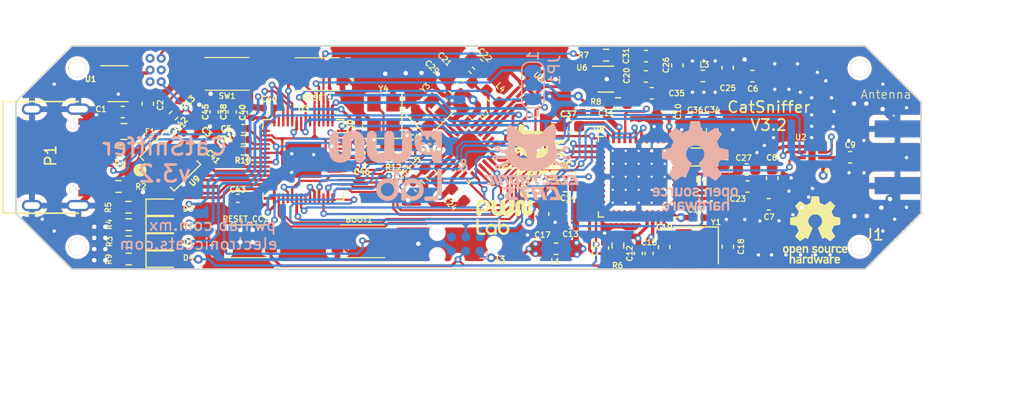
<source format=kicad_pcb>
(kicad_pcb (version 20240108) (generator "pcbnew") (generator_version "8.0")
  (title_block (title "Cat-Stick") (date "2021-06-23") (rev "v3.2") (company "Electronic Cats") (comment 1 "Eduardo Contreras"))
  (layers (0 "F.Cu" signal) (1 "In1.Cu" power "GND") (2 "In2.Cu" power "VCC") (31 "B.Cu" signal) (34 "B.Paste" user) (35 "F.Paste" user) (36 "B.SilkS" user "B.Silkscreen") (37 "F.SilkS" user "F.Silkscreen") (38 "B.Mask" user) (39 "F.Mask" user) (44 "Edge.Cuts" user))
  (net 0 "")
  (net 1 "GND")
  (net 2 "/X48M_P")
  (net 3 "/LORA_O")
  (net 4 "/X48M_N")
  (net 5 "VCC")
  (net 6 "Net-(U3-XIN)")
  (net 7 "+3V3")
  (net 8 "/VDDS")
  (net 9 "/VDDR")
  (net 10 "Net-(U2-RF1)")
  (net 11 "/UBP_SUB-1_GHZ")
  (net 12 "/UBP_2_4_GHZ")
  (net 13 "/ANT")
  (net 14 "/RX_TX")
  (net 15 "/LED1")
  (net 16 "Net-(U2-RF2)")
  (net 17 "/LED2")
  (net 18 "Net-(U2-RF3)")
  (net 19 "/LED4")
  (net 20 "Net-(U2-ANT)")
  (net 21 "/LED3")
  (net 22 "Net-(U6-RFC)")
  (net 23 "Net-(F1-Pad1)")
  (net 24 "/RESET")
  (net 25 "/DIO22")
  (net 26 "Net-(U7-VR_PA)")
  (net 27 "/DIO2")
  (net 28 "/DCDC_SW")
  (net 29 "/RFO")
  (net 30 "Net-(U4-UBP_SUB-1_GHZ)")
  (net 31 "/D+")
  (net 32 "/D-")
  (net 33 "Net-(U6-V1)")
  (net 34 "/ANT_SW")
  (net 35 "/TXD")
  (net 36 "/RXD")
  (net 37 "/CTF2")
  (net 38 "/CTF3")
  (net 39 "/CTF1")
  (net 40 "/RFI_N")
  (net 41 "/RFI_P")
  (net 42 "/SW_RFO")
  (net 43 "/SW_RFI")
  (net 44 "/RESET_SX")
  (net 45 "/CIPO")
  (net 46 "/SCK")
  (net 47 "/COPI")
  (net 48 "/NSS")
  (net 49 "/BUSY")
  (net 50 "/DIO3")
  (net 51 "/DIO1")
  (net 52 "/BOOT")
  (net 53 "Net-(U7-VREG)")
  (net 54 "Net-(U8-X32K_Q1)")
  (net 55 "Net-(U6-V2)")
  (net 56 "Net-(U8-X32K_Q2)")
  (net 57 "Net-(U8-DCOUPL)")
  (net 58 "Net-(D1-K)")
  (net 59 "Net-(D2-K)")
  (net 60 "Net-(D3-K)")
  (net 61 "Net-(D4-K)")
  (net 63 "Net-(JP1-C)")
  (net 64 "Net-(U7-DCC_SW)")
  (net 65 "+1V2")
  (net 66 "Net-(P1-CC)")
  (net 67 "Net-(P1-VCONN)")
  (net 68 "Net-(U3-USB_DP)")
  (net 69 "Net-(U3-USB_DM)")
  (net 70 "Net-(U3-XOUT)")
  (net 75 "/2_4_GHZ_RF_P")
  (net 76 "/2_4_GHZ_RF_N")
  (net 77 "/SUB_1_GHZ_RF_P")
  (net 78 "/SUB_1_GHZ_RF_N")
  (net 79 "Net-(C20-Pad2)")
  (net 86 "/XTA")
  (net 87 "/XTB")
  (net 89 "/cJTAG_TCK")
  (net 90 "/cJTAG_TMSC")
  (net 94 "Net-(C28-Pad1)")
  (net 95 "/RESET_CC")
  (net 99 "/QSPI_SS")
  (net 100 "/JTAG{slash}TDI")
  (net 101 "/JTAG{slash}TDO")
  (net 105 "/QSPI_SD3")
  (net 106 "/QSPI_SCK")
  (net 107 "/QSPI_SD0")
  (net 108 "/QSPI_SD2")
  (net 109 "/QSPI_SD1")
  (footprint "Capacitor_SMD:C_0603_1608Metric" (layer "F.Cu") (at 148.69 101.945 90)
    (property "Reference" "C25")
    (property "Value" "3.3pF")
  )
  (footprint "Capacitor_SMD:C_0603_1608Metric" (layer "F.Cu") (at 94.555 105.92 180)
    (property "Reference" "C1")
    (property "Value" "1uF")
  )
  (footprint "Capacitor_SMD:C_0603_1608Metric" (layer "F.Cu") (at 125.28 102.73 135)
    (property "Reference" "C21")
    (property "Value" "0.1uF")
  )
  (footprint "Capacitor_SMD:C_0603_1608Metric" (layer "F.Cu") (at 141.38 100.91)
    (property "Reference" "C31")
    (property "Value" "1nF")
  )
  (footprint "LED_SMD:LED_0603_1608Metric_Pad1.05x0.95mm_HandSolder" (layer "F.Cu") (at 98.295 114.45)
    (property "Reference" "D3")
    (property "Value" "LED")
  )
  (footprint "LED_SMD:LED_0603_1608Metric_Pad1.05x0.95mm_HandSolder" (layer "F.Cu") (at 98.295 116.01)
    (property "Reference" "D2")
    (property "Value" "LED")
  )
  (footprint "LED_SMD:LED_0603_1608Metric_Pad1.05x0.95mm_HandSolder" (layer "F.Cu") (at 98.295 119.09)
    (property "Reference" "D4")
    (property "Value" "LED")
  )
  (footprint "LED_SMD:LED_0603_1608Metric_Pad1.05x0.95mm_HandSolder" (layer "F.Cu") (at 98.295 117.55)
    (property "Reference" "D1")
    (property "Value" "LED")
  )
  (footprint "Inductor_SMD:L_0603_1608Metric" (layer "F.Cu") (at 146.4775 102.69 180)
    (property "Reference" "L3")
    (property "Value" "9.1nH")
  )
  (footprint "Resistor_SMD:R_0603_1608Metric" (layer "F.Cu") (at 138.88 105.16 180)
    (property "Reference" "R8")
    (property "Value" "100R")
  )
  (footprint "Resistor_SMD:R_0603_1608Metric" (layer "F.Cu") (at 94.165 112.59 180)
    (property "Reference" "R2")
    (property "Value" "5k1")
  )
  (footprint "Resistor_SMD:R_0603_1608Metric" (layer "F.Cu") (at 95.085 119.09)
    (property "Reference" "R9")
    (property "Value" "330")
  )
  (footprint "Resistor_SMD:R_0603_1608Metric" (layer "F.Cu") (at 95.085 116.01)
    (property "Reference" "R4")
    (property "Value" "330")
  )
  (footprint "Resistor_SMD:R_0603_1608Metric" (layer "F.Cu") (at 95.075 114.45)
    (property "Reference" "R5")
    (property "Value" "330")
  )
  (footprint "Resistor_SMD:R_0603_1608Metric" (layer "F.Cu") (at 95.085 117.55)
    (property "Reference" "R3")
    (property "Value" "330")
  )
  (footprint "Capacitor_SMD:C_0603_1608Metric" (layer "F.Cu") (at 141.37 102.73)
    (property "Reference" "C20")
    (property "Value" "100pF")
  )
  (footprint "CatSniffer:HOLE" (layer "F.Cu") (at 161.11 114.21)
    (property "Reference" "REF**" (hide yes))
    (property "Value" "HOLE")
  )
  (footprint "CatSniffer:HOLE" (layer "F.Cu") (at 90.21 98.28)
    (property "Reference" "REF**" (hide yes))
    (property "Value" "HOLE")
  )
  (footprint "CatSniffer:HOLE" (layer "F.Cu") (at 161.06 99.62)
    (property "Reference" "REF**" (hide yes))
    (property "Value" "HOLE")
  )
  (footprint "Capacitor_SMD:C_0603_1608Metric" (layer "F.Cu") (at 150.905 102.7)
    (property "Reference" "C6")
    (property "Value" "100pF")
  )
  (footprint "Package_TO_SOT_SMD:SOT-23-5" (layer "F.Cu") (at 94.14 103.38)
    (property "Reference" "U1")
    (property "Value" "AP2112K-3.3")
  )
  (footprint "CatSniffer:HOLE" (layer "F.Cu") (at 91.86 115.52)
    (property "Reference" "REF**" (hide yes))
    (property "Value" "HOLE")
  )
  (footprint "Inductor_SMD:L_0603_1608Metric" (layer "F.Cu") (at 122.133153 111.553153 135)
    (property "Reference" "L5")
    (property "Value" "15uH")
  )
  (footprint "Capacitor_SMD:C_0603_1608Metric" (layer "F.Cu") (at 124.23 103.78 135)
    (property "Reference" "C29")
    (property "Value" "0.1uF")
  )
  (footprint "Capacitor_SMD:C_0603_1608Metric" (layer "F.Cu") (at 121.1 112.6 -45)
    (property "Reference" "C33")
    (property "Value" "470nF")
  )
  (footprint "Crystal:Crystal_SMD_2520-4Pin_2.5x2.0mm" (layer "F.Cu") (at 122.073744 106.016307 45)
    (property "Reference" "Y3")
    (property "Value" "32Mhz")
  )
  (footprint "Package_DFN_QFN:QFN-24-1EP_4x4mm_P0.5mm_EP2.65x2.65mm" (layer "F.Cu") (at 125.53 109.32 -45)
    (property "Reference" "U7")
    (property "Value" "SX1262IMLTRT")
  )
  (footprint "Capacitor_SMD:C_0603_1608Metric" (layer "F.Cu") (at 126.31 101.631992 135)
    (property "Reference" "C22")
    (property "Value" "47pF")
  )
  (footprint "Capacitor_SMD:C_0603_1608Metric" (layer "F.Cu") (at 141.9 104.24)
    (property "Reference" "C35")
    (property "Value" "1nF")
  )
  (footprint "Capacitor_SMD:C_0603_1608Metric" (layer "F.Cu") (at 150.39 111.06 180)
    (property "Reference" "C27")
    (property "Value" "100pF")
  )
  (footprint "Capacitor_SMD:C_0603_1608Metric" (layer "F.Cu") (at 152.36 114.18)
    (property "Reference" "C7")
    (property "Value" "100pF")
  )
  (footprint "Capacitor_SMD:C_0603_1608Metric" (layer "F.Cu") (at 152.68 111.84 90)
    (property "Reference" "C8")
    (property "Value" "100pF")
  )
  (footprint "Capacitor_SMD:C_0603_1608Metric" (layer "F.Cu") (at 150.47 112.59 180)
    (property "Reference" "C23")
    (property "Value" "100pF")
  )
  (footprint "CatSniffer:0900FM15D0039E" (layer "F.Cu") (at 147.24 112.42 -90)
    (property "Reference" "U4")
    (property "Value" "0900PC15A0036")
  )
  (footprint "CatSniffer:SON50P200X200X90-9N" (layer "F.Cu") (at 156.24 109.76 180)
    (property "Reference" "U2")
    (property "Value" "RFSW8006QTR7" (hide yes))
  )
  (footprint "Capacitor_SMD:C_0603_1608Metric" (layer "F.Cu") (at 159.65 109.97)
    (property "Reference" "C9")
    (property "Value" "100pF")
  )
  (footprint "Resistor_SMD:R_0603_1608Metric" (layer "F.Cu") (at 137.81 100.82 180)
    (property "Reference" "R7")
    (property "Value" "100R")
  )
  (footprint "CatSniffer:0900FM15D0039E" (layer "F.Cu") (at 131.54 104.64 135)
    (property "Reference" "U5")
    (property "Value" "0900FM15D0039")
  )
  (footprint "Inductor_SMD:L_0603_1608Metric" (layer "F.Cu") (at 127.663153 104.533153 -45)
    (property "Reference" "L4")
    (property "Value" "47nH")
  )
  (footprint "Capacitor_SMD:C_0603_1608Metric" (layer "F.Cu") (at 148.71 117.985 -90)
    (property "Reference" "C18")
    (property "Value" "22pF")
  )
  (footprint "Capacitor_SMD:C_0603_1608Metric" (layer "F.Cu") (at 147.31 107.55 90)
    (property "Reference" "C34")
    (property "Value" "10pF")
  )
  (footprint "Capacitor_SMD:C_0603_1608Metric" (layer "F.Cu") (at 145.84 107.54 90)
    (property "Reference" "C36")
    (property "Value" "10pF")
  )
  (footprint "Fuse:Fuse_0805_2012Metric_Pad1.15x1.40mm_HandSolder" (layer "F.Cu") (at 94.66 107.66)
    (property "Reference" "F1")
    (property "Value" "0.5A")
  )
  (footprint "Inductor_SMD:L_0603_1608Metric" (layer "F.Cu") (at 133.3425 118.17 180)
    (property "Reference" "L1")
    (property "Value" "BLM18HE152SN1D ")
  )
  (footprint "Inductor_SMD:L_0603_1608Metric" (layer "F.Cu") (at 134.125 112.55 180)
    (property "Reference" "L2")
    (property "Value" "6.8uH")
  )
  (footprint "Crystal:Crystal_SMD_3225-4Pin_3.2x2.5mm" (layer "F.Cu") (at 145.86 117.87 180)
    (property "Reference" "Y1")
    (property "Value" "48MHz")
  )
  (footprint "Crystal:Crystal_SMD_2012-2Pin_2.0x1.2mm" (layer "F.Cu") (at 146.6 109.95 180)
    (property "Reference" "Y2")
    (property "Value" "32.768kHz")
  )
  (footprint "Capacitor_SMD:C_0603_1608Metric" (layer "F.Cu") (at 143.01 118.015 -90)
    (property "Reference" "C19")
    (property "Value" "22pF")
  )
  (footprint "Resistor_SMD:R_0603_1608Metric" (layer "F.Cu") (at 138.87 117.885 90)
    (property "Reference" "R6")
    (property "Value" "100K")
  )
  (footprint "Capacitor_SMD:C_0402_1005Metric" (layer "F.Cu") (at 143.45 105.91 90)
    (property "Reference" "C10")
    (property "Value" "100nF")
  )
  (footprint "Capacitor_SMD:C_0402_1005Metric" (layer "F.Cu") (at 136.2 105.95 180)
    (property "Reference" "C11")
    (property "Value" "100nF")
  )
  (footprint "Capacitor_SMD:C_0402_1005Metric" (layer "F.Cu") (at 134.625 116.025 180)
    (property "Reference" "C13")
    (property "Value" "100nF")
  )
  (footprint "Capacitor_SMD:C_0603_1608Metric" (layer "F.Cu") (at 134.425 114.525 180)
    (property "Reference" "C14")
    (property "Value" "22uF")
  )
  (footprint "Capacitor_SMD:C_0402_1005Metric" (layer "F.Cu") (at 141.66 118.59 -90)
    (property "Reference" "C15")
    (property "Value" "100nF")
  )
  (footprint "Capacitor_SMD:C_0402_1005Metric" (layer "F.Cu") (at 146.05 115.38)
    (property "Reference" "C16")
    (property "Value" "100nF")
  )
  (footprint "Capacitor_SMD:C_0603_1608Metric" (layer "F.Cu") (at 132.175 115.05 -90)
    (property "Reference" "C17")
    (property "Value" "22uF")
  )
  (footprint "Capacitor_SMD:C_0402_1005Metric" (layer "F.Cu") (at 137.67 118.11 90)
    (property "Reference" "C32")
    (property "Value" "100nF")
  )
  (footprint "Capacitor_SMD:C_0603_1608Metric" (layer "F.Cu") (at 134.62 107.2 180)
    (property "Reference" "C37")
    (property "Value" "1uF")
  )
  (footprint "Aesthetics:electronic_cats_logo_4x3" (layer "F.Cu") (at 131.61 109.53)
    (property "Reference" "G***" (hide yes))
    (property "Value" "LOGO" (hide yes))
  )
  (footprint "Symbol:OSHW-Logo_5.7x6mm_SilkScreen" (layer "F.Cu") (at 156.52 116.48)
    (property "Reference" "REF**" (hide yes))
    (property "Value" "OSHW-Logo_5.7x6mm_SilkScreen" (hide yes))
  )
  (footprint "Capacitor_SMD:C_0603_1608Metric" (layer "F.Cu") (at 96.8 105.175 90)
    (property "Reference" "C2")
    (property "Value" "0.1uF")
  )
  (footprint "Capacitor_SMD:C_0402_1005Metric" (layer "F.Cu") (at 140.7 118.59 -90)
    (property "Reference" "C12")
    (property "Value" "100nF")
  )
  (footprint "Capacitor_SMD:C_0603_1608Metric" (layer "F.Cu") (at 144.19 101.73 90)
    (property "Reference" "C26")
    (property "Value" "3.3pF")
  )
  (footprint "Capacitor_SMD:C_0603_1608Metric" (layer "F.Cu") (at 124.55 113.35 -45)
    (property "Reference" "C24")
    (property "Value" "0.1uF")
  )
  (footprint "Resistor_SMD:R_0603_1608Metric" (layer "F.Cu") (at 94.23 109.42 180)
    (property "Reference" "R1")
    (property "Value" "5k1")
  )
  (footprint "CatSniffer:calderon" (layer "F.Cu") (at 128.73 115.36)
    (property "Reference" "G***" (hide yes))
    (property "Value" "LOGO" (hide yes))
  )
  (footprint "Connectors:C393939" (layer "F.Cu") (at 90.58 109.98 -90)
    (property "Reference" "P1")
    (property "Value" "USB_C_Plug_USB2.0")
  )
  (footprint "CatSniffer:TS1088R02026" (layer "F.Cu") (at 103.9 102.5)
    (property "Reference" "SW1")
    (property "Value" "SW" (hide yes))
  )
  (footprint "CatSniffer:TS1088R02026" (layer "F.Cu") (at 111.99 102.52)
    (property "Reference" "RESET1")
    (property "Value" "SW" (hide yes))
  )
  (footprint "CatSniffer:TS1088R02026" (layer "F.Cu") (at 105.6 117.5)
    (property "Reference" "RESET_CC1")
    (property "Value" "SW" (hide yes))
  )
  (footprint "CatSniffer:TS1088R02026" (layer "F.Cu") (at 116 117.5)
    (property "Reference" "BOOT1")
    (property "Value" "SW" (hide yes))
  )
  (footprint "bast-wan:SMA_EDGE" (layer "F.Cu") (at 165.92 109.97 180)
    (property "Reference" "J1")
    (property "Value" "Antenna")
  )
  (footprint "Package_DFN_QFN:VQFN-48-1EP_7x7mm_P0.5mm_EP5.15x5.15mm_ThermalVias" (layer "F.Cu") (at 140.73 111.72 180)
    (property "Reference" "U8")
    (property "Value" "CC1352P1F3RGZT")
  )
  (footprint "Resistor_SMD:R_0402_1005Metric" (layer "F.Cu") (at 99.1 106.23 -135)
    (property "Reference" "R13")
    (property "Value" "10k")
  )
  (footprint "Capacitor_SMD:C_0402_1005Metric" (layer "F.Cu") (at 102.73 105.91 90)
    (property "Reference" "C45")
    (property "Value" "0.1uF")
  )
  (footprint "Capacitor_SMD:C_0402_1005Metric" (layer "F.Cu") (at 104.85 113.65 180)
    (property "Reference" "C43")
    (property "Value" "0.1uF")
  )
  (footprint "Package_DFN_QFN:QFN-56-1EP_7x7mm_P0.4mm_EP3.2x3.2mm" (layer "F.Cu") (at 110.72 110.21 90)
    (property "Reference" "U3")
    (property "Value" "RP2040")
  )
  (footprint "Crystal:Crystal_SMD_3225-4Pin_3.2x2.5mm" (layer "F.Cu") (at 117.89 106.275 90)
    (property "Reference" "Y4")
    (property "Value" "12MHz")
  )
  (footprint "Capacitor_SMD:C_0402_1005Metric" (layer "F.Cu") (at 101.4 108.39 135)
    (property "Reference" "C3")
    (property "Value" "1uF")
  )
  (footprint "Capacitor_SMD:C_0402_1005Metric" (layer "F.Cu") (at 103.2 109.38 135)
    (property "Reference" "C41")
    (property "Value" "0.1uF")
  )
  (footprint "Capacitor_SMD:C_0402_1005Metric" (layer "F.Cu") (at 116.1 109.28)
    (property "Reference" "C39")
    (property "Value" "0.1uF")
  )
  (footprint "Capacitor_SMD:C_0402_1005Metric" (layer "F.Cu") (at 116.08 110.26)
    (property "Reference" "C46")
    (property "Value" "0.1uF")
  )
  (footprint "Resistor_SMD:R_0402_1005Metric" (layer "F.Cu") (at 105.31 109.39)
    (property "Reference" "R10")
    (property "Value" "27")
  )
  (footprint "CatSniffer:W25Q16JVUUIQ" (layer "F.Cu") (at 98.805675 110.265675 45)
    (property "Reference" "U9")
    (property "Value" "W25Q16JV")
  )
  (footprint "Capacitor_SMD:C_0402_1005Metric" (layer "F.Cu") (at 105.31 107.39 180)
    (property "Reference" "C5")
    (property "Value" "0.1uF")
  )
  (footprint "Capacitor_SMD:C_0402_1005Metric" (layer "F.Cu") (at 107.64 105.56 180)
    (property "Reference" "C44")
    (property "Value" "0.1uF")
  )
  (footprint "Capacitor_SMD:C_0402_1005Metric" (layer "F.Cu") (at 115.66 107.3 90)
    (property "Reference" "C30")
    (property "Value" "0.1uF")
  )
  (footprint "Resistor_SMD:R_0402_1005Metric" (layer "F.Cu") (at 105.31 108.39)
    (property "Reference" "R11")
    (property "Value" "27")
  )
  (footprint "Capacitor_SMD:C_0402_1005Metric" (layer "F.Cu") (at 100.33 107.44 45)
    (property "Reference" "C42")
    (property "Value" "0.1uF")
  )
  (footprint "Capacitor_SMD:C_0402_1005Metric" (layer "F.Cu") (at 106.06 105.96 90)
    (property "Reference" "C40")
    (property "Value" "0.1uF")
  )
  (footprint "Capacitor_SMD:C_0402_1005Metric" (layer "F.Cu") (at 104.36 105.91 90)
    (property "Reference" "C38")
    (property "Value" "1uF")
  )
  (footprint "Package_TO_SOT_SMD:SOT-363_SC-70-6" (layer "F.Cu") (at 137.8 102.97)
    (property "Reference" "U6")
    (property "Value" "PE42421")
  )
  (footprint "Resistor_SMD:R_0402_1005Metric" (layer "F.Cu") (at 119.19 110)
    (property "Reference" "R12")
    (property "Value" "1k")
  )
  (footprint "Capacitor_SMD:C_0402_1005Metric" (layer "F.Cu") (at 118.37 108.97)
    (property "Reference" "C28")
    (property "Value" "27pF")
  )
  (footprint "Capacitor_SMD:C_0402_1005Metric" (layer "F.Cu") (at 120.25 108.97 180)
    (property "Reference" "C4")
    (property "Value" "27pF")
  )
  (footprint "Jumper:SolderJumper-3_P1.3mm_Bridged12_RoundedPad1.0x1.5mm_NumberLabels" (layer "B.Cu") (at 131.26 103.5 -90)
    (property "Reference" "JP1")
    (property "Value" "Jumper")
  )
  (footprint "Connector:Tag-Connect_TC2030-IDC-NL_2x03_P1.27mm_Vertical" (layer "B.Cu") (at 125.25 117.75 180)
    (property "Reference" "J3")
    (property "Value" "Conn_01x06_Female")
  )
  (footprint "Aesthetics:electronic_cats_logo_8x6" (layer "B.Cu") (at 131.14 110.46 180)
    (property "Reference" "G***" (hide yes))
    (property "Value" "LOGO" (hide yes))
  )
  (footprint "Symbol:OSHW-Logo_7.5x8mm_SilkScreen" (layer "B.Cu") (at 145.796 110.744 180)
    (property "Reference" "REF**" (hide yes))
    (property "Value" "OSHW-Logo_7.5x8mm_SilkScreen" (hide yes))
  )
  (footprint "CatSniffer:calderon_7.5x7.5" (layer "B.Cu") (at 118.08 110.74 180)
    (property "Reference" "G***" (hide yes))
    (property "Value" "LOGO" (hide yes))
  )
  (gr_line (start 166 105) (end 166 115) (stroke (width 0.15)) (layer "Edge.Cuts"))
  (gr_line (start 85 105) (end 90 100) (stroke (width 0.15)) (layer "Edge.Cuts"))
  (gr_line (start 90 120) (end 85 115) (stroke (width 0.15)) (layer "Edge.Cuts"))
  (gr_line (start 161 100) (end 166 105) (stroke (width 0.15)) (layer "Edge.Cuts"))
  (gr_line (start 161 120) (end 166 115) (stroke (width 0.15)) (layer "Edge.Cuts"))
  (gr_line (start 161 100) (end 90 100) (stroke (width 0.15)) (layer "Edge.Cuts"))
  (gr_line (start 90 120) (end 161 120) (stroke (width 0.15)) (layer "Edge.Cuts"))
  (gr_line (start 85 105) (end 85 115) (stroke (width 0.15)) (layer "Edge.Cuts"))
  (gr_text "CatSniffer\nv3.2" (at 98.298 110.236 0) (layer "B.SilkS") (effects (font (size 1.5 1.5) (thickness 0.25)) (justify mirror)))
  (gr_text "&" (at 124.98 110.72 0) (layer "B.SilkS") (effects (font (size 1 1)) (justify mirror)))
  (gr_text "pwnlab.com.mx\n" (at 108.389048 116.05 0) (layer "B.SilkS") (effects (font (size 1 1)) (justify left mirror)))
  (gr_text "electroniccats.com" (at 101.33 117.74 0) (layer "B.SilkS") (effects (font (size 1 1)) (justify mirror)))
  (gr_text "&" (at 130.56 113 0) (layer "F.SilkS") (effects (font (size 1 1))))
  (gr_text "CatSniffer\nV3.2" (at 152.37 106.28 0) (layer "F.SilkS") (effects (font (size 1 1))))
  (segment (start 159.405 105.765) (end 159.3 105.87) (width 0.29337) (layer "F.Cu") (net 1))
  (segment (start 115.23 103.535) (end 114.215 102.52) (width 0.3) (layer "F.Cu") (net 1))
  (segment (start 158.83 107.23) (end 158.13 107.23) (width 0.5) (layer "F.Cu") (net 1))
  (segment (start 145.84 106.765) (end 145.82 106.745) (width 0.25) (layer "F.Cu") (net 1))
  (segment (start 93.04 103.38) (end 93.96 103.38) (width 0.5) (layer "F.Cu") (net 1))
  (segment (start 156.718 102.362) (end 156.21 101.854) (width 0.2) (layer "F.Cu") (net 1))
  (segment (start 148.435 106.775) (end 147.31 106.775) (width 0.25) (layer "F.Cu") (net 1))
  (segment (start 141.66 119.07) (end 142.76 119.07) (width 0.3) (layer "F.Cu") (net 1))
  (segment (start 135.72 105.95) (end 135.56001 106.10999) (width 0.25) (layer "F.Cu") (net 1))
  (segment (start 121.648008 113.148008) (end 121.648008 112.07062) (width 0.5) (layer "F.Cu") (net 1))
  (segment (start 95.33 105.41) (end 94.73 105.41) (width 0.35) (layer "F.Cu") (net 1))
  (segment (start 133.49 106.07) (end 133.49 105.26) (width 0.5) (layer "F.Cu") (net 1))
  (segment (start 136.83 102.95) (end 133.3 102.95) (width 0.25) (layer "F.Cu") (net 1))
  (segment (start 160.69 108.26) (end 160.89 108.46) (width 0.2) (layer "F.Cu") (net 1))
  (segment (start 102.78 105.48) (end 106.43 105.48) (width 0.2) (layer "F.Cu") (net 1))
  (segment (start 142.675 104.855) (end 142.675 104.24) (width 0.3) (layer "F.Cu") (net 1))
  (segment (start 151.59 115.66) (end 151.58 115.67) (width 0.2) (layer "F.Cu") (net 1))
  (segment (start 125.53 109.32) (end 125.53 108.25934) (width 0.25) (layer "F.Cu") (net 1))
  (segment (start 91.405 106.78) (end 91.594 106.78) (width 0.5) (layer "F.Cu") (net 1))
  (segment (start 92 116.2) (end 92 119.2) (width 0.5) (layer "F.Cu") (net 1))
  (segment (start 130.47934 103.225786) (end 130.744505 102.960621) (width 0.3) (layer "F.Cu") (net 1))
  (segment (start 145.151 100.955) (end 145.542 101.346) (width 0.35) (layer "F.Cu") (net 1))
  (segment (start 126.59066 109.32) (end 125.53 109.32) (width 0.25) (layer "F.Cu") (net 1))
  (segment (start 121.315887 108.099495) (end 123.248835 108.099495) (width 0.3) (layer "F.Cu") (net 1))
  (segment (start 162.445 114.485) (end 163.22 113.71) (width 0.5) (layer "F.Cu") (net 1))
  (segment (start 145.542 104.14) (end 146.558 104.14) (width 0.35) (layer "F.Cu") (net 1))
  (segment (start 160.69 107.43) (end 160.27 107.43) (width 0.5) (layer "F.Cu") (net 1))
  (segment (start 153.82 115.12) (end 153.28 115.66) (width 0.2) (layer "F.Cu") (net 1))
  (segment (start 113.775 117.5) (end 115.335 119.06) (width 0.25) (layer "F.Cu") (net 1))
  (segment (start 131.54 104.64) (end 131.54 104.57) (width 0.3) (layer "F.Cu") (net 1))
  (segment (start 135.56001 106.10999) (end 135.27001 106.10999) (width 0.25) (layer "F.Cu") (net 1))
  (segment (start 92.03 113.18) (end 92.34 113.49) (width 0.5) (layer "F.Cu") (net 1))
  (segment (start 151.98 108.91) (end 152.11 108.91) (width 0.2) (layer "F.Cu") (net 1))
  (segment (start 127.439188 108.471472) (end 126.59066 109.32) (width 0.25) (layer "F.Cu") (net 1))
  (segment (start 94.255 115.895) (end 94.26 115.9) (width 0.5) (layer "F.Cu") (net 1))
  (segment (start 145.82 106.745) (end 144.95 106.745) (width 0.25) (layer "F.Cu") (net 1))
  (segment (start 101.060589 108.050589) (end 101.21 107.901178) (width 0.2) (layer "F.Cu") (net 1))
  (segment (start 133.3 102.95) (end 133.275 102.975) (width 0.25) (layer "F.Cu") (net 1))
  (segment (start 93 116.2) (end 93 119.2) (width 0.5) (layer "F.Cu") (net 1))
  (segment (start 137.875498 102.97) (end 136.85 102.97) (width 0.25) (layer "F.Cu") (net 1))
  (segment (start 122.75 102.52) (end 114.215 102.52) (width 0.5) (layer "F.Cu") (net 1))
  (segment (start 95.33 105.92) (end 95.33 105.41) (width 0.35) (layer "F.Cu") (net 1))
  (segment (start 112.33 110.97) (end 112.33 110.95) (width 0.29337) (layer "F.Cu") (net 1))
  (segment (start 132.14434 102.975) (end 133.275 102.975) (width 0.25) (layer "F.Cu") (net 1))
  (segment (start 124.672597 105.539215) (end 124.026691 104.893309) (width 0.5) (layer "F.Cu") (net 1))
  (segment (start 124.776016 114.22) (end 122.32 114.22) (width 0.5) (layer "F.Cu") (net 1))
  (segment (start 91.405 113.475) (end 90.58 114.3) (width 0.5) (layer "F.Cu") (net 1))
  (segment (start 105.08 116.49) (end 104.37 115.78) (width 0.5) (layer "F.Cu") (net 1))
  (segment (start 162.26 112.56) (end 156.48 112.56) (width 0.5) (layer "F.Cu") (net 1))
  (segment (start 104.83 107.39) (end 104.72 107.28) (width 0.2) (layer "F.Cu") (net 1))
  (segment (start 129.67 116.94) (end 130.78 116.94) (width 0.5) (layer "F.Cu") (net 1))
  (segment (start 144.86 117.02) (end 146.56 118.72) (width 0.3) (layer "F.Cu") (net 1))
  (segment (start 94.26 119.09) (end 93.11 119.09) (width 0.5) (layer "F.Cu") (net 1))
  (segment (start 132.175 116.275) (end 132.175 115.825) (width 0.5) (layer "F.Cu") (net 1))
  (segment (start 95.055 112.525) (end 94.99 112.59) (width 0.5) (layer "F.Cu") (net 1))
  (segment (start 156.21 107.188) (end 156.21 108.204) (width 0.2) (layer "F.Cu") (net 1))
  (segment (start 131.54 104.57) (end 130.838994 103.868994) (width 0.3) (layer "F.Cu") (net 1))
  (segment (start 147.31 106.775) (end 147.97 106.775) (width 0.25) (layer "F.Cu") (net 1))
  (segment (start 119.96 102.52) (end 119.88 102.44) (width 0.5) (layer "F.Cu") (net 1))
  (segment (start 102.860589 107.661767) (end 102.621178 107.901178) (width 0.2) (layer "F.Cu") (net 1))
  (segment (start 91.405 106.485) (end 90.58 105.66) (width 0.5) (layer "F.Cu") (net 1))
  (segment (start 94.73 105.41) (end 94.159998 104.839998) (width 0.35) (layer "F.Cu") (net 1))
  (segment (start 94.159998 103.579998) (end 93.96 103.38) (width 0.5) (layer "F.Cu") (net 1))
  (segment (start 154.94 103.886) (end 155.194 104.14) (width 0.2) (layer "F.Cu") (net 1))
  (segment (start 124.46934 109.32) (end 125.53 109.32) (width 0.3) (layer "F.Cu") (net 1))
  (segment (start 107.08 105.48) (end 107.16 105.56) (width 0.2) (layer "F.Cu") (net 1))
  (segment (start 99.88 101.67) (end 99.88 102.62) (width 0.2) (layer "F.Cu") (net 1))
  (segment (start 142.815 105.005) (end 142.67 104.86) (width 0.3) (layer "F.Cu") (net 1))
  (segment (start 123.187437 105.732563) (end 124.026691 104.893309) (width 0.5) (layer "F.Cu") (net 1))
  (segment (start 147.24 113.88) (end 147.255 113.865) (width 0.3) (layer "F.Cu") (net 1))
  (segment (start 144.76 117.02) (end 144.86 117.02) (width 0.3) (layer "F.Cu") (net 1))
  (segment (start 163.888 112.51) (end 163.888 112.772) (width 0.5) (layer "F.Cu") (net 1))
  (segment (start 142.815 105.015) (end 142.815 105.005) (width 0.3) (layer "F.Cu") (net 1))
  (segment (start 106.19 116.49) (end 105.08 116.49) (width 0.5) (layer "F.Cu") (net 1))
  (segment (start 130.838994 103.868994) (end 131.250346 103.868994) (width 0.3) (layer "F.Cu") (net 1))
  (segment (start 95.055 109.42) (end 95.055 112.525) (width 0.5) (layer "F.Cu") (net 1))
  (segment (start 143.04 118.79) (end 143.04 119.25) (width 0.25) (layer "F.Cu") (net 1))
  (segment (start 146.56 118.72) (end 146.96 118.72) (width 0.3) (layer "F.Cu") (net 1))
  (segment (start 132.63 104.4) (end 132.75 104.52) (width 0.25) (layer "F.Cu") (net 1))
  (segment (start 94.159998 104.839998) (end 94.159998 104.31) (width 0.35) (layer "F.Cu") (net 1))
  (segment (start 101.4 105.26) (end 101.44 105.26) (width 0.2) (layer "F.Cu") (net 1))
  (segment (start 99.88 102.62) (end 98 104.5) (width 0.2) (layer "F.Cu") (net 1))
  (segment (start 146.96 119.2) (end 146.96 118.72) (width 0.25) (layer "F.Cu") (net 1))
  (segment (start 130.613934 103.868994) (end 130.838994 103.868994) (width 0.3) (layer "F.Cu") (net 1))
  (segment (start 118.74 105.175) (end 120.475 105.175) (width 0.5) (layer "F.Cu") (net 1))
  (segment (start 130.125786 103.367194) (end 130.41544 103.656848) (width 0.3) (layer "F.Cu") (net 1))
  (segment (start 92 117.2) (end 93 117.2) (width 0.5) (layer "F.Cu") (net 1))
  (segment (start 158.41 112.51) (end 159.56 111.36) (width 0.5) (layer "F.Cu") (net 1))
  (segment (start 143.385001 119.595001) (end 146.564999 119.595001) (width 0.25) (layer "F.Cu") (net 1))
  (segment (start 151.165 111.06) (end 151.165 109.715) (width 0.2) (layer "F.Cu") (net 1))
  (segment (start 159.3 105.87) (end 158.21 105.87) (width 0.29337) (layer "F.Cu") (net 1))
  (segment (start 101.44 105.26) (end 102.42 104.28) (width 0.2) (layer "F.Cu") (net 1))
  (segment (start 157.48 103.378) (end 157.48 103.124) (width 0.2) (layer "F.Cu") (net 1))
  (segment (start 119.77 108.24) (end 120 108.01) (width 0.2) (layer "F.Cu") (net 1))
  (segment (start 160 105.17) (end 159.405 105.765) (width 0.29337) (layer "F.Cu") (net 1))
  (segment (start 111.65 109.73) (end 113.19 111.21) (width 0.25) (layer "F.Cu") (net 1))
  (segment (start 111.65 109.73) (end 111.35 109.58) (width 0.29337) (layer "F.Cu") (net 1))
  (segment (start 102.860589 107.469411) (end 102.860589 107.661767) (width 0.2) (layer "F.Cu") (net 1))
  (segment (start 124.2 106.612442) (end 124.672598 106.139844) (width 0.5) (layer "F.Cu") (net 1))
  (segment (start 151.165 109.715) (end 151.32 109.56) (width 0.2) (layer "F.Cu") (net 1))
  (segment (start 97.44 105.95) (end 96.8 105.95) (width 0.2) (layer "F.Cu") (net 1))
  (segment (start 92.34 115.86) (end 92 116.2) (width 0.5) (layer "F.Cu") (net 1))
  (segment (start 104.37 115.78) (end 104.37 113.65) (width 0.5) (layer "F.Cu") (net 1))
  (segment (start 121.548629 112.17) (end 123.550101 110.168528) (width 0.3) (layer "F.Cu") (net 1))
  (segment (start 133.65 115.45) (end 134.145 115.945) (width 0.5) (layer "F.Cu") (net 1))
  (segment (start 112.355 110.925) (end 112.335 110.925) (width 0.25) (layer "F.Cu") (net 1))
  (segment (start 142.2 100.955) (end 144.19 100.955) (width 0.3) (layer "F.Cu") (net 1))
  (segment (start 144.19 100.955) (end 145.151 100.955) (width 0.35) (layer "F.Cu") (net 1))
  (segment (start 104.385 116.49) (end 103.375 117.5) (width 0.5) (layer "F.Cu") (net 1))
  (segment (start 101.060589 107.491767) (end 100.669411 107.100589) (width 0.2) (layer "F.Cu") (net 1))
  (segment (start 94.99 112.59) (end 94.99 113.27) (width 0.5) (layer "F.Cu") (net 1))
  (segment (start 114.215 102.52) (end 114.215 104.925) (width 0.3) (layer "F.Cu") (net 1))
  (segment (start 150.17 101.17) (end 150.21 101.21) (width 0.25) (layer "F.Cu") (net 1))
  (segment (start 123.703984 103.186016) (end 124.708008 102.181992) (width 0.5) (layer "F.Cu") (net 1))
  (segment (start 148.71 118.76) (end 149.93 118.76) (width 0.3) (layer "F.Cu") (net 1))
  (segment (start 146.558 104.14) (end 147.574 104.14) (width 0.35) (layer "F.Cu") (net 1))
  (segment (start 156.21 101.854) (end 155.956 101.6) (width 0.2) (layer "F.Cu") (net 1))
  (segment (start 147.45 113.67) (end 147.865 113.67) (width 0.3) (layer "F.Cu") (net 1))
  (segment (start 148.69 101.17) (end 149.63 101.17) (width 0.5) (layer "F.Cu") (net 1))
  (segment (start 125.098008 113.898008) (end 124.776016 114.22) (width 0.5) (layer "F.Cu") (net 1))
  (segment (start 143.45 105.43) (end 143.23 105.43) (width 0.3) (layer "F.Cu") (net 1))
  (segment (start 145.1005 107.5045) (end 145.84 106.765) (width 0.25) (layer "F.Cu") (net 1))
  (segment (start 161.69 115.24) (end 161.42 115.24) (width 0.5) (layer "F.Cu") (net 1))
  (segment (start 140.676 111.72) (end 138.938 109.982) (width 0.2) (layer "F.Cu") (net 1))
  (segment (start 155.95 113.54) (end 155.95 113.84) (width 0.2) (layer "F.Cu") (net 1))
  (segment (start 115.66 106.37) (end 115.66 106.82) (width 0.3) (layer "F.Cu") (net 1))
  (segment (start 133.845 107.2) (end 133.845 106.425) (width 0.5) (layer "F.Cu") (net 1))
  (segment (start 103.38 107.28) (end 103.05 107.28) (width 0.2) (layer "F.Cu") (net 1))
  (segment (start 132.42 104.4) (end 132.63 104.4) (width 0.25) (layer "F.Cu") (net 1))
  (segment (start 111.327377 109.347377) (end 109.68 109.66) (width 0.25) (layer "F.Cu") (net 1))
  (segment (start 144.19 100.955) (end 144.945 100.955) (width 0.3) (layer "F.Cu") (net 1))
  (segment (start 137.67 117.63) (end 137.67 116.789992) (width 0.2) (layer "F.Cu") (net 1))
  (segment (start 161.69 115.24) (end 162.445 114.485) (width 0.5) (layer "F.Cu") (net 1))
  (segment (start 147.24 114.42) (end 147.24 113.88) (width 0.3) (layer "F.Cu") (net 1))
  (segment (start 133.65 114.525) (end 133.65 115.45) (width 0.5) (layer "F.Cu") (net 1))
  (segment (start 142.55 105.43) (end 143.45 105.43) (width 0.2) (layer "F.Cu") (net 1))
  (segment (start 120.960051 106.140051) (end 120.960051 105.400051) (width 0.35) (layer "F.Cu") (net 1))
  (segment (start 121.1295 107.913108) (end 121.315887 108.099495) (width 0.3) (layer "F.Cu") (net 1))
  (segment (start 91.594 106.78) (end 92.202 106.172) (width 0.5) (layer "F.Cu") (net 1))
  (segment (start 123.550101 110.168528) (end 123.620812 110.168528) (width 0.3) (layer "F.Cu") (net 1))
  (segment (start 106.125 102.025) (end 105.16 101.06) (width 0.2) (layer "F.Cu") (net 1))
  (segment (start 102.860589 109.040589) (end 102.860589 108.140589) (width 0.2) (layer "F.Cu") (net 1))
  (segment (start 134.18 107.2) (end 133.845 107.2) (width 0.25) (layer "F.Cu") (net 1))
  (segment (start 102.73 105.43) (end 102.78 105.48) (width 0.2) (layer "F.Cu") (net 1))
  (segment (start 144.575 107.5045) (end 145.1005 107.5045) (width 0.25) (layer "F.Cu") (net 1))
  (segment (start 92 118.2) (end 93 118.2) (width 0.5) (layer "F.Cu") (net 1))
  (segment (start 154.178 103.886) (end 154.94 103.886) (width 0.2) (layer "F.Cu") (net 1))
  (segment (start 120.960051 106.140051) (end 120.6 105.78) (width 0.5) (layer "F.Cu") (net 1))
  (segment (start 142.76 119.07) (end 143.04 118.79) (width 0.3) (layer "F.Cu") (net 1))
  (segment (start 157.988 103.886) (end 157.48 103.378) (width 0.2) (layer "F.Cu") (net 1))
  (segment (start 112.35 110.99) (end 112.33 110.97) (width 0.29337) (layer "F.Cu") (net 1))
  (segment (start 123.248835 108.099495) (end 123.620812 108.471472) (width 0.3) (layer "F.Cu") (net 1))
  (segment (start 155.956 101.6) (end 154.94 101.6) (width 0.2) (layer "F.Cu") (net 1))
  (segment (start 158.84 106.97) (end 158.39 106.97) (width 0.29337) (layer "F.Cu") (net 1))
  (segment (start 115.23 105.18) (end 115.23 103.535) (width 0.3) (layer "F.Cu") (net 1))
  (segment (start 140.7 119.07) (end 141.66 119.07) (width 0.3) (layer "F.Cu") (net 1))
  (segment (start 112.335 110.925) (end 112.225 110.815) (width 0.25) (layer "F.Cu") (net 1))
  (segment (start 130.125786 103.225786) (end 130.125786 103.367194) (width 0.3) (layer "F.Cu") (net 1))
  (segment (start 146.53 115.38) (end 148.42 115.38) (width 0.3) (layer "F.Cu") (net 1))
  (segment (start 163.888 107.018) (end 162.04 105.17) (width 0.5) (layer "F.Cu") (net 1))
  (segment (start 151.447084 118.72) (end 157.86 118.72) (width 0.3) (layer "F.Cu") (net 1))
  (segment (start 96.8 105.95) (end 96.87 105.95) (width 0.5) (layer "F.Cu") (net 1))
  (segment (start 101.21 107.901178) (end 102.621178 107.901178) (width 0.2) (layer "F.Cu") (net 1))
  (segment (start 146.564999 119.595001) (end 146.96 119.2) (width 0.25) (layer "F.Cu") (net 1))
  (segment (start 147.255 113.865) (end 147.255 113.385) (width 0.3) (layer "F.Cu") (net 1))
  (segment (start 135.27001 106.10999) (end 134.18 107.2) (width 0.25) (layer "F.Cu") (net 1))
  (segment (start 114.215 104.925) (end 115.66 106.37) (width 0.3) (layer "F.Cu") (net 1))
  (segment (start 91.405 113.18) (end 92.03 113.18) (width 0.5) (layer "F.Cu") (net 1))
  (segment (start 154.53 115.12) (end 153.82 115.12) (width 0.2) (layer "F.Cu") (net 1))
  (segment (start 123.461992 103.231992) (end 123.681992 103.231992) (width 0.5) (layer "F.Cu") (net 1))
  (segment (start 146.558 101.346) (end 147.574 101.346) (width 0.35) (layer "F.Cu") (net 1))
  (segment (start 123.703984 104.570602) (end 123.703984 103.186016) (width 0.5) (layer "F.Cu") (net 1))
  (segment (start 96.8 105.95) (end 95.36 105.95) (width 0.5) (layer "F.Cu") (net 1))
  (segment (start 133.845 106.425) (end 133.49 106.07) (width 0.5) (layer "F.Cu") (net 1))
  (segment (start 147.255 113.385) (end 147.47 113.17) (width 0.3) (layer "F.Cu") (net 1))
  (segment (start 156.21 105.156) (end 155.956 104.902) (width 0.2) (layer "F.Cu") (net 1))
  (segment (start 143.04 119.25) (end 143.385001 119.595001) (width 0.25) (layer "F.Cu") (net 1))
  (segment (start 111.65 109.73) (end 111.327377 109.347377) (width 0.25) (layer "F.Cu") (net 1))
  (segment (start 120.09 113.8205) (end 120.1595 113.8205) (width 0.5) (layer "F.Cu") (net 1))
  (segment (start 93.11 119.09) (end 93 119.2) (width 0.5) (layer "F.Cu") (net 1))
  (segment (start 106.43 105.48) (end 107.08 105.48) (width 0.2) (layer "F.Cu") (net 1))
  (segment (start 155.95 113.84) (end 155.32 114.47) (width 0.2) (layer "F.Cu") (net 1))
  (segment (start 117.04 106.99) (end 115.23 105.18) (width 0.3) (layer "F.Cu") (net 1))
  (segment (start 136.83 102.95) (end 136.85 102.97) (width 0.25) (layer "F.Cu") (net 1))
  (segment (start 93 119.2) (end 92 119.2) (width 0.5) (layer "F.Cu") (net 1))
  (segment (start 149.63 101.17) (end 149.64 101.16) (width 0.5) (layer "F.Cu") (net 1))
  (segment (start 121.18 102.52) (end 119.96 102.52) (width 0.5) (layer "F.Cu") (net 1))
  (segment (start 131.451612 103.667728) (end 132.14434 102.975) (width 0.25) (layer "F.Cu") (net 1))
  (segment (start 161.42 115.24) (end 160.03 115.24) (width 0.5) (layer "F.Cu") (net 1))
  (segment (start 143.23 105.43) (end 142.815 105.015) (width 0.3) (layer "F.Cu") (net 1))
  (segment (start 151.407084 118.76) (end 151.447084 118.72) (width 0.3) (layer "F.Cu") (net 1))
  (segment (start 91.405 113.18) (end 91.405 113.475) (width 0.5) (layer "F.Cu") (net 1))
  (segment (start 98 105.39) (end 97.44 105.95) (width 0.2) (layer "F.Cu") (net 1))
  (segment (start 95.17 113.09) (end 94.99 113.27) (width 0.5) (layer "F.Cu") (net 1))
  (segment (start 121.29 102.41) (end 121.18 102.52) (width 0.5) (layer "F.Cu") (net 1))
  (segment (start 153.28 115.66) (end 151.59 115.66) (width 0.2) (layer "F.Cu") (net 1))
  (segment (start 106.125 105.175) (end 106.125 102.5) (width 0.2) (layer "F.Cu") (net 1))
  (segment (start 112.61 110.99) (end 112.35 110.99) (width 0.29337) (layer "F.Cu") (net 1))
  (segment (start 92.202 106.172) (end 91.092 106.172) (width 0.5) (layer "F.Cu") (net 1))
  (segment (start 147.255 113.865) (end 147.45 113.67) (width 0.3) (layer "F.Cu") (net 1))
  (segment (start 122.32 114.22) (end 121.648008 113.548008) (width 0.5) (layer "F.Cu") (net 1))
  (segment (start 152.654 104.14) (end 152.908 103.886) (width 0.2) (layer "F.Cu") (net 1))
  (segment (start 163.888 113.042) (end 163.22 113.71) (width 0.5) (layer "F.Cu") (net 1))
  (segment (start 122.75 102.52) (end 123.461992 103.231992) (width 0.5) (layer "F.Cu") (net 1))
  (segment (start 121.648008 113.548008) (end 121.648008 113.148008) (width 0.5) (layer "F.Cu") (net 1))
  (segment (start 131.51 116.94) (end 132.175 116.275) (width 0.5) (layer "F.Cu") (net 1))
  (segment (start 130.28487 104.198058) (end 130.613934 103.868994) (width 0.3) (layer "F.Cu") (net 1))
  (segment (start 142.155 100.91) (end 142.2 100.955) (width 0.3) (layer "F.Cu") (net 1))
  (segment (start 112.685 110.915) (end 112.98 111.21) (width 0.29337) (layer "F.Cu") (net 1))
  (segment (start 149.15 107.49) (end 148.435 106.775) (width 0.25) (layer "F.Cu") (net 1))
  (segment (start 130.41544 103.656848) (end 130.41544 103.996793) (width 0.3) (layer "F.Cu") (net 1))
  (segment (start 142.11 105.87) (end 142.55 105.43) (width 0.2) (layer "F.Cu") (net 1))
  (segment (start 119.77 108.97) (end 119.77 108.24) (width 0.2) (layer "F.Cu") (net 1))
  (segment (start 156.21 107.188) (end 156.21 106.172) (width 0.29337) (layer "F.Cu") (net 1))
  (segment (start 131.250346 103.868994) (end 131.451612 103.667728) (width 0.3) (layer "F.Cu") (net 1))
  (segment (start 156.21 106.172) (end 156.21 105.156) (width 0.2) (layer "F.Cu") (net 1))
  (segment (start 137.67 116.789992) (end 137.689982 116.77001) (width 0.2) (layer "F.Cu") (net 1))
  (segment (start 124.2 106.92934) (end 124.2 106.612442) (width 0.25) (layer "F.Cu") (net 1))
  (segment (start 121.648008 112.07062) (end 121.739314 111.979314) (width 0.5) (layer "F.Cu") (net 1))
  (segment (start 146.53 115.38) (end 147.75 115.38) (width 0.3) (layer "F.Cu") (net 1))
  (segment (start 146.96 118.72) (end 148.67 118.72) (width 0.3) (layer "F.Cu") (net 1))
  (segment (start 95.36 105.95) (end 95.33 105.92) (width 0.5) (layer "F.Cu") (net 1))
  (segment (start 162.04 105.17) (end 160 105.17) (width 0.5) (layer "F.Cu") (net 1))
  (segment (start 116.58 108.8605) (end 117.04 108.4005) (width 0.25) (layer "F.Cu") (net 1))
  (segment (start 91.405 106.78) (end 91.405 106.485) (width 0.5) (layer "F.Cu") (net 1))
  (segment (start 106.43 105.48) (end 106.125 105.175) (width 0.2) (layer "F.Cu") (net 1))
  (segment (start 92 116.2) (end 93 116.2) (width 0.5) (layer "F.Cu") (net 1))
  (segment (start 127.983984 101.083984) (end 125.761992 101.083984) (width 0.3) (layer "F.Cu") (net 1))
  (segment (start 102.860589 108.140589) (end 102.621178 107.901178) (width 0.2) (layer "F.Cu") (net 1))
  (segment (start 120.1595 113.8205) (end 120.831992 113.148008) (width 0.5) (layer "F.Cu") (net 1))
  (segment (start 124.026691 104.893309) (end 123.703984 104.570602) (width 0.5) (layer "F.Cu") (net 1))
  (segment (start 102.621178 107.901178) (end 102.758822 107.901178) (width 0.2) (layer "F.Cu") (net 1))
  (segment (start 142.67 104.86) (end 142.675 104.855) (width 0.3) (layer "F.Cu") (net 1))
  (segment (start 130.125786 103.225786) (end 127.983984 101.083984) (width 0.3) (layer "F.Cu") (net 1))
  (segment (start 117.04 107.375) (end 117.04 106.99) (width 0.3) (layer "F.Cu") (net 1))
  (segment (start 163.888 112.51) (end 163.888 113.042) (width 0.5) (layer "F.Cu") (net 1))
  (segment (start 104.72 107.28) (end 103.38 107.28) (width 0.2) (layer "F.Cu") (net 1))
  (segment (start 163.888 107.43) (end 160.69 107.43) (width 0.2) (layer "F.Cu") (net 1))
  (segment (start 154.37 111.82) (end 154.37 112.81) (width 0.2) (layer "F.Cu") (net 1))
  (segment (start 120.6 105.78) (end 120.6 105.3) (width 0.5) (layer "F.Cu") (net 1))
  (segment (start 92.34 113.49) (end 92.34 115.86) (width 0.5) (layer "F.Cu") (net 1))
  (segment (start 106.18 117.58) (end 105.08 117.58) (width 0.5) (layer "F.Cu") (net 1))
  (segment (start 140.73 111.72) (end 140.676 111.72) (width 0.2) (layer "F.Cu") (net 1))
  (segment (start 132.18 104.64) (end 132.42 104.4) (width 0.25) (layer "F.Cu") (net 1))
  (segment (start 130.41544 103.996793) (end 130.214175 104.198058) (width 0.3) (layer "F.Cu") (net 1))
  (segment (start 147.47 113.17) (end 147.865 113.17) (width 0.3) (layer "F.Cu") (net 1))
  (segment (start 156.48 112.56) (end 156.28 112.76) (width 0.2) (layer "F.Cu") (net 1))
  (segment (start 120.475 105.175) (end 120.6 105.3) (width 0.5) (layer "F.Cu") (net 1))
  (segment (start 112.92 111.21) (end 112.495 110.785) (width 0.25) (layer "F.Cu") (net 1))
  (segment (start 119.67 119.06) (end 121.01 117.72) (width 0.25) (layer "F.Cu") (net 1))
  (segment (start 133.25 115.8) (end 133.92 115.8) (width 0.5) (layer "F.Cu") (net 1))
  (segment (start 146.53 115.38) (end 147 115.38) (width 0.3) (layer "F.Cu") (net 1))
  (segment (start 120.831992 113.148008) (end 121.688008 113.148008) (width 0.5) (layer "F.Cu") (net 1))
  (segment (start 96.37 113.09) (end 95.17 113.09) (width 0.5) (layer "F.Cu") (net 1))
  (segment (start 114.1575 111.21) (end 112.92 111.21) (width 0.25) (layer "F.Cu") (net 1))
  (segment (start 148.67 118.72) (end 148.71 118.76) (width 0.3) (layer "F.Cu") (net 1))
  (segment (start 116.58 109.28) (end 116.58 108.8605) (width 0.25) (layer "F.Cu") (net 1))
  (segment (start 102.860589 107.469411) (end 102.860589 109.040589) (width 0.2) (layer "F.Cu") (net 1))
  (segment (start 124.731992 102.113984) (end 125.761992 101.083984) (width 0.5) (layer "F.Cu") (net 1))
  (segment (start 158.96 107.36) (end 158.83 107.23) (width 0.5) (layer "F.Cu") (net 1))
  (segment (start 159.405 105.765) (end 159.26 105.91) (width 0.29337) (layer "F.Cu") (net 1))
  (segment (start 113.19 111.21) (end 114.1575 111.21) (width 0.25) (layer "F.Cu") (net 1))
  (segment (start 94.159998 104.31) (end 94.159998 103.579998) (width 0.5) (layer "F.Cu") (net 1))
  (segment (start 124.672598 106.139844) (end 124.672597 105.539215) (width 0.5) (layer "F.Cu") (net 1))
  (segment (start 99.013659 112.41) (end 98.686139 112.08248) (width 0.5) (layer "F.Cu") (net 1))
  (segment (start 94.99 113.71) (end 94.25 114.45) (width 0.5) (layer "F.Cu") (net 1))
  (segment (start 94.99 113.27) (end 94.99 113.71) (width 0.5) (layer "F.Cu") (net 1))
  (segment (start 160.69 107.43) (end 160.69 108.26) (width 0.2) (layer "F.Cu") (net 1))
  (segment (start 101.060589 108.050589) (end 101.060589 107.491767) (width 0.2) (layer "F.Cu") (net 1))
  (segment (start 149.93 118.76) (end 151.407084 118.76) (width 0.3) (layer "F.Cu") (net 1))
  (segment (start 163.888 107.43) (end 163.888 107.018) (width 0.5) (layer "F.Cu") (net 1))
  (segment (start 160.2 107.36) (end 160.27 107.43) (width 0.5) (layer "F.Cu") (net 1))
  (segment (start 123.620812 110.168528) (end 124.46934 109.32) (width 0.3) (layer "F.Cu") (net 1))
  (segment (start 147 115.38) (end 147.24 115.14) (width 0.3) (layer "F.Cu") (net 1))
  (segment (start 99.98 112.41) (end 99.013659 112.41) (width 0.5) (layer "F.Cu") (net 1))
  (segment (start 111.35 109.58) (end 112.685 110.915) (width 0.29337) (layer "F.Cu") (net 1))
  (segment (start 119.77 108.97) (end 118.85 108.97) (width 0.2) (layer "F.Cu") (net 1))
  (segment (start 156.21 104.648) (end 156.21 106.172) (width 0.2) (layer "F.Cu") (net 1))
  (segment (start 117.04 108.4005) (end 117.04 107.375) (width 0.2) (layer "F.Cu") (net 1))
  (segment (start 112.225 110.815) (end 112.335 110.705) (width 0.25) (layer "F.Cu") (net 1))
  (segment (start 112.685 110.915) (end 112.61 110.99) (width 0.29337) (layer "F.Cu") (net 1))
  (segment (start 100.49 101.06) (end 99.88 101.67) (width 0.2) (layer "F.Cu") (net 1))
  (segment (start 152.11 108.91) (end 152.8 108.22) (width 0.2) (layer "F.Cu") (net 1))
  (segment (start 130.125786 103.225786) (end 130.47934 103.225786) (width 0.3) (layer "F.Cu") (net 1))
  (segment (start 130.214175 104.198058) (end 130.28487 104.198058) (width 0.3) (layer "F.Cu") (net 1))
  (segment (start 112.495 110.785) (end 112.355 110.925) (width 0.25) (layer "F.Cu") (net 1))
  (segment (start 105.16 101.06) (end 100.49 101.06) (width 0.2) (layer "F.Cu") (net 1))
  (segment (start 131.54 104.64) (end 132.18 104.64) (width 0.25) (layer "F.Cu") (net 1))
  (segment (start 161.15 115.24) (end 161.69 115.24) (width 0.5) (layer "F.Cu") (net 1))
  (segment (start 124.731992 102.181992) (end 124.731992 102.113984) (width 0.5) (layer "F.Cu") (net 1))
  (segment (start 134.145 115.945) (end 134.145 116.025) (width 0.5) (layer "F.Cu") (net 1))
  (segment (start 125.53 108.25934) (end 124.681472 107.410812) (width 0.25) (layer "F.Cu") (net 1))
  (segment (start 124.708008 102.181992) (end 124.731992 102.181992) (width 0.5) (layer "F.Cu") (net 1))
  (segment (start 145.542 101.346) (end 146.558 101.346) (width 0.35) (layer "F.Cu") (net 1))
  (segment (start 148.42 115.38) (end 148.58 115.54) (width 0.2) (layer "F.Cu") (net 1))
  (segment (start 147.24 115.14) (end 147.24 114.42) (width 0.3) (layer "F.Cu") (net 1))
  (segment (start 103.05 107.28) (end 102.860589 107.469411) (width 0.2) (layer "F.Cu") (net 1))
  (segment (start 133.92 115.8) (end 134.145 116.025) (width 0.5) (layer "F.Cu") (net 1))
  (segment (start 142.11 107.22) (end 142.11 105.87) (width 0.2) (layer "F.Cu") (net 1))
  (segment (start 106.125 102.5) (end 106.125 102.025) (width 0.2) (layer "F.Cu") (net 1))
  (segment (start 123.187437 105.892563) (end 123.187437 105.732563) (width 0.5) (layer "F.Cu") (net 1))
  (segment (start 158.96 107.36) (end 160.2 107.36) (width 0.5) (layer "F.Cu") (net 1))
  (segment (start 149.63 101.17) (end 150.17 101.17) (width 0.25) (layer "F.Cu") (net 1))
  (segment (start 133.49 105.26) (end 132.75 104.52) (width 0.5) (layer "F.Cu") (net 1))
  (segment (start 147.574 104.14) (end 152.654 104.14) (width 0.2) (layer "F.Cu") (net 1))
  (segment (start 151.165 110.165) (end 151.17 110.16) (width 0.3) (layer "F.Cu") (net 1))
  (segment (start 158.39 106.97) (end 158.13 107.23) (width 0.29337) (layer "F.Cu") (net 1))
  (segment (start 115.335 119.06) (end 119.67 119.06) (width 0.25) (layer "F.Cu") (net 1))
  (segment (start 94.25 114.45) (end 94.25 119.08) (width 0.5) (layer "F.Cu") (net 1))
  (segment (start 124.681472 107.410812) (end 124.2 106.92934) (width 0.25) (layer "F.Cu") (net 1))
  (segment (start 91.092 106.172) (end 90.58 105.66) (width 0.5) (layer "F.Cu") (net 1))
  (segment (start 105.08 116.49) (end 104.385 116.49) (width 0.5) (layer "F.Cu") (net 1))
  (segment (start 98 104.5) (end 98 105.39) (width 0.2) (layer "F.Cu") (net 1))
  (segment (start 154.37 112.81) (end 154.18 113) (width 0.2) (layer "F.Cu") (net 1))
  (segment (start 151.165 111.06) (end 151.165 110.165) (width 0.3) (layer "F.Cu") (net 1))
  (segment (start 157.988 104.648) (end 157.988 103.886) (width 0.2) (layer "F.Cu") (net 1))
  (segment (start 130.78 116.94) (end 131.51 116.94) (width 0.5) (layer "F.Cu") (net 1))
  (via (at 130.78 116.94) (size 0.6) (drill 0.3) (layers "F.Cu" "B.Cu") (net 1))
  (via (at 151.447084 118.72) (size 0.6) (drill 0.3) (layers "F.Cu" "B.Cu") (net 1))
  (via (at 145.542 104.14) (size 0.6) (drill 0.3) (layers "F.Cu" "B.Cu") (net 1))
  (via (at 92 116.2) (size 0.8) (drill 0.4) (layers "F.Cu" "B.Cu") (net 1))
  (via (at 156.21 106.172) (size 0.6) (drill 0.3) (layers "F.Cu" "B.Cu") (net 1))
  (via (at 93 119.2) (size 0.8) (drill 0.4) (layers "F.Cu" "B.Cu") (net 1))
  (via (at 155.32 114.47) (size 0.6) (drill 0.3) (layers "F.Cu" "B.Cu") (net 1))
  (via (at 158.13 107.23) (size 0.6) (drill 0.3) (layers "F.Cu" "B.Cu") (net 1))
  (via (at 163.64038 115.521141) (size 0.6) (drill 0.3) (layers "F.Cu" "B.Cu") (net 1))
  (via (at 132.75 104.52) (size 0.6) (drill 0.3) (layers "F.Cu" "B.Cu") (net 1))
  (via (at 163.22 113.71) (size 0.8) (drill 0.4) (layers "F.Cu" "B.Cu") (net 1))
  (via (at 133.275 102.975) (size 0.8) (drill 0.4) (layers "F.Cu" "B.Cu") (net 1))
  (via (at 164.7 105.538478) (size 0.6) (drill 0.3) (layers "F.Cu" "B.Cu") (net 1))
  (via (at 164.7 110) (size 0.6) (drill 0.3) (layers "F.Cu" "B.Cu") (net 1))
  (via (at 151.98 108.91) (size 0.6) (drill 0.3) (layers "F.Cu" "B.Cu") (net 1))
  (via (at 105.08 117.58) (size 0.8) (drill 0.4) (layers "F.Cu" "B.Cu") (net 1))
  (via (at 101.4 105.26) (size 0.8) (drill 0.4) (layers "F.Cu" "B.Cu") (net 1))
  (via (at 117.04 108.4005) (size 0.6) (drill 0.3) (layers "F.Cu" "B.Cu") (net 1))
  (via (at 154.94 101.6) (size 0.6) (drill 0.3) (layers "F.Cu" "B.Cu") (net 1))
  (via (at 151.58 115.67) (size 0.6) (drill 0.3) (layers "F.Cu" "B.Cu") (net 1))
  (via (at 102.36 107.22) (size 0.8) (drill 0.4) (layers "F.Cu" "B.Cu") (net 1))
  (via (at 109.67 111.33) (size 0.6) (drill 0.3) (layers "F.Cu" "B.Cu") (net 1))
  (via (at 133.25 115.8) (size 0.6) (drill 0.3) (layers "F.Cu" "B.Cu") (net 1))
  (via (at 137.689982 116.77001) (size 0.6) (drill 0.3) (layers "F.Cu" "B.Cu") (net 1))
  (via (at 153.902092 118.72) (size 0.6) (drill 0.3) (layers "F.Cu" "B.Cu") (net 1))
  (via (at 161.15 115.24) (size 0.8) (drill 0.4) (layers "F.Cu" "B.Cu") (net 1))
  (via (at 149.15 107.49) (size 0.6) (drill 0.3) (layers "F.Cu" "B.Cu") (net 1))
  (via (at 142.11 107.22) (size 0.6) (drill 0.3) (layers "F.Cu" "B.Cu") (net 1))
  (via (at 94.159998 104.31) (size 0.6) (drill 0.3) (layers "F.Cu" "B.Cu") (net 1))
  (via (at 118.05 102.49) (size 0.8) (drill 0.4) (layers "F.Cu" "B.Cu") (net 1))
  (via (at 93 118.2) (size 0.8) (drill 0.4) (layers "F.Cu" "B.Cu") (net 1))
  (via (at 147.574 101.346) (size 0.6) (drill 0.3) (layers "F.Cu" "B.Cu") (net 1))
  (via (at 93 117.2) (size 0.8) (drill 0.4) (layers "F.Cu" "B.Cu") (net 1))
  (via (at 162.580761 103.419239) (size 0.6) (drill 0.3) (layers "F.Cu" "B.Cu") (net 1))
  (via (at 92 117.2) (size 0.8) (drill 0.4) (layers "F.Cu" "B.Cu") (net 1))
  (via (at 111.65 109.73) (size 0.6) (drill 0.3) (layers "F.Cu" "B.Cu") (net 1))
  (via (at 120 108.01) (size 0.6) (drill 0.3) (layers "F.Cu" "B.Cu") (net 1))
  (via (at 154.53 115.12) (size 0.6) (drill 0.3) (layers "F.Cu" "B.Cu") (net 1))
  (via (at 156.718 102.362) (size 0.6) (drill 0.3) (layers "F.Cu" "B.Cu") (net 1))
  (via (at 150.23 115.55) (size 0.6) (drill 0.3) (layers "F.Cu" "B.Cu") (net 1))
  (via (at 121.29 102.41) (size 0.8) (drill 0.4) (layers "F.Cu" "B.Cu") (net 1))
  (via (at 121.1295 107.913108) (size 0.6) (drill 0.3) (layers "F.Cu" "B.Cu") (net 1))
  (via (at 146.558 101.346) (size 0.6) (drill 0.3) (layers "F.Cu" "B.Cu") (net 1))
  (via (at 154.37 111.82) (size 0.6) (drill 0.3) (layers "F.Cu" "B.Cu") (net 1))
  (via (at 106.18 117.58) (size 0.8) (drill 0.4) (layers "F.Cu" "B.Cu") (net 1))
  (via (at 156.21 104.648) (size 0.6) (drill 0.3) (layers "F.Cu" "B.Cu") (net 1))
  (via (at 156.28 112.76) (size 0.6) (drill 0.3) (layers "F.Cu" "B.Cu") (net 1))
  (via (at 154.18 113) (size 0.6) (drill 0.3) (layers "F.Cu" "B.Cu") (net 1))
  (via (at 92 118.2) (size 0.8) (drill 0.4) (layers "F.Cu" "B.Cu") (net 1))
  (via (at 124.026691 104.893309) (size 0.6) (drill 0.3) (layers "F.Cu" "B.Cu") (net 1))
  (via (at 156.21 107.188) (size 0.6) (drill 0.3) (layers "F.Cu" "B.Cu") (net 1))
  (via (at 162.580761 116.580761) (size 0.6) (drill 0.3) (layers "F.Cu" "B.Cu") (net 1))
  (via (at 152.908 101.6) (size 0.6) (drill 0.3) (layers "F.Cu" "B.Cu") (net 1))
  (via (at 99.98 112.41) (size 0.8) (drill 0.4) (layers "F.Cu" "B.Cu") (net 1))
  (via (at 122.75 102.52) (size 0.8) (drill 0.4) (layers "F.Cu" "B.Cu") (net 1))
  (via (at 164.7 114.461522) (size 0.6) (drill 0.3) (layers "F.Cu" "B.Cu") (net 1))
  (via (at 159.56 111.36) (size 0.6) (drill 0.3) (layers "F.Cu" "B.Cu") (net 1))
  (via (at 155.95 113.54) (size 0.6) (drill 0.3) (layers "F.Cu" "B.Cu") (net 1))
  (via (at 156.540697 118.72) (size 0.6) (drill 0.3) (layers "F.Cu" "B.Cu") (net 1))
  (via (at 148.58 115.54) (size 0.6) (drill 0.3) (layers "F.Cu" "B.Cu") (net 1))
  (via (at 93 116.2) (size 0.8) (drill 0.4) (layers "F.Cu" "B.Cu") (net 1))
  (via (at 144.575 107.5045) (size 0.6) (drill 0.3) (layers "F.Cu" "B.Cu") (net 1))
  (via (at 160.03 115.24) (size 0.8) (drill 0.4) (layers "F.Cu" "B.Cu") (net 1))
  (via (at 92.202 106.172) (size 0.6) (drill 0.3) (layers "F.Cu" "B.Cu") (net 1))
  (via (at 153.28 115.66) (size 0.6) (drill 0.3) (layers "F.Cu" "B.Cu") (net 1))
  (via (at 161.1 105.17) (size 0.8) (drill 0.4) (layers "F.Cu" "B.Cu") (net 1))
  (via (at 156.21 108.204) (size 0.6) (drill 0.3) (layers "F.Cu" "B.Cu") (net 1))
  (via (at 152.617084 118.72) (size 0.6) (drill 0.3) (layers "F.Cu" "B.Cu") (net 1))
  (via (at 155.194 104.14) (size 0.6) (drill 0.3) (layers "F.Cu" "B.Cu") (net 1))
  (via (at 88.419239 116.580761) (size 0.6) (drill 0.3) (layers "F.Cu" "B.Cu") (net 1))
  (via (at 151.32 109.56) (size 0.6) (drill 0.3) (layers "F.Cu" "B.Cu") (net 1))
  (via (at 160 105.17) (size 0.8) (drill 0.4) (layers "F.Cu" "B.Cu") (net 1))
  (via (at 147.574 104.14) (size 0.6) (drill 0.3) (layers "F.Cu" "B.Cu") (net 1))
  (via (at 162.445 114.485) (size 0.8) (drill 0.4) (layers "F.Cu" "B.Cu") (net 1))
  (via (at 87.359619 115.521141) (size 0.6) (drill 0.3) (layers "F.Cu" "B.Cu") (net 1))
  (via (at 121.01 117.72) (size 0.8) (drill 0.4) (layers "F.Cu" "B.Cu") (net 1))
  (via (at 106.19 116.49) (size 0.8) (drill 0.4) (layers "F.Cu" "B.Cu") (net 1))
  (via (at 96.37 113.09) (size 0.8) (drill 0.4) (layers "F.Cu" "B.Cu") (net 1))
  (via (at 120.09 113.8205) (size 0.8) (drill 0.4) (layers "F.Cu" "B.Cu") (net 1))
  (via (at 160.89 111.37) (size 0.6) (drill 0.3) (layers "F.Cu" "B.Cu") (net 1))
  (via (at 119.88 102.44) (size 0.8) (drill 0.4) (layers "F.Cu" "B.Cu") (net 1))
  (via (at 137.875498 102.97) (size 0.8) (drill 0.4) (layers "F.Cu" "B.Cu") (net 1))
  (via (at 105.08 116.49) (size 0.8) (drill 0.4) (layers "F.Cu" "B.Cu") (net 1))
  (via (at 152.8 108.22) (size 0.6) (drill 0.3) (layers "F.Cu" "B.Cu") (net 1))
  (via (at 160.89 108.46) (size 0.6) (drill 0.3) (layers "F.Cu" "B.Cu") (net 1))
  (via (at 154.178 103.886) (size 0.6) (drill 0.3) (layers "F.Cu" "B.Cu") (net 1))
  (via (at 157.48 103.124) (size 0.6) (drill 0.3) (layers "F.Cu" "B.Cu") (net 1))
  (via (at 159.53 108.46) (size 0.6) (drill 0.3) (layers "F.Cu" "B.Cu") (net 1))
  (via (at 92 119.2) (size 0.8) (drill 0.4) (layers "F.Cu" "B.Cu") (net 1))
  (via (at 109.68 109.66) (size 0.6) (drill 0.3) (layers "F.Cu" "B.Cu") (net 1))
  (via (at 157.988 104.648) (size 0.6) (drill 0.3) (layers "F.Cu" "B.Cu") (net 1))
  (via (at 158.21 105.87) (size 0.6) (drill 0.3) (layers "F.Cu" "B.Cu") (net 1))
  (via (at 155.221395 118.72) (size 0.6) (drill 0.3) (layers "F.Cu" "B.Cu") (net 1))
  (via (at 162.565 105.655) (size 0.8) (drill 0.4) (layers "F.Cu" "B.Cu") (net 1))
  (via (at 152.908 103.886) (size 0.6) (drill 0.3) (layers "F.Cu" "B.Cu") (net 1))
  (via (at 88.419239 103.419239) (size 0.6) (drill 0.3) (layers "F.Cu" "B.Cu") (net 1))
  (via (at 150.21 101.21) (size 0.8) (drill 0.4) (layers "F.Cu" "B.Cu") (net 1))
  (via (at 146.558 104.14) (size 0.6) (drill 0.3) (layers "F.Cu" "B.Cu") (net 1))
  (via (at 145.542 101.346) (size 0.6) (drill 0.3) (layers "F.Cu" "B.Cu") (net 1))
  (via (at 102.42 104.28) (size 0.8) (drill 0.4) (layers "F.Cu" "B.Cu") (net 1))
  (via (at 157.86 118.72) (size 0.6) (drill 0.3) (layers "F.Cu" "B.Cu") (net 1))
  (segment (start 120 108.01) (end 119.63 108.01) (width 0.2) (layer "B.Cu") (net 1))
  (segment (start 119.64 108.02) (end 121.022608 108.02) (width 0.2) (layer "B.Cu") (net 1))
  (segment (start 109.67 111.33) (end 109.68 109.66) (width 0.25) (layer "B.Cu") (net 1))
  (segment (start 123.335 117.74) (end 121.03 117.74) (width 0.29337) (layer "B.Cu") (net 1))
  (segment (start 106.19 116.49) (end 106.18 116.5) (width 0.5) (layer "B.Cu") (net 1))
  (segment (start 106.84 119.08) (end 103.29 119.08) (width 0.25) (layer "B.Cu") (net 1))
  (segment (start 117.4305 108.01) (end 119.63 108.01) (width 0.2) (layer "B.Cu") (net 1))
  (segment (start 105.08 116.49) (end 105.08 117.58) (width 0.5) (layer "B.Cu") (net 1))
  (segment (start 151.32 109.56) (end 151.33 109.56) (width 0.2) (layer "B.Cu") (net 1))
  (segment (start 141.8925 107.4375) (end 141.8925 109.395) (width 0.2) (layer "B.Cu") (net 1))
  (segment (start 148.58 115.54) (end 150.22 115.54) (width 0.2) (layer "B.Cu") (net 1))
  (segment (start 86.43 105.66) (end 86.43 114.3) (width 0.25) (layer "B.Cu") (net 1))
  (segment (start 155.18 114.47) (end 154.53 115.12) (width 0.2) (layer "B.Cu") (net 1))
  (segment (start 160.89 108.46) (end 159.53 108.46) (width 0.2) (layer "B.Cu") (net 1))
  (segment (start 123.335 117.74) (end 123.98 118.385) (width 0.29337) (layer "B.Cu") (net 1))
  (segment (start 163.888 112.51) (end 163.888 113.052) (width 0.5) (layer "B.Cu") (net 1))
  (segment (start 155.31 112.76) (end 154.37 111.82) (width 0.2) (layer "B.Cu") (net 1))
  (segment (start 157.48 103.124) (end 156.718 102.362) (width 0.2) (layer "B.Cu") (net 1))
  (segment (start 161.7 115.24) (end 161.15 115.24) (width 0.5) (layer "B.Cu") (net 1))
  (segment (start 163.888 113.052) (end 161.7 115.24) (width 0.5) (layer "B.Cu") (net 1))
  (segment (start 155.702 104.14) (end 156.21 104.648) (width 0.2) (layer "B.Cu") (net 1))
  (segment (start 122.64 102.41) (end 121.29 102.41) (width 0.5) (layer "B.Cu") (net 1))
  (segment (start 90.58 105.66) (end 86.43 105.66) (width 0.25) (layer "B.Cu") (net 1))
  (segment (start 140.73 110.88) (end 140.73 111.72) (width 0.25) (layer "B.Cu") (net 1))
  (segment (start 99.98 112.41) (end 97.05 112.41) (width 0.5) (layer "B.Cu") (net 1))
  (segment (start 119.65 119.08) (end 106.84 119.08) (width 0.25) (layer "B.Cu") (net 1))
  (segment (start 160 105.17) (end 158.51 105.17) (width 0.2) (layer "B.Cu") (net 1))
  (segment (start 103.29 119.08) (end 102.92 118.71) (width 0.25) (layer "B.Cu") (net 1))
  (segment (start 154.94 101.6) (end 152.908 101.6) (width 0.2) (layer "B.Cu") (net 1))
  (segment (start 162.08 105.17) (end 162.565 105.655) (width 0.5) (layer "B.Cu") (net 1))
  (segment (start 97.05 112.41) (end 96.37 113.09) (width 0.5) (layer "B.Cu") (net 1))
  (segment (start 142.11 107.22) (end 141.8925 107.4375) (width 0.2) (layer "B.Cu") (net 1))
  (segment (start 121.01 117.72) (end 119.65 119.08) (width 0.25) (layer "B.Cu") (net 1))
  (segment (start 121.022608 108.02) (end 121.1295 107.913108) (width 0.2) (layer "B.Cu") (net 1))
  (segment (start 121.03 117.74) (end 121.01 117.72) (width 0.29337) (layer "B.Cu") (net 1))
  (segment (start 151.33 109.56) (end 151.98 108.91) (width 0.2) (layer "B.Cu") (net 1))
  (segment (start 160.03 115.24) (end 161.15 115.24) (width 0.5) (layer "B.Cu") (net 1))
  (segment (start 86.43 114.3) (end 90.58 114.3) (width 0.25) (layer "B.Cu") (net 1))
  (segment (start 156.21 106.172) (end 156.21 107.188) (width 0.2) (layer "B.Cu") (net 1))
  (segment (start 119.88 102.44) (end 118.1 102.44) (width 0.5) (layer "B.Cu") (net 1))
  (segment (start 158.51 105.17) (end 157.988 104.648) (width 0.2) (layer "B.Cu") (net 1))
  (segment (start 156.28 112.76) (end 156.28 113.21) (width 0.2) (layer "B.Cu") (net 1))
  (segment (start 158.13 107.23) (end 158.13 105.95) (width 0.2) (layer "B.Cu") (net 1))
  (segment (start 156.28 112.76) (end 155.31 112.76) (width 0.2) (layer "B.Cu") (net 1))
  (segment (start 119.63 108.01) (end 119.64 108.02) (width 0.2) (layer "B.Cu") (net 1))
  (segment (start 122.75 102.52) (end 122.64 102.41) (width 0.5) (layer "B.Cu") (net 1))
  (segment (start 161.1 105.17) (end 162.08 105.17) (width 0.5) (layer "B.Cu") (net 1))
  (segment (start 102.55 118.34) (end 102.25 118.34) (width 0.25) (layer "B.Cu") (net 1))
  (segment (start 118.1 102.44) (end 118.05 102.49) (width 0.5) (layer "B.Cu") (net 1))
  (segment (start 163.888 106.978) (end 162.565 105.655) (width 0.5) (layer "B.Cu") (net 1))
  (segment (start 156.28 113.21) (end 155.95 113.54) (width 0.2) (layer "B.Cu") (net 1))
  (segment (start 102.92 118.71) (end 102.55 118.34) (width 0.25) (layer "B.Cu") (net 1))
  (segment (start 117.04 108.4005) (end 117.4305 108.01) (width 0.2) (layer "B.Cu") (net 1))
  (segment (start 159.56 111.36) (end 160.88 111.36) (width 0.2) (layer "B.Cu") (net 1))
  (segment (start 152.908 103.886) (end 154.178 103.886) (width 0.2) (layer "B.Cu") (net 1))
  (segment (start 155.32 114.47) (end 155.18 114.47) (width 0.2) (layer "B.Cu") (net 1))
  (segment (start 163.888 107.43) (end 163.888 106.978) (width 0.5) (layer "B.Cu") (net 1))
  (segment (start 155.194 104.14) (end 155.702 104.14) (width 0.2) (layer "B.Cu") (net 1))
  (segment (start 106.18 116.5) (end 106.18 117.58) (width 0.5) (layer "B.Cu") (net 1))
  (segment (start 160 105.17) (end 161.1 105.17) (width 0.5) (layer "B.Cu") (net 1))
  (segment (start 160.88 111.36) (end 160.89 111.37) (width 0.2) (layer "B.Cu") (net 1))
  (segment (start 150.22 115.54) (end 150.23 115.55) (width 0.2) (layer "B.Cu") (net 1))
  (segment (start 158.13 105.95) (end 158.21 105.87) (width 0.2) (layer "B.Cu") (net 1))
  (segment (start 146.96 116.48) (end 146.96 117.02) (width 0.25) (layer "F.Cu") (net 2))
  (segment (start 146.96 117.02) (end 148.52 117.02) (width 0.25) (layer "F.Cu") (net 2))
  (segment (start 143.294999 116.144999) (end 146.624999 116.144999) (width 0.25) (layer "F.Cu") (net 2))
  (segment (start 142.98 115.83) (end 143.294999 116.144999) (width 0.25) (layer "F.Cu") (net 2))
  (segment (start 146.624999 116.144999) (end 146.96 116.48) (width 0.25) (layer "F.Cu") (net 2))
  (segment (start 142.98 115.1575) (end 142.98 115.83) (width 0.25) (layer "F.Cu") (net 2))
  (segment (start 148.52 117.02) (end 148.71 117.21) (width 0.25) (layer "F.Cu") (net 2))
  (segment (start 150.11 102.72) (end 150.13 102.7) (width 0.29337) (layer "F.Cu") (net 3))
  (segment (start 147.265 102.69) (end 148.66 102.69) (width 0.29337) (layer "F.Cu") (net 3))
  (segment (start 148.69 102.72) (end 150.11 102.72) (width 0.29337) (layer "F.Cu") (net 3))
  (segment (start 148.66 102.69) (end 148.69 102.72) (width 0.29337) (layer "F.Cu") (net 3))
  (segment (start 144.28 118.72) (end 143.04 117.48) (width 0.25) (layer "F.Cu") (net 4))
  (segment (start 142.48 115.1575) (end 142.48 116.68) (width 0.25) (layer "F.Cu") (net 4))
  (segment (start 144.76 118.72) (end 144.28 118.72) (width 0.25) (layer "F.Cu") (net 4))
  (segment (start 143.04 117.48) (end 143.04 117.24) (width 0.25) (layer "F.Cu") (net 4))
  (segment (start 142.48 116.68) (end 143.04 117.24) (width 0.25) (layer "F.Cu") (net 4))
  (segment (start 94.51001 107.24001) (end 94.51001 106.96999) (width 0.3) (layer "F.Cu") (net 5))
  (segment (start 94.51001 106.43001) (end 94.51001 106.96999) (width 0.3) (layer "F.Cu") (net 5))
  (segment (start 95.685 107.66) (end 94.93 107.66) (width 0.3) (layer "F.Cu") (net 5))
  (segment (start 93.04 104.33) (end 93.04 105.49998) (width 0.3) (layer "F.Cu") (net 5))
  (segment (start 92.52 104.33) (end 91.93 103.74) (width 0.3) (layer "F.Cu") (net 5))
  (segment (start 93.78 105.92) (end 94 105.92) (width 0.3) (layer "F.Cu") (net 5))
  (segment (start 93.78 105.92) (end 93.04 105.18) (width 0.3) (layer "F.Cu") (net 5))
  (segment (start 92.62 102.43) (end 93.04 102.43) (width 0.3) (layer "F.Cu") (net 5))
  (segment (start 94.93 107.66) (end 94.51001 107.24001) (width 0.3) (layer "F.Cu") (net 5))
  (segment (start 91.93 103.74) (end 91.93 103.06) (width 0.3) (layer "F.Cu") (net 5))
  (segment (start 91.93 103.06) (end 91.94 103.05) (width 0.3) (layer "F.Cu") (net 5))
  (segment (start 93.04 102.43) (end 92.56 102.43) (width 0.3) (layer "F.Cu") (net 5))
  (segment (start 95.685 107.66) (end 95.52 107.66) (width 0.3) (layer "F.Cu") (net 5))
  (segment (start 95.52 107.66) (end 93.78 105.92) (width 0.3) (layer "F.Cu") (net 5))
  (segment (start 92.56 102.43) (end 91.93 103.06) (width 0.3) (layer "F.Cu") (net 5))
  (segment (start 94 105.92) (end 94.51001 106.43001) (width 0.3) (layer "F.Cu") (net 5))
  (segment (start 94.46 106.18) (end 94.2 105.92) (width 0.3) (layer "F.Cu") (net 5))
  (segment (start 92.21 102.84) (end 92.62 102.43) (width 0.3) (layer "F.Cu") (net 5))
  (segment (start 95.24 107.66) (end 94.67 107.09) (width 0.3) (layer "F.Cu") (net 5))
  (segment (start 95.685 107.66) (end 95.24 107.66) (width 0.3) (layer "F.Cu") (net 5))
  (segment (start 93.04 105.49998) (end 94.51001 106.96999) (width 0.3) (layer "F.Cu") (net 5))
  (segment (start 92.21 103.92) (end 92.21 102.84) (width 0.3) (layer "F.Cu") (net 5))
  (segment (start 93.04 104.33) (end 92.62 104.33) (width 0.3) (layer "F.Cu") (net 5))
  (segment (start 94.2 105.92) (end 93.78 105.92) (width 0.3) (layer "F.Cu") (net 5))
  (segment (start 92.62 104.33) (end 92.21 103.92) (width 0.3) (layer "F.Cu") (net 5))
  (segment (start 115.671702 111.46) (end 117.792182 111.46) (width 0.2) (layer "F.Cu") (net 6))
  (segment (start 120.135 107.375) (end 118.74 107.375) (width 0.2) (layer "F.Cu") (net 6))
  (segment (start 120.227818 107.46) (end 120.22 107.46) (width 0.2) (layer "F.Cu") (net 6))
  (segment (start 120.58 107.812182) (end 120.227818 107.46) (width 0.2) (layer "F.Cu") (net 6))
  (segment (start 120.22 107.46) (end 120.135 107.375) (width 0.2) (layer "F.Cu") (net 6))
  (segment (start 120.73 108.97) (end 120.58 108.82) (width 0.2) (layer "F.Cu") (net 6))
  (segment (start 114.775025 110.81) (end 115.200025 111.235) (width 0.2) (layer "F.Cu") (net 6))
  (segment (start 120.73 110.06) (end 120.73 108.97) (width 0.2) (layer "F.Cu") (net 6))
  (segment (start 118.142182 111.11) (end 119.68 111.11) (width 0.2) (layer "F.Cu") (net 6))
  (segment (start 117.792182 111.46) (end 118.142182 111.11) (width 0.2) (layer "F.Cu") (net 6))
  (segment (start 119.68 111.11) (end 120.73 110.06) (width 0.2) (layer "F.Cu") (net 6))
  (segment (start 114.1575 110.81) (end 114.775025 110.81) (width 0.2) (layer "F.Cu") (net 6))
  (segment (start 115.446702 111.235) (end 115.671702 111.46) (width 0.2) (layer "F.Cu") (net 6))
  (segment (start 115.200025 111.235) (end 115.446702 111.235) (width 0.2) (layer "F.Cu") (net 6))
  (segment (start 120.58 108.82) (end 120.58 107.812182) (width 0.2) (layer "F.Cu") (net 6))
  (segment (start 102.73 106.39) (end 101.03 106.39) (width 0.2) (layer "F.Cu") (net 7))
  (segment (start 108.151621 112.618379) (end 108.151621 112.627554) (width 0.2) (layer "F.Cu") (net 7))
  (segment (start 108.81 108.28) (end 108.83 108.3) (width 0.2) (layer "F.Cu") (net 7))
  (segment (start 123.0795 113.5205) (end 123.798008 112.801992) (width 0.5) (layer "F.Cu") (net 7))
  (segment (start 111.71 108.28) (end 111.72 108.27) (width 0.2) (layer "F.Cu") (net 7))
  (segment (start 131.49 118.62) (end 131.37 118.62) (width 0.5) (layer "F.Cu") (net 7))
  (segment (start 108.83 109.57) (end 108.61 109.57) (width 0.2) (layer "F.Cu") (net 7))
  (segment (start 109.622182 108.28) (end 111.45 108.28) (width 0.2) (layer "F.Cu") (net 7))
  (segment (start 108.83 109.35) (end 108.83 109.57) (width 0.2) (layer "F.Cu") (net 7))
  (segment (start 107.909949 108.01) (end 108.179949 108.28) (width 0.2) (layer "F.Cu") (net 7))
  (segment (start 99.560624 106.029376) (end 99.750624 106.029376) (width 0.2) (layer "F.Cu") (net 7))
  (segment (start 108.81 108.28) (end 109.01 108.28) (width 0.2) (layer "F.Cu") (net 7))
  (segment (start 124.8 104.31) (end 125.395022 104.31) (width 0.5) (layer "F.Cu") (net 7))
  (segment (start 108.95 108.28) (end 109.01 108.28) (width 0.2) (layer "F.Cu") (net 7))
  (segment (start 108.179949 108.28) (end 108.55 108.28) (width 0.2) (layer "F.Cu") (net 7))
  (segment (start 110.98 103.62) (end 110.98 101.05) (width 0.2) (layer "F.Cu") (net 7))
  (segment (start 99.990589 106.459341) (end 99.560624 106.029376) (width 0.2) (layer "F.Cu") (net 7))
  (segment (start 96.77 104.36) (end 96.78 104.36) (width 0.3) (layer "F.Cu") (net 7))
  (segment (start 95.24 102.43) (end 95.24 102.83) (width 0.3) (layer "F.Cu") (net 7))
  (segment (start 101.03 106.39) (end 100.21 105.57) (width 0.2) (layer "F.Cu") (net 7))
  (segment (start 103.83 110.01) (end 103.539411 109.719411) (width 0.2) (layer "F.Cu") (net 7))
  (segment (start 107.27 106.44) (end 107 106.44) (width 0.3) (layer "F.Cu") (net 7))
  (segment (start 123.798008 112.801992) (end 124.001992 112.801992) (width 0.5) (layer "F.Cu") (net 7))
  (segment (start 111.45 108.28) (end 111.73 108) (width 0.2) (layer "F.Cu") (net 7))
  (segment (start 107.61 106.78) (end 107.27 106.44) (width 0.3) (layer "F.Cu") (net 7))
  (segment (start 105.3325 113.6475) (end 105.33 113.65) (width 0.25) (layer "F.Cu") (net 7))
  (segment (start 112.56 108.32) (end 112.71 108.47) (width 0.2) (layer "F.Cu") (net 7))
  (segment (start 126.36 105.732283) (end 125.276142 106.816142) (width 0.5) (layer "F.Cu") (net 7))
  (segment (start 108.67 108.28) (end 108.83 108.44) (width 0.2) (layer "F.Cu") (net 7))
  (segment (start 125.141092 106.951192) (end 125.276142 106.816142) (width 0.25) (layer "F.Cu") (net 7))
  (segment (start 111.71 108.28) (end 112.01 108.28) (width 0.2) (layer "F.Cu") (net 7))
  (segment (start 108.12 113.6475) (end 108.12 114.325731) (width 0.25) (layer "F.Cu") (net 7))
  (segment (start 130.11 118.98) (end 130.92 118.17) (width 0.3) (layer "F.Cu") (net 7))
  (segment (start 99.59467 107.779411) (end 98.925211 108.44887) (width 0.2) (layer "F.Cu") (net 7))
  (segment (start 132.555 118.17) (end 130.92 118.17) (width 0.5) (layer "F.Cu") (net 7))
  (segment (start 107.2825 109.61) (end 107.2825 110.01) (width 0.25) (layer "F.Cu") (net 7))
  (segment (start 108.12 112.659175) (end 108.12 113.6475) (width 0.25) (layer "F.Cu") (net 7))
  (segment (start 125.035025 107.057258) (end 125.141092 106.951192) (width 0.25) (layer "F.Cu") (net 7))
  (segment (start 127.53 118.98) (end 130.11 118.98) (width 0.3) (layer "F.Cu") (net 7))
  (segment (start 126.36 105.274978) (end 126.36 105.732283) (width 0.5) (layer "F.Cu") (net 7))
  (segment (start 110.98 101.05) (end 110.3 100.37) (width 0.2) (layer "F.Cu") (net 7))
  (segment (start 111.72 106.7725) (end 111.72 104.36) (width 0.2) (layer "F.Cu") (net 7))
  (segment (start 131.37 117.72) (end 130.92 118.17) (width 0.5) (layer "F.Cu") (net 7))
  (segment (start 108.83 108.44) (end 108.83 108.4) (width 0.2) (layer "F.Cu") (net 7))
  (segment (start 108.12 114.325731) (end 107.537509 114.908222) (width 0.25) (layer "F.Cu") (net 7))
  (segment (start 107.2825 108.01) (end 107.2825 107.61) (width 0.3) (layer "F.Cu") (net 7))
  (segment (start 99.990589 107.779411) (end 99.990589 106.459341) (width 0.2) (layer "F.Cu") (net 7))
  (segment (start 132.105 118.62) (end 132.555 118.17) (width 0.5) (layer "F.Cu") (net 7))
  (segment (start 108.83 108.3) (end 108.83 108.44) (width 0.2) (layer "F.Cu") (net 7))
  (segment (start 115.6 109.3) (end 115.6 110.26) (width 0.25) (layer "F.Cu") (net 7))
  (segment (start 99.750624 106.029376) (end 100.21 105.57) (width 0.2) (layer "F.Cu") (net 7))
  (segment (start 99.990589 107.779411) (end 99.59467 107.779411) (width 0.2) (layer "F.Cu") (net 7))
  (segment (start 106.1125 106.44) (end 107 106.44) (width 0.3) (layer "F.Cu") (net 7))
  (segment (start 124.681472 111.229188) (end 124.575405 111.123122) (width 0.3) (layer "F.Cu") (net 7))
  (segment (start 108.55 108.28) (end 108.67 108.28) (width 0.2) (layer "F.Cu") (net 7))
  (segment (start 108.61 109.57) (end 108.83 109.79) (width 0.2) (layer "F.Cu") (net 7))
  (segment (start 112.01 108.28) (end 112.05 108.32) (width 0.2) (layer "F.Cu") (net 7))
  (segment (start 108.83 108.4) (end 108.95 108.28) (width 0.2) (layer "F.Cu") (net 7))
  (segment (start 98 100.64) (end 98 101.1) (width 0.2) (layer "F.Cu") (net 7))
  (segment (start 102.73 106.39) (end 102.78 106.44) (width 0.2) (layer "F.Cu") (net 7))
  (segment (start 108.12 105.56) (end 108.12 106.7725) (width 0.2) (layer "F.Cu") (net 7))
  (segment (start 96.72 102.43) (end 97 102.15) (width 0.3) (layer "F.Cu") (net 7))
  (segment (start 115.62 109.28) (end 115.6 109.3) (width 0.25) (layer "F.Cu") (net 7))
  (segment (start 102.78 106.44) (end 106.06 106.44) (width 0.2) (layer "F.Cu") (net 7))
  (segment (start 132.04 117.72) (end 131.49 117.72) (width 0.5) (layer "F.Cu") (net 7))
  (segment (start 112.71 108.47) (end 112.71 109.66) (width 0.2) (layer "F.Cu") (net 7))
  (segment (start 111.72 108.22) (end 111.72 106.7725) (width 0.2) (layer "F.Cu") (net 7))
  (segment (start 111.31 112.65) (end 111.72 113.06) (width 0.25) (layer "F.Cu") (net 7))
  (segment (start 108.12 106.78) (end 107.61 106.78) (width 0.3) (layer "F.Cu") (net 7))
  (segment (start 122.9095 113.5205) (end 123.0795 113.5205) (width 0.5) (layer "F.Cu") (net 7))
  (segment (start 107.61 106.78) (end 107.34 107.05) (width 0.3) (layer "F.Cu") (net 7))
  (segment (start 124.575405 111.123122) (end 124.327926 110.875643) (width 0.3) (layer "F.Cu") (net 7))
  (segment (start 108.61 109.57) (end 107.3225 109.57) (width 0.2) (layer "F.Cu") (net 7))
  (segment (start 112.71 109.66) (end 113.06 110.01) (width 0.2) (layer "F.Cu") (net 7))
  (segment (start 131.37 118.62) (end 130.92 118.17) (width 0.5) (layer "F.Cu") (net 7))
  (segment (start 106.06 106.44) (end 106.1125 106.44) (width 0.2) (layer "F.Cu") (net 7))
  (segment (start 95.24 102.83) (end 96.77 104.36) (width 0.3) (layer "F.Cu") (net 7))
  (segment (start 115.6 110.26) (end 115.35 110.01) (width 0.25) (layer "F.Cu") (net 7))
  (segment (start 107.3225 109.57) (end 107.2825 109.61) (width 0.2) (layer "F.Cu") (net 7))
  (segment (start 125.91 104.824978) (end 126.36 105.274978) (width 0.5) (layer "F.Cu") (net 7))
  (segment (start 107.34 107.05) (end 107.34 107.56) (width 0.3) (layer "F.Cu") (net 7))
  (segment (start 112.05 108.32) (end 112.56 108.32) (width 0.2) (layer "F.Cu") (net 7))
  (segment (start 108.83 109.79) (end 108.83 109.81) (width 0.2) (layer "F.Cu") (net 7))
  (segment (start 107.2825 110.01) (end 103.83 110.01) (width 0.2) (layer "F.Cu") (net 7))
  (segment (start 132.555 118.17) (end 132.49 118.17) (width 0.5) (layer "F.Cu") (net 7))
  (segment (start 111.73 108) (end 111.73 107.99) (width 0.2) (layer "F.Cu") (net 7))
  (segment (start 131.49 117.72) (end 131.37 117.72) (width 0.5) (layer "F.Cu") (net 7))
  (segment (start 124.681472 111.229188) (end 124.001992 111.908668) (width 0.3) (layer "F.Cu") (net 7))
  (segment (start 108.83 109.57) (end 108.83 109.81) (width 0.2) (layer "F.Cu") (net 7))
  (segment (start 108.83 111.94) (end 108.151621 112.618379) (width 0.2) (layer "F.Cu") (net 7))
  (segment (start 124.001992 111.908668) (end 124.001992 112.801992) (width 0.3) (layer "F.Cu") (net 7))
  (segment (start 98.27 100.37) (end 98 100.64) (width 0.2) (layer "F.Cu") (net 7))
  (segment (start 95.24 102.43) (end 96.72 102.43) (width 0.3) (layer "F.Cu") (net 7))
  (segment (start 115.35 110.01) (end 114.1575 110.01) (width 0.25) (layer "F.Cu") (net 7))
  (segment (start 131.49 118.62) (end 132.105 118.62) (width 0.5) (layer "F.Cu") (net 7))
  (segment (start 111.72 113.06) (end 111.72 113.6475) (width 0.25) (layer "F.Cu") (net 7))
  (segment (start 132.49 118.17) (end 132.04 117.72) (width 0.5) (layer "F.Cu") (net 7))
  (segment (start 157.24 111.6) (end 157.24 110.51) (width 0.35) (layer "F.Cu") (net 7))
  (segment (start 108.61 109.57) (end 108.83 109.35) (width 0.2) (layer "F.Cu") (net 7))
  (segment (start 109.01 108.28) (end 109.622182 108.28) (width 0.2) (layer "F.Cu") (net 7))
  (segment (start 111.72 104.36) (end 110.98 103.62) (width 0.2) (layer "F.Cu") (net 7))
  (segment (start 107.2825 108.01) (end 107.909949 108.01) (width 0.2) (layer "F.Cu") (net 7))
  (segment (start 108.83 109.81) (end 108.83 111.94) (width 0.2) (layer "F.Cu") (net 7))
  (segment (start 108.151621 112.627554) (end 108.12 112.659175) (width 0.25) (layer "F.Cu") (net 7))
  (segment (start 110.3 100.37) (end 98.27 100.37) (width 0.2) (layer "F.Cu") (net 7))
  (segment (start 108.83 108.44) (end 108.83 109.35) (width 0.2) (layer "F.Cu") (net 7))
  (segment (start 111.45 108.28) (end 111.71 108.28) (width 0.2) (layer "F.Cu") (net 7))
  (segment (start 107.2825 106.7225) (end 107.2825 107.61) (width 0.3) (layer "F.Cu") (net 7))
  (segment (start 113.06 110.01) (end 114.1575 110.01) (width 0.2) (layer "F.Cu") (net 7))
  (segment (start 111.5 108.26) (end 111.68 108.26) (width 0.2) (layer "F.Cu") (net 7))
  (segment (start 125.395022 104.31) (end 125.91 104.824978) (width 0.5) (layer "F.Cu") (net 7))
  (segment (start 111.73 108) (end 112.01 108.28) (width 0.2) (layer "F.Cu") (net 7))
  (segment (start 108.55 108.28) (end 108.81 108.28) (width 0.2) (layer "F.Cu") (net 7))
  (segment (start 108.12 113.6475) (end 105.3325 113.6475) (width 0.25) (layer "F.Cu") (net 7))
  (segment (start 107 106.44) (end 107.2825 106.7225) (width 0.3) (layer "F.Cu") (net 7))
  (segment (start 108.12 106.7725) (end 108.12 106.78) (width 0.2) (layer "F.Cu") (net 7))
  (via (at 131.49 117.72) (size 0.6) (drill 0.3) (layers "F.Cu" "B.Cu") (net 7))
  (via (at 131.49 118.62) (size 0.6) (drill 0.3) (layers "F.Cu" "B.Cu") (net 7))
  (via (at 111.31 112.65) (size 0.6) (drill 0.3) (layers "F.Cu" "B.Cu") (net 7))
  (via (at 97 102.15) (size 0.8) (drill 0.4) (layers "F.Cu" "B.Cu") (net 7))
  (via (at 107.537509 114.908222) (size 0.6) (drill 0.3) (layers "F.Cu" "B.Cu") (net 7))
  (via (at 98 101.1) (size 0.8) (drill 0.4) (layers "F.Cu" "B.Cu") (net 7))
  (via (at 127.53 118.98) (size 0.8) (drill 0.4) (layers "F.Cu" "B.Cu") (net 7))
  (via (at 98 102.15) (size 0.8) (drill 0.4) (layers "F.Cu" "B.Cu") (net 7))
  (via (at 98 103.2) (size 0.8) (drill 0.4) (layers "F.Cu" "B.Cu") (net 7))
  (via (at 97 103.2) (size 0.8) (drill 0.4) (layers "F.Cu" "B.Cu") (net 7))
  (via (at 157.24 111.6) (size 0.8) (drill 0.4) (layers "F.Cu" "B.Cu") (net 7))
  (via (at 100.21 105.57) (size 0.6) (drill 0.3) (layers "F.Cu" "B.Cu") (net 7))
  (via (at 97 101.1) (size 0.8) (drill 0.4) (layers "F.Cu" "B.Cu") (net 7))
  (via (at 122.9095 113.5205) (size 0.6) (drill 0.3) (layers "F.Cu" "B.Cu") (net 7))
  (via (at 125.91 104.824978) (size 0.8) (drill 0.4) (layers "F.Cu" "B.Cu") (net 7))
  (via (at 130.92 118.17) (size 0.6) (drill 0.3) (layers "F.Cu" "B.Cu") (net 7))
  (segment (start 126.87 118.98) (end 127.53 118.98) (width 0.3) (layer "B.Cu") (net 7))
  (segment (start 107.83 113.37) (end 107.537509 113.662491) (width 0.25) (layer "B.Cu") (net 7))
  (segment (start 107.537509 113.662491) (end 107.537509 114.908222) (width 0.25) (layer "B.Cu") (net 7))
  (segment (start 98 103.36) (end 98 103.2) (width 0.2) (layer "B.Cu") (net 7))
  (segment (start 126.52 118.63) (end 126.87 118.98) (width 0.3) (layer "B.Cu") (net 7))
  (segment (start 111.31 112.65) (end 111.31 113.1) (width 0.25) (layer "B.Cu") (net 7))
  (segment (start 111.31 113.1) (end 111.04 113.37) (width 0.25) (layer "B.Cu") (net 7))
  (segment (start 111.04 113.37) (end 107.83 113.37) (width 0.25) (layer "B.Cu") (net 7))
  (segment (start 100.21 105.57) (end 98 103.36) (width 0.2) (layer "B.Cu") (net 7))
  (segment (start 126.52 118.385) (end 126.52 118.63) (width 0.3) (layer "B.Cu") (net 7))
  (segment (start 143.48 108.2825) (end 143.48 107.24) (width 0.3) (layer "F.Cu") (net 8))
  (segment (start 140.67 116.97) (end 140.67 117.24) (width 0.3) (layer "F.Cu") (net 8))
  (segment (start 138.98 107.26) (end 138.98 108.2825) (width 0.25) (layer "F.Cu") (net 8))
  (segment (start 134.13 118.17) (end 134.64 118.17) (width 0.5) (layer "F.Cu") (net 8))
  (segment (start 140.7 118.11) (end 140.7 117.27) (width 0.5) (layer "F.Cu") (net 8))
  (segment (start 134.7 118.17) (end 134.64 118.17) (width 0.5) (layer "F.Cu") (net 8))
  (segment (start 135.24 118.68) (end 135.75 118.17) (width 0.5) (layer "F.Cu") (net 8))
  (segment (start 135.105 116.025) (end 135.105 114.62) (width 0.5) (layer "F.Cu") (net 8))
  (segment (start 137.2925 113.47) (end 135.555 113.47) (width 0.3) (layer "F.Cu") (net 8))
  (segment (start 135.18 117.63) (end 135.18 117.98) (width 0.5) (layer "F.Cu") (net 8))
  (segment (start 141.48 115.1575) (end 141.48 116.16) (width 0.3) (layer "F.Cu") (net 8))
  (segment (start 135.105 117.555) (end 135.105 116.025) (width 0.5) (layer "F.Cu") (net 8))
  (segment (start 135.18 117.63) (end 134.64 118.17) (width 0.5) (layer "F.Cu") (net 8))
  (segment (start 135.18 117.63) (end 135.18 118.08) (width 0.5) (layer "F.Cu") (net 8))
  (segment (start 135.555 113.47) (end 135.2 113.825) (width 0.3) (layer "F.Cu") (net 8))
  (segment (start 135.18 117.63) (end 134.67 117.63) (width 0.5) (layer "F.Cu") (net 8))
  (segment (start 135.21 118.68) (end 134.25 118.68) (width 0.5) (layer "F.Cu") (net 8))
  (segment (start 135.21 118.68) (end 135.24 118.68) (width 0.5) (layer "F.Cu") (net 8))
  (segment (start 141.48 116.16) (end 140.67 116.97) (width 0.3) (layer "F.Cu") (net 8))
  (segment (start 138.81 107.26) (end 137.5 105.95) (width 0.5) (layer "F.Cu") (net 8))
  (segment (start 134.67 117.63) (end 134.13 118.17) (width 0.5) (layer "F.Cu") (net 8))
  (segment (start 137.5 105.95) (end 136.68 105.95) (width 0.5) (layer "F.Cu") (net 8))
  (segment (start 135.75 118.17) (end 135.72 118.17) (width 0.5) (layer "F.Cu") (net 8))
  (segment (start 134.99 118.17) (end 135.09 118.17) (width 0.5) (layer "F.Cu") (net 8))
  (segment (start 135.18 117.63) (end 135.105 117.555) (width 0.5) (layer "F.Cu") (net 8))
  (segment (start 134.64 118.17) (end 134.99 118.17) (width 0.5) (layer "F.Cu") (net 8))
  (segment (start 135.2 113.825) (end 135.2 114.525) (width 0.3) (layer "F.Cu") (net 8))
  (segment (start 138.98 107.42) (end 138.9 107.19) (width 0.3) (layer "F.Cu") (net 8))
  (segment (start 135.105 114.62) (end 135.2 114.525) (width 0.5) (layer "F.Cu") (net 8))
  (segment (start 135.18 117.98) (end 134.99 118.17) (width 0.5) (layer "F.Cu") (net 8))
  (segment (start 140.49 117.06) (end 140.67 117.24) (width 0.5) (layer "F.Cu") (net 8))
  (segment (start 143.48 107.24) (end 143.46 107.22) (width 0.3) (layer "F.Cu") (net 8))
  (segment (start 143.46 106.4) (end 143.46 107.22) (width 0.25) (layer "F.Cu") (net 8))
  (segment (start 135.75 118.17) (end 135.18 118.17) (width 0.5) (layer "F.Cu") (net 8))
  (segment (start 138.87 117.06) (end 140.49 117.06) (width 0.5) (layer "F.Cu") (net 8))
  (segment (start 134.13 118.56) (end 134.13 118.17) (width 0.5) (layer "F.Cu") (net 8))
  (segment (start 135.72 118.17) (end 135.18 117.63) (width 0.5) (layer "F.Cu") (net 8))
  (segment (start 135.09 118.17) (end 135.18 118.17) (width 0.5) (layer "F.Cu") (net 8))
  (segment (start 140.7 117.27) (end 140.67 117.24) (width 0.5) (layer "F.Cu") (net 8))
  (segment (start 134.25 118.68) (end 134.13 118.56) (width 0.5) (layer "F.Cu") (net 8))
  (segment (start 135.18 118.08) (end 135.09 118.17) (width 0.5) (layer "F.Cu") (net 8))
  (segment (start 135.21 118.68) (end 134.7 118.17) (width 0.5) (layer "F.Cu") (net 8))
  (segment (start 143.45 106.39) (end 143.46 106.4) (width 0.25) (layer "F.Cu") (net 8))
  (via (at 135.75 118.17) (size 0.6) (drill 0.3) (layers "F.Cu" "B.Cu") (net 8))
  (via (at 135.18 117.63) (size 0.6) (drill 0.3) (layers "F.Cu" "B.Cu") (net 8))
  (via (at 135.21 118.68) (size 0.6) (drill 0.3) (layers "F.Cu" "B.Cu") (net 8))
  (via (at 143.46 107.22) (size 0.6) (drill 0.3) (layers "F.Cu" "B.Cu") (net 8))
  (via (at 140.67 117.24) (size 0.6) (drill 0.3) (layers "F.Cu" "B.Cu") (net 8))
  (via (at 138.98 107.26) (size 0.6) (drill 0.3) (layers "F.Cu" "B.Cu") (net 8))
  (segment (start 145.57 115.38) (end 144.51 115.38) (width 0.5) (layer "F.Cu") (net 9))
  (segment (start 131.13 114.57) (end 131.13 115.594566) (width 0.5) (layer "F.Cu") (net 9))
  (segment (start 131.13 115.594566) (end 130.937816 115.78675) (width 0.5) (layer "F.Cu") (net 9))
  (segment (start 132.25 114.125) (end 132.25 113.05) (width 0.5) (layer "F.Cu") (net 9))
  (segment (start 141.98 116.98) (end 141.835 117.125) (width 0.3) (layer "F.Cu") (net 9))
  (segment (start 144.51 115.38) (end 144.2 115.38) (width 0.3) (layer "F.Cu") (net 9))
  (segment (start 131.13 114.96) (end 131.13 115.594566) (width 0.5) (layer "F.Cu") (net 9))
  (segment (start 131.13 114.57) (end 131.435 114.265) (width 0.5) (layer "F.Cu") (net 9))
  (segment (start 143.48 115.1575) (end 143.9775 115.1575) (width 0.25) (layer "F.Cu") (net 9))
  (segment (start 131.435 114.265) (end 132.39 114.265) (width 0.5) (layer "F.Cu") (net 9))
  (segment (start 144.2 115.38) (end 143.9775 115.1575) (width 0.3) (layer "F.Cu") (net 9))
  (segment (start 141.66 118.11) (end 141.66 117.3) (width 0.5) (layer "F.Cu") (net 9))
  (segment (start 132.75 112.55) (end 133.3375 112.55) (width 0.5) (layer "F.Cu") (net 9))
  (segment (start 132.39 114.265) (end 132.25 114.125) (width 0.5) (layer "F.Cu") (net 9))
  (segment (start 141.66 117.3) (end 141.835 117.125) (width 0.5) (layer "F.Cu") (net 9))
  (segment (start 132.39 114.265) (end 131.825 114.265) (width 0.5) (layer "F.Cu") (net 9))
  (segment (start 141.98 115.1575) (end 141.98 116.98) (width 0.3) (layer "F.Cu") (net 9))
  (segment (start 132.25 113.05) (end 132.75 112.55) (width 0.5) (layer "F.Cu") (net 9))
  (via (at 130.937816 115.78675) (size 0.8) (drill 0.4) (layers "F.Cu" "B.Cu") (net 9))
  (via (at 144.51 115.38) (size 0.8) (drill 0.4) (layers "F.Cu" "B.Cu") (net 9))
  (via (at 141.835 117.125) (size 0.6) (drill 0.3) (layers "F.Cu" "B.Cu") (net 9))
  (via (at 131.13 114.57) (size 0.8) (drill 0.4) (layers "F.Cu" "B.Cu") (net 9))
  (segment (start 156.003355 103.272949) (end 156.188344 103.418782) (width 0.29337) (layer "F.Cu") (net 10))
  (segment (start 155.601971 103.02698) (end 155.807495 103.142079) (width 0.29337) (layer "F.Cu") (net 10))
  (segment (start 157.203065 105.230696) (end 157.230752 105.464622) (width 0.29337) (layer "F.Cu") (net 10))
  (segment (start 155.38805 102.928361) (end 155.601971 103.02698) (width 0.29337) (layer "F.Cu") (net 10))
  (segment (start 154.940336 102.78289) (end 155.16705 102.84683) (width 0.29337) (layer "F.Cu") (net 10))
  (segment (start 156.521217 103.751655) (end 156.66705 103.936644) (width 0.29337) (layer "F.Cu") (net 10))
  (segment (start 157.093169 104.772949) (end 157.157109 104.999663) (width 0.29337) (layer "F.Cu") (net 10))
  (segment (start 156.66705 103.936644) (end 156.79792 104.132504) (width 0.29337) (layer "F.Cu") (net 10))
  (segment (start 156.36132 103.578679) (end 156.521217 103.751655) (width 0.29337) (layer "F.Cu") (net 10))
  (segment (start 157.24 105.7) (end 157.24 109.01) (width 0.29337) (layer "F.Cu") (net 10))
  (segment (start 154.709303 102.736934) (end 154.940336 102.78289) (width 0.29337) (layer "F.Cu") (net 10))
  (segment (start 154.475377 102.709247) (end 154.709303 102.736934) (width 0.29337) (layer "F.Cu") (net 10))
  (segment (start 154.24 102.7) (end 151.68 102.7) (width 0.29337) (layer "F.Cu") (net 10))
  (segment (start 157.230752 105.464622) (end 157.24 105.7) (width 0.29337) (layer "F.Cu") (net 10))
  (segment (start 154.24 102.7) (end 154.475377 102.709247) (width 0.29337) (layer "F.Cu") (net 10))
  (segment (start 155.16705 102.84683) (end 155.38805 102.928361) (width 0.29337) (layer "F.Cu") (net 10))
  (segment (start 155.807495 103.142079) (end 156.003355 103.272949) (width 0.29337) (layer "F.Cu") (net 10))
  (segment (start 156.188344 103.418782) (end 156.36132 103.578679) (width 0.29337) (layer "F.Cu") (net 10))
  (segment (start 156.79792 104.132504) (end 156.913019 104.338028) (width 0.29337) (layer "F.Cu") (net 10))
  (segment (start 157.011638 104.551949) (end 157.093169 104.772949) (width 0.29337) (layer "F.Cu") (net 10))
  (segment (start 157.157109 104.999663) (end 157.203065 105.230696) (width 0.29337) (layer "F.Cu") (net 10))
  (segment (start 156.913019 104.338028) (end 157.011638 104.551949) (width 0.29337) (layer "F.Cu") (net 10))
  (segment (start 151.115 112.42) (end 152.455 112.42) (width 0.29337) (layer "F.Cu") (net 11))
  (segment (start 151.27 112.615) (end 151.245 112.59) (width 0.29337) (layer "F.Cu") (net 11))
  (segment (start 152.68 112.615) (end 151.27 112.615) (width 0.29337) (layer "F.Cu") (net 11))
  (segment (start 152.455 112.42) (end 152.54 112.505) (width 0.29337) (layer "F.Cu") (net 11))
  (segment (start 147.865 114.17) (end 151.575 114.17) (width 0.29337) (layer "F.Cu") (net 12))
  (segment (start 151.575 114.17) (end 151.585 114.18) (width 0.29337) (layer "F.Cu") (net 12))
  (segment (start 160.425 109.97) (end 162.872 109.97) (width 0.29337) (layer "F.Cu") (net 13))
  (segment (start 147.64 111.47) (end 149.205 111.47) (width 0.25) (layer "F.Cu") (net 14))
  (segment (start 147.12 111.75) (end 147.24 111.87) (width 0.25) (layer "F.Cu") (net 14))
  (segment (start 149.205 111.47) (end 149.615 111.06) (width 0.25) (layer "F.Cu") (net 14))
  (segment (start 147.24 111.87) (end 147.64 111.47) (width 0.25) (layer "F.Cu") (net 14))
  (segment (start 146.84 111.47) (end 147.32 111.47) (width 0.25) (layer "F.Cu") (net 14))
  (segment (start 147.32 111.47) (end 147.64 111.47) (width 0.25) (layer "F.Cu") (net 14))
  (segment (start 147.32 111.47) (end 147.32 111.55) (width 0.25) (layer "F.Cu") (net 14))
  (segment (start 147.32 111.55) (end 147.12 111.75) (width 0.25) (layer "F.Cu") (net 14))
  (segment (start 147.24 111.87) (end 147.24 112.42) (width 0.25) (layer "F.Cu") (net 14))
  (segment (start 146.84 111.47) (end 147.12 111.75) (width 0.25) (layer "F.Cu") (net 14))
  (segment (start 144.1675 111.47) (end 146.84 111.47) (width 0.25) (layer "F.Cu") (net 14))
  (segment (start 106.7645 104.62) (end 106.6745 104.53) (width 0.2) (layer "F.Cu") (net 15))
  (segment (start 100.1845 114.45) (end 99.17 114.45) (width 0.25) (layer "F.Cu") (net 15))
  (segment (start 108.92 106.7725) (end 108.92 105.498457) (width 0.2) (layer "F.Cu") (net 15))
  (segment (start 108.92 105.498457) (end 108.041543 104.62) (width 0.2) (layer "F.Cu") (net 15))
  (segment (start 108.041543 104.62) (end 106.7645 104.62) (width 0.2) (layer "F.Cu") (net 15))
  (segment (start 100.47 114.1645) (end 100.1845 114.45) (width 0.25) (layer "F.Cu") (net 15))
  (via (at 100.47 114.1645) (size 0.6) (drill 0.3) (layers "F.Cu" "B.Cu") (net 15))
  (via (at 106.6745 104.53) (size 0.6) (drill 0.3) (layers "F.Cu" "B.Cu") (net 15))
  (segment (start 101.5755 114.1645) (end 102.19 113.55) (width 0.25) (layer "B.Cu") (net 15))
  (segment (start 102.19 113.55) (end 102.19 112.16) (width 0.25) (layer "B.Cu") (net 15))
  (segment (start 102.99 111.36) (end 105.44 111.36) (width 0.25) (layer "B.Cu") (net 15))
  (segment (start 105.95 106.64) (end 106.6745 105.9155) (width 0.25) (layer "B.Cu") (net 15))
  (segment (start 105.95 110.85) (end 105.95 106.64) (width 0.25) (layer "B.Cu") (net 15))
  (segment (start 106.6745 105.9155) (end 106.6745 104.53) (width 0.25) (layer "B.Cu") (net 15))
  (segment (start 100.47 114.1645) (end 101.5755 114.1645) (width 0.25) (layer "B.Cu") (net 15))
  (segment (start 102.19 112.16) (end 102.99 111.36) (width 0.25) (layer "B.Cu") (net 15))
  (segment (start 105.44 111.36) (end 105.95 110.85) (width 0.25) (layer "B.Cu") (net 15))
  (segment (start 155.125819 113.254025) (end 155.152316 113.185334) (width 0.29337) (layer "F.Cu") (net 16))
  (segment (start 154.747338 113.791426) (end 154.80066 113.74066) (width 0.29337) (layer "F.Cu") (net 16))
  (segment (start 155.238193 112.753601) (end 155.24 112.68) (width 0.29337) (layer "F.Cu") (net 16))
  (segment (start 154.032635 114.151177) (end 154.10447 114.135046) (width 0.29337) (layer "F.Cu") (net 16))
  (segment (start 154.245334 114.092316) (end 154.314025 114.065819) (width 0.29337) (layer "F.Cu") (net 16))
  (segment (start 155.223764 112.900095) (end 155.232777 112.827025) (width 0.29337) (layer "F.Cu") (net 16))
  (segment (start 153.813601 114.178193) (end 153.887025 114.172777) (width 0.29337) (layer "F.Cu") (net 16))
  (segment (start 154.381332 114.035983) (end 154.447095 114.002881) (width 0.29337) (layer "F.Cu") (net 16))
  (segment (start 153.74 114.18) (end 153.135 114.18) (width 0.29337) (layer "F.Cu") (net 16))
  (segment (start 153.960095 114.163764) (end 154.032635 114.151177) (width 0.29337) (layer "F.Cu") (net 16))
  (segment (start 155.24 112.68) (end 155.24 110.51) (width 0.29337) (layer "F.Cu") (net 16))
  (segment (start 154.10447 114.135046) (end 154.175427 114.11541) (width 0.29337) (layer "F.Cu") (net 16))
  (segment (start 154.80066 113.74066) (end 154.851426 113.687338) (width 0.29337) (layer "F.Cu") (net 16))
  (segment (start 153.887025 114.172777) (end 153.960095 114.163764) (width 0.29337) (layer "F.Cu") (net 16))
  (segment (start 154.944811 113.573548) (end 154.987204 113.513355) (width 0.29337) (layer "F.Cu") (net 16))
  (segment (start 155.062881 113.387095) (end 155.095983 113.321332) (width 0.29337) (layer "F.Cu") (net 16))
  (segment (start 155.195046 113.04447) (end 155.211177 112.972635) (width 0.29337) (layer "F.Cu") (net 16))
  (segment (start 154.633548 113.884811) (end 154.691589 113.839515) (width 0.29337) (layer "F.Cu") (net 16))
  (segment (start 155.026592 113.451154) (end 155.062881 113.387095) (width 0.29337) (layer "F.Cu") (net 16))
  (segment (start 154.573355 113.927204) (end 154.633548 113.884811) (width 0.29337) (layer "F.Cu") (net 16))
  (segment (start 154.851426 113.687338) (end 154.899515 113.631589) (width 0.29337) (layer "F.Cu") (net 16))
  (segment (start 154.511154 113.966592) (end 154.573355 113.927204) (width 0.29337) (layer "F.Cu") (net 16))
  (segment (start 155.17541 113.115427) (end 155.195046 113.04447) (width 0.29337) (layer "F.Cu") (net 16))
  (segment (start 154.175427 114.11541) (end 154.245334 114.092316) (width 0.29337) (layer "F.Cu") (net 16))
  (segment (start 155.095983 113.321332) (end 155.125819 113.254025) (width 0.29337) (layer "F.Cu") (net 16))
  (segment (start 153.74 114.18) (end 153.813601 114.178193) (width 0.29337) (layer "F.Cu") (net 16))
  (segment (start 154.314025 114.065819) (end 154.381332 114.035983) (width 0.29337) (layer "F.Cu") (net 16))
  (segment (start 155.152316 113.185334) (end 155.17541 113.115427) (width 0.29337) (layer "F.Cu") (net 16))
  (segment (start 154.447095 114.002881) (end 154.511154 113.966592) (width 0.29337) (layer "F.Cu") (net 16))
  (segment (start 154.899515 113.631589) (end 154.944811 113.573548) (width 0.29337) (layer "F.Cu") (net 16))
  (segment (start 154.987204 113.513355) (end 155.026592 113.451154) (width 0.29337) (layer "F.Cu") (net 16))
  (segment (start 154.691589 113.839515) (end 154.747338 113.791426) (width 0.29337) (layer "F.Cu") (net 16))
  (segment (start 155.232777 112.827025) (end 155.238193 112.753601) (width 0.29337) (layer "F.Cu") (net 16))
  (segment (start 155.211177 112.972635) (end 155.223764 112.900095) (width 0.29337) (layer "F.Cu") (net 16))
  (segment (start 100.48 115.85) (end 100.32 116.01) (width 0.25) (layer "F.Cu") (net 17))
  (segment (start 100.32 116.01) (end 99.17 116.01) (width 0.25) (layer "F.Cu") (net 17))
  (segment (start 109.32 106.7725) (end 109.32 105.26967) (width 0.2) (layer "F.Cu") (net 17))
  (segment (start 108.112686 104.062356) (end 107.260216 104.062356) (width 0.2) (layer "F.Cu") (net 17))
  (segment (start 109.32 105.26967) (end 108.112686 104.062356) (width 0.2) (layer "F.Cu") (net 17))
  (via (at 107.260216 104.062356) (size 0.6) (drill 0.3) (layers "F.Cu" "B.Cu") (net 17))
  (via (at 100.48 115.85) (size 0.6) (drill 0.3) (layers "F.Cu" "B.Cu") (net 17))
  (segment (start 102.43 115.85) (end 102.65 115.63) (width 0.25) (layer "B.Cu") (net 17))
  (segment (start 106.38 106.94) (end 107.260216 106.059784) (width 0.25) (layer "B.Cu") (net 17))
  (segment (start 100.48 115.85) (end 102.43 115.85) (width 0.25) (layer "B.Cu") (net 17))
  (segment (start 103.24 111.82) (end 105.69 111.82) (width 0.25) (layer "B.Cu") (net 17))
  (segment (start 105.69 111.82) (end 106.38 111.13) (width 0.25) (layer "B.Cu") (net 17))
  (segment (start 102.65 112.41) (end 103.24 111.82) (width 0.25) (layer "B.Cu") (net 17))
  (segment (start 107.260216 106.059784) (end 107.260216 104.062356) (width 0.25) (layer "B.Cu") (net 17))
  (segment (start 106.38 111.13) (end 106.38 106.94) (width 0.25) (layer "B.Cu") (net 17))
  (segment (start 102.65 115.63) (end 102.65 112.41) (width 0.25) (layer "B.Cu") (net 17))
  (segment (start 153.531658 109.061671) (end 153.588423 109.045962) (width 0.29337) (layer "F.Cu") (net 18))
  (segment (start 153.031471 109.361471) (end 153.074129 109.320858) (width 0.29337) (layer "F.Cu") (net 18))
  (segment (start 153.16516 109.24615) (end 153.213315 109.212236) (width 0.29337) (layer "F.Cu") (net 18))
  (segment (start 152.952387 109.448728) (end 152.990858 109.404129) (width 0.29337) (layer "F.Cu") (net 18))
  (segment (start 152.821694 109.644323) (end 152.850725 109.593076) (width 0.29337) (layer "F.Cu") (net 18))
  (segment (start 152.68 110.21) (end 152.68 111.065) (width 0.29337) (layer "F.Cu") (net 18))
  (segment (start 152.715962 109.918423) (end 152.731671 109.861658) (width 0.29337) (layer "F.Cu") (net 18))
  (segment (start 152.882236 109.543315) (end 152.91615 109.49516) (width 0.29337) (layer "F.Cu") (net 18))
  (segment (start 153.314323 109.151694) (end 153.366933 109.125212) (width 0.29337) (layer "F.Cu") (net 18))
  (segment (start 153.366933 109.125212) (end 153.420779 109.101344) (width 0.29337) (layer "F.Cu") (net 18))
  (segment (start 152.750147 109.805732) (end 152.771344 109.750779) (width 0.29337) (layer "F.Cu") (net 18))
  (segment (start 153.821118 109.011445) (end 153.88 109.01) (width 0.29337) (layer "F.Cu") (net 18))
  (segment (start 152.850725 109.593076) (end 152.882236 109.543315) (width 0.29337) (layer "F.Cu") (net 18))
  (segment (start 152.990858 109.404129) (end 153.031471 109.361471) (width 0.29337) (layer "F.Cu") (net 18))
  (segment (start 152.771344 109.750779) (end 152.795212 109.696933) (width 0.29337) (layer "F.Cu") (net 18))
  (segment (start 152.685778 110.092379) (end 152.692988 110.033923) (width 0.29337) (layer "F.Cu") (net 18))
  (segment (start 153.263076 109.180725) (end 153.314323 109.151694) (width 0.29337) (layer "F.Cu") (net 18))
  (segment (start 152.795212 109.696933) (end 152.821694 109.644323) (width 0.29337) (layer "F.Cu") (net 18))
  (segment (start 152.681445 110.151118) (end 152.685778 110.092379) (width 0.29337) (layer "F.Cu") (net 18))
  (segment (start 153.645891 109.033057) (end 153.703923 109.022988) (width 0.29337) (layer "F.Cu") (net 18))
  (segment (start 152.692988 110.033923) (end 152.703057 109.975891) (width 0.29337) (layer "F.Cu") (net 18))
  (segment (start 153.118728 109.282387) (end 153.16516 109.24615) (width 0.29337) (layer "F.Cu") (net 18))
  (segment (start 152.68 110.21) (end 152.681445 110.151118) (width 0.29337) (layer "F.Cu") (net 18))
  (segment (start 153.420779 109.101344) (end 153.475732 109.080147) (width 0.29337) (layer "F.Cu") (net 18))
  (segment (start 152.703057 109.975891) (end 152.715962 109.918423) (width 0.29337) (layer "F.Cu") (net 18))
  (segment (start 153.762379 109.015778) (end 153.821118 109.011445) (width 0.29337) (layer "F.Cu") (net 18))
  (segment (start 152.91615 109.49516) (end 152.952387 109.448728) (width 0.29337) (layer "F.Cu") (net 18))
  (segment (start 153.88 109.01) (end 155.24 109.01) (width 0.29337) (layer "F.Cu") (net 18))
  (segment (start 153.588423 109.045962) (end 153.645891 109.033057) (width 0.29337) (layer "F.Cu") (net 18))
  (segment (start 152.731671 109.861658) (end 152.750147 109.805732) (width 0.29337) (layer "F.Cu") (net 18))
  (segment (start 153.703923 109.022988) (end 153.762379 109.015778) (width 0.29337) (layer "F.Cu") (net 18))
  (segment (start 153.475732 109.080147) (end 153.531658 109.061671) (width 0.29337) (layer "F.Cu") (net 18))
  (segment (start 153.213315 109.212236) (end 153.263076 109.180725) (width 0.29337) (layer "F.Cu") (net 18))
  (segment (start 155.21 109.04) (end 155.24 109.01) (width 0.29337) (layer "F.Cu") (net 18))
  (segment (start 153.074129 109.320858) (end 153.118728 109.282387) (width 0.29337) (layer "F.Cu") (net 18))
  (segment (start 136.9105 117.770499) (end 136.9105 115.3795) (width 0.2) (layer "F.Cu") (net 19))
  (segment (start 136.9105 115.3795) (end 137.1325 115.1575) (width 0.2) (layer "F.Cu") (net 19))
  (segment (start 137.1325 115.1575) (end 137.98 115.1575) (width 0.2) (layer "F.Cu") (net 19))
  (segment (start 99.19 119.11) (end 99.17 119.09) (width 0.2) (layer "F.Cu") (net 19))
  (segment (start 101.32 119.11) (end 99.19 119.11) (width 0.2) (layer "F.Cu") (net 19))
  (via (at 101.32 119.11) (size 0.8) (drill 0.4) (layers "F.Cu" "B.Cu") (net 19))
  (via (at 136.9105 117.770499) (size 0.6) (drill 0.3) (layers "F.Cu" "B.Cu") (net 19))
  (segment (start 102.280685 119.11) (end 101.32 119.11) (width 0.2) (layer "B.Cu") (net 19))
  (segment (start 136.91 117.770999) (end 136.91 119.284928) (width 0.2) (layer "B.Cu") (net 19))
  (segment (start 136.9105 117.770499) (end 136.91 117.770999) (width 0.2) (layer "B.Cu") (net 19))
  (segment (start 136.91 119.284928) (end 136.519938 119.67499) (width 0.2) (layer "B.Cu") (net 19))
  (segment (start 102.845675 119.67499) (end 102.280685 119.11) (width 0.2) (layer "B.Cu") (net 19))
  (segment (start 136.519938 119.67499) (end 102.845675 119.67499) (width 0.2) (layer "B.Cu") (net 19))
  (segment (start 157.24 110.01) (end 158.835 110.01) (width 0.3) (layer "F.Cu") (net 20))
  (segment (start 158.835 110.01) (end 158.875 109.97) (width 0.3) (layer "F.Cu") (net 20))
  (segment (start 108.03316 103.487856) (end 107.91 103.487856) (width 0.2) (layer "F.Cu") (net 21))
  (segment (start 100.41 117.5) (end 100.36 117.55) (width 0.25) (layer "F.Cu") (net 21))
  (segment (start 109.72 106.7725) (end 109.72 105.174696) (width 0.2) (layer "F.Cu") (net 21))
  (segment (start 109.72 105.174696) (end 108.03316 103.487856) (width 0.2) (layer "F.Cu") (net 21))
  (segment (start 100.36 117.55) (end 99.17 117.55) (width 0.25) (layer "F.Cu") (net 21))
  (via (at 107.91 103.487856) (size 0.6) (drill 0.3) (layers "F.Cu" "B.Cu") (net 21))
  (via (at 100.41 117.5) (size 0.6) (drill 0.3) (layers "F.Cu" "B.Cu") (net 21))
  (segment (start 103.52 112.29) (end 105.88 112.29) (width 0.25) (layer "B.Cu") (net 21))
  (segment (start 103.12 116.81) (end 103.12 112.69) (width 0.25) (layer "B.Cu") (net 21))
  (segment (start 102.43 117.5) (end 103.12 116.81) (width 0.25) (layer "B.Cu") (net 21))
  (segment (start 106.895 111.275) (end 106.895 107.195) (width 0.25) (layer "B.Cu") (net 21))
  (segment (start 105.88 112.29) (end 106.895 111.275) (width 0.25) (layer "B.Cu") (net 21))
  (segment (start 106.895 107.195) (end 107.91 106.18) (width 0.25) (layer "B.Cu") (net 21))
  (segment (start 103.12 112.69) (end 103.52 112.29) (width 0.25) (layer "B.Cu") (net 21))
  (segment (start 100.41 117.5) (end 102.43 117.5) (width 0.25) (layer "B.Cu") (net 21))
  (segment (start 107.91 106.18) (end 107.91 103.487856) (width 0.25) (layer "B.Cu") (net 21))
  (segment (start 138.75 102.97) (end 140.355 102.97) (width 0.25) (layer "F.Cu") (net 22))
  (segment (start 140.355 102.97) (end 140.595 102.73) (width 0.25) (layer "F.Cu") (net 22))
  (segment (start 91.405 107.58) (end 91.18 107.805) (width 0.25) (layer "F.Cu") (net 23))
  (segment (start 91.405 107.58) (end 93.555 107.58) (width 0.25) (layer "F.Cu") (net 23))
  (segment (start 89.84 108.31) (end 89.84 111.69) (width 0.25) (layer "F.Cu") (net 23))
  (segment (start 89.84 111.69) (end 90.305 112.155) (width 0.25) (layer "F.Cu") (net 23))
  (segment (start 91.18 112.155) (end 91.405 112.38) (width 0.25) (layer "F.Cu") (net 23))
  (segment (start 90.345 107.805) (end 89.84 108.31) (width 0.25) (layer "F.Cu") (net 23))
  (segment (start 91.18 107.805) (end 90.345 107.805) (width 0.25) (layer "F.Cu") (net 23))
  (segment (start 90.305 112.155) (end 91.18 112.155) (width 0.25) (layer "F.Cu") (net 23))
  (segment (start 114.69967 108.41) (end 114.1575 108.41) (width 0.25) (layer "F.Cu") (net 24))
  (segment (start 114.91 108.19967) (end 114.69967 108.41) (width 0.25) (layer "F.Cu") (net 24))
  (segment (start 109.38 104.03) (end 109.38 102.905) (width 0.25) (layer "F.Cu") (net 24))
  (segment (start 114.91 106.467823) (end 114.91 108.19967) (width 0.25) (layer "F.Cu") (net 24))
  (segment (start 114.101388 105.659211) (end 114.91 106.467823) (width 0.25) (layer "F.Cu") (net 24))
  (segment (start 109.38 102.905) (end 109.765 102.52) (width 0.25) (layer "F.Cu") (net 24))
  (via (at 109.38 104.03) (size 0.6) (drill 0.3) (layers "F.Cu" "B.Cu") (net 24))
  (via (at 114.101388 105.659211) (size 0.6) (drill 0.3) (layers "F.Cu" "B.Cu") (net 24))
  (segment (start 109.72 105.67) (end 109.38 105.33) (width 0.25) (layer "B.Cu") (net 24))
  (segment (start 114.101388 105.659211) (end 114.090599 105.67) (width 0.25) (layer "B.Cu") (net 24))
  (segment (start 114.090599 105.67) (end 109.72 105.67) (width 0.25) (layer "B.Cu") (net 24))
  (segment (start 109.38 105.33) (end 109.38 104.03) (width 0.25) (layer "B.Cu") (net 24))
  (segment (start 111.85 103.37) (end 112.12 103.64) (width 0.2) (layer "F.Cu") (net 25))
  (segment (start 112.12 103.64) (end 112.12 106.7725) (width 0.2) (layer "F.Cu") (net 25))
  (via (at 111.85 103.37) (size 0.6) (drill 0.3) (layers "F.Cu" "B.Cu") (net 25))
  (segment (start 111.85 103.37) (end 111.945011 103.274989) (width 0.2) (layer "B.Cu") (net 25))
  (segment (start 128.5 102.2) (end 131.26 102.2) (width 0.2) (layer "B.Cu") (net 25))
  (segment (start 111.945011 103.274989) (end 127.425011 103.274989) (width 0.2) (layer "B.Cu") (net 25))
  (segment (start 127.425011 103.274989) (end 128.5 102.2) (width 0.2) (layer "B.Cu") (net 25))
  (segment (start 127.106306 103.976306) (end 127.275008 104.145008) (width 0.25) (layer "F.Cu") (net 26))
  (segment (start 127.106306 103.976306) (end 126.526306 103.976306) (width 0.25) (layer "F.Cu") (net 26))
  (segment (start 126.526306 103.976306) (end 125.828008 103.278008) (width 0.25) (layer "F.Cu") (net 26))
  (segment (start 125.828008 103.21) (end 126.858008 102.18) (width 0.25) (layer "F.Cu") (net 26))
  (segment (start 127.275008 104.145008) (end 127.275008 105.807225) (width 0.25) (layer "F.Cu") (net 26))
  (segment (start 125.828008 103.278008) (end 125.828008 103.21) (width 0.25) (layer "F.Cu") (net 26))
  (segment (start 127.275008 105.807225) (end 126.024975 107.057258) (width 0.25) (layer "F.Cu") (net 26))
  (segment (start 131.79 105.5) (end 132.32 105.5) (width 0.2) (layer "F.Cu") (net 27))
  (segment (start 131.12 109.68) (end 131.12 107.98) (width 0.2) (layer "F.Cu") (net 27))
  (segment (start 110.92 105.17) (end 110.92 106.7725) (width 0.2) (layer "F.Cu") (net 27))
  (segment (start 129.01 113.84) (end 129.01 111.79) (width 0.2) (layer "F.Cu") (net 27))
  (segment (start 127.536874 114.26) (end 128.59 114.26) (width 0.2) (layer "F.Cu") (net 27))
  (segment (start 128.59 114.26) (end 129.01 113.84) (width 0.2) (layer "F.Cu") (net 27))
  (segment (start 129.01 111.79) (end 131.12 109.68) (width 0.2) (layer "F.Cu") (net 27))
  (segment (start 125.035025 111.758152) (end 127.536874 114.26) (width 0.2) (layer "F.Cu") (net 27))
  (segment (start 110.35 104.6) (end 110.92 105.17) (width 0.2) (layer "F.Cu") (net 27))
  (segment (start 131.49 105.8) (end 131.79 105.5) (width 0.2) (layer "F.Cu") (net 27))
  (segment (start 125.035025 111.582742) (end 125.035025 111.758152) (width 0.2) (layer "F.Cu") (net 27))
  (segment (start 131.49 107.61) (end 131.49 105.8) (width 0.2) (layer "F.Cu") (net 27))
  (segment (start 131.12 107.98) (end 131.49 107.61) (width 0.2) (layer "F.Cu") (net 27))
  (via (at 132.32 105.5) (size 0.6) (drill 0.3) (layers "F.Cu" "B.Cu") (net 27))
  (via (at 110.35 104.6) (size 0.6) (drill 0.3) (layers "F.Cu" "B.Cu") (net 27))
  (segment (start 110.35 104.6) (end 110.925 104.025) (width 0.2) (layer "B.Cu") (net 27))
  (segment (start 131.62 104.8) (end 131.26 104.8) (width 0.2) (layer "B.Cu") (net 27))
  (segment (start 132.32 105.5) (end 131.62 104.8) (width 0.2) (layer "B.Cu") (net 27))
  (segment (start 127.84 104.8) (end 131.26 104.8) (width 0.2) (layer "B.Cu") (net 27))
  (segment (start 127.065 104.025) (end 127.84 104.8) (width 0.2) (layer "B.Cu") (net 27))
  (segment (start 110.925 104.025) (end 127.065 104.025) (width 0.2) (layer "B.Cu") (net 27))
  (segment (start 137.2925 112.97) (end 136.41 112.97) (width 0.29337) (layer "F.Cu") (net 28))
  (segment (start 136.41 112.97) (end 135.99 112.55) (width 0.29337) (layer "F.Cu") (net 28))
  (segment (start 135.99 112.55) (end 134.9125 112.55) (width 0.29337) (layer "F.Cu") (net 28))
  (segment (start 128.615126 105.09) (end 129.860621 103.844505) (width 0.3) (layer "F.Cu") (net 29))
  (segment (start 128.22 105.09) (end 128.22 105.56934) (width 0.3) (layer "F.Cu") (net 29))
  (segment (start 128.22 105.09) (end 128.615126 105.09) (width 0.3) (layer "F.Cu") (net 29))
  (segment (start 128.22 105.56934) (end 126.378528 107.410812) (width 0.3) (layer "F.Cu") (net 29))
  (segment (start 147.865 112.67) (end 149.615 112.67) (width 0.29337) (layer "F.Cu") (net 30))
  (segment (start 149.615 112.67) (end 149.695 112.59) (width 0.29337) (layer "F.Cu") (net 30))
  (segment (start 90.387118 109.73) (end 90.278399 109.838719) (width 0.2032) (layer "F.Cu") (net 31))
  (segment (start 93.559539 110.73) (end 93.709479 110.87994) (width 0.2032) (layer "F.Cu") (net 31))
  (segment (start 93.709479 110.87994) (end 93.709479 111.160521) (width 0.2032) (layer "F.Cu") (net 31))
  (segment (start 90.278399 109.838719) (end 90.278399 110.621281) (width 0.2032) (layer "F.Cu") (net 31))
  (segment (start 90.278399 110.621281) (end 90.387118 110.73) (width 0.2032) (layer "F.Cu") (net 31))
  (segment (start 104.8 109.39) (end 104.328208 109.39) (width 0.2032) (layer "F.Cu") (net 31))
  (segment (start 104.328208 109.39) (end 103.452688 108.51448) (width 0.2032) (layer "F.Cu") (net 31))
  (segment (start 90.387118 110.73) (end 91.405 110.73) (width 0.2032) (layer "F.Cu") (net 31))
  (segment (start 91.405 109.73) (end 90.387118 109.73) (width 0.2032) (layer "F.Cu") (net 31))
  (segment (start 91.405 110.73) (end 93.559539 110.73) (width 0.2032) (layer "F.Cu") (net 31))
  (via (at 93.709479 111.160521) (size 0.6) (drill 0.3) (layers "F.Cu" "B.Cu") (net 31))
  (via (at 103.452688 108.51448) (size 0.6) (drill 0.3) (layers "F.Cu" "B.Cu") (net 31))
  (segment (start 103.452688 108.51448) (end 103.304846 108.366638) (width 0.2032) (layer "B.Cu") (net 31))
  (segment (start 95.060521 110.450401) (end 95.060521 110.87014) (width 0.2032) (layer "B.Cu") (net 31))
  (segment (start 95.060521 110.87014) (end 94.621182 111.309479) (width 0.2032) (layer "B.Cu") (net 31))
  (segment (start 93.99986 111.309479) (end 93.850902 111.160521) (width 0.2032) (layer "B.Cu") (net 31))
  (segment (start 97.144284 108.366638) (end 95.060521 110.450401) (width 0.2032) (layer "B.Cu") (net 31))
  (segment (start 103.304846 108.366638) (end 97.144284 108.366638) (width 0.2032) (layer "B.Cu") (net 31))
  (segment (start 93.850902 111.160521) (end 93.709479 111.160521) (width 0.2032) (layer "B.Cu") (net 31))
  (segment (start 94.621182 111.309479) (end 93.99986 111.309479) (width 0.2032) (layer "B.Cu") (net 31))
  (segment (start 91.405 110.23) (end 92.4332 110.23) (width 0.2032) (layer "F.Cu") (net 32))
  (segment (start 93.700461 110.23) (end 94.02994 110.559479) (width 0.2032) (layer "F.Cu") (net 32))
  (segment (start 104.8 108.39) (end 104.530292 108.39) (width 0.2032) (layer "F.Cu") (net 32))
  (segment (start 92.531601 110.131599) (end 92.531601 109.328401) (width 0.2032) (layer "F.Cu") (net 32))
  (segment (start 92.4332 109.23) (end 91.405 109.23) (width 0.2032) (layer "F.Cu") (net 32))
  (segment (start 104.530292 108.39) (end 104.05373 107.913438) (width 0.2032) (layer "F.Cu") (net 32))
  (segment (start 92.4332 110.23) (end 92.531601 110.131599) (width 0.2032) (layer "F.Cu") (net 32))
  (segment (start 94.02994 110.559479) (end 94.310521 110.559479) (width 0.2032) (layer "F.Cu") (net 32))
  (segment (start 91.405 110.23) (end 93.700461 110.23) (width 0.2032) (layer "F.Cu") (net 32))
  (segment (start 92.531601 109.328401) (end 92.4332 109.23) (width 0.2032) (layer "F.Cu") (net 32))
  (via (at 94.310521 110.559479) (size 0.6) (drill 0.3) (layers "F.Cu" "B.Cu") (net 32))
  (via (at 104.05373 107.913438) (size 0.6) (drill 0.3) (layers "F.Cu" "B.Cu") (net 32))
  (segment (start 99.763146 107.913438) (end 99.873438 107.913438) (width 0.2032) (layer "B.Cu") (net 32))
  (segment (start 94.310521 110.559479) (end 96.956562 107.913438) (width 0.2032) (layer "B.Cu") (net 32))
  (segment (start 99.163146 107.42373) (end 99.273438 107.42373) (width 0.2032) (layer "B.Cu") (net 32))
  (segment (start 99.873438 107.913438) (end 104.05373 107.913438) (width 0.2032) (layer "B.Cu") (net 32))
  (segment (start 96.956562 107.913438) (end 98.673438 107.913438) (width 0.2032) (layer "B.Cu") (net 32))
  (arc (start 98.673438 107.913438) (mid 98.846576 107.841722) (end 98.918292 107.668584) (width 0.2032) (layer "B.Cu") (net 32))
  (arc (start 99.273438 107.42373) (mid 99.446576 107.495446) (end 99.518292 107.668584) (width 0.2032) (layer "B.Cu") (net 32))
  (arc (start 99.518292 107.668584) (mid 99.590008 107.841722) (end 99.763146 107.913438) (width 0.2032) (layer "B.Cu") (net 32))
  (arc (start 98.918292 107.668584) (mid 98.990008 107.495446) (end 99.163146 107.42373) (width 0.2032) (layer "B.Cu") (net 32))
  (segment (start 138.635 100.82) (end 138.635 102.205) (width 0.25) (layer "F.Cu") (net 33))
  (segment (start 138.635 100.82) (end 140.515 100.82) (width 0.25) (layer "F.Cu") (net 33))
  (segment (start 140.515 100.82) (end 140.605 100.91) (width 0.25) (layer "F.Cu") (net 33))
  (segment (start 138.635 102.205) (end 138.75 102.32) (width 0.25) (layer "F.Cu") (net 33))
  (segment (start 135.03 100.82) (end 134.89 100.68) (width 0.2) (layer "F.Cu") (net 34))
  (segment (start 136.985 100.82) (end 135.03 100.82) (width 0.2) (layer "F.Cu") (net 34))
  (segment (start 112.52 100.86) (end 112.52 106.7725) (width 0.2) (layer "F.Cu") (net 34))
  (segment (start 112.7 100.68) (end 112.52 100.86) (width 0.2) (layer "F.Cu") (net 34))
  (via (at 134.89 100.68) (size 0.6) (drill 0.3) (layers "F.Cu" "B.Cu") (net 34))
  (via (at 112.7 100.68) (size 0.6) (drill 0.3) (layers "F.Cu" "B.Cu") (net 34))
  (segment (start 112.7 100.68) (end 134.89 100.68) (width 0.2) (layer "B.Cu") (net 34))
  (segment (start 108.52 115.18) (end 108.52 113.6475) (width 0.2) (layer "F.Cu") (net 35))
  (segment (start 131.92 111.16) (end 130.434022 112.645978) (width 0.2) (layer "F.Cu") (net 35))
  (segment (start 135.578247 110.548865) (end 134.967112 111.16) (width 0.2) (layer "F.Cu") (net 35))
  (segment (start 130.434022 112.645978) (end 130.434022 114.985978) (width 0.2) (layer "F.Cu") (net 35))
  (segment (start 141.067548 107.427818) (end 141.03 107.427818) (width 0.2) (layer "F.Cu") (net 35))
  (segment (start 141.03 107.427818) (end 140.98 107.477818) (width 0.2) (layer "F.Cu") (net 35))
  (segment (start 141.145366 107.35) (end 141.067548 107.427818) (width 0.2) (layer "F.Cu") (net 35))
  (segment (start 140.98 107.477818) (end 140.98 108.2825) (width 0.2) (layer "F.Cu") (net 35))
  (segment (start 118.03 116.18) (end 109.52 116.18) (width 0.2) (layer "F.Cu") (net 35))
  (segment (start 118.35 115.86) (end 118.03 116.18) (width 0.2) (layer "F.Cu") (net 35))
  (segment (start 134.967112 111.16) (end 131.92 111.16) (width 0.2) (layer "F.Cu") (net 35))
  (segment (start 129.56 115.86) (end 118.35 115.86) (width 0.2) (layer "F.Cu") (net 35))
  (segment (start 130.434022 114.985978) (end 129.56 115.86) (width 0.2) (layer "F.Cu") (net 35))
  (segment (start 109.52 116.18) (end 108.52 115.18) (width 0.2) (layer "F.Cu") (net 35))
  (via (at 135.578247 110.548865) (size 0.6) (drill 0.3) (layers "F.Cu" "B.Cu") (net 35))
  (via (at 141.145366 107.35) (size 0.6) (drill 0.3) (layers "F.Cu" "B.Cu") (net 35))
  (segment (start 135.979501 107.690499) (end 136.28 107.39) (width 0.2) (layer "B.Cu") (net 35))
  (segment (start 141.03 107.465366) (end 141.145366 107.35) (width 0.2) (layer "B.Cu") (net 35))
  (segment (start 141.03 107.474974) (end 141.03 107.465366) (width 0.2) (layer "B.Cu") (net 35))
  (segment (start 135.578247 110.548865) (end 135.979501 110.147611) (width 0.2) (layer "B.Cu") (net 35))
  (segment (start 137.59 107.39) (end 138.4 108.2) (width 0.2) (layer "B.Cu") (net 35))
  (segment (start 135.979501 110.147611) (end 135.979501 107.690499) (width 0.2) (layer "B.Cu") (net 35))
  (segment (start 138.4 108.2) (end 140.304974 108.2) (width 0.2) (layer "B.Cu") (net 35))
  (segment (start 140.304974 108.2) (end 141.03 107.474974) (width 0.2) (layer "B.Cu") (net 35))
  (segment (start 136.28 107.39) (end 137.59 107.39) (width 0.2) (layer "B.Cu") (net 35))
  (segment (start 108.92 115.085026) (end 108.92 113.6475) (width 0.2) (layer "F.Cu") (net 36))
  (segment (start 131.92 110.55) (end 130.084511 112.385489) (width 0.2) (layer "F.Cu") (net 36))
  (segment (start 134.8 110.55) (end 131.92 110.55) (width 0.2) (layer "F.Cu") (net 36))
  (segment (start 130.084511 114.589772) (end 129.164283 115.51) (width 0.2) (layer "F.Cu") (net 36))
  (segment (start 140.36 107.33) (end 140.48 107.45) (width 0.2) (layer "F.Cu") (net 36))
  (segment (start 118.14 115.51) (end 117.82 115.83) (width 0.2) (layer "F.Cu") (net 36))
  (segment (start 140.48 107.45) (end 140.48 108.2825) (width 0.2) (layer "F.Cu") (net 36))
  (segment (start 129.164283 115.51) (end 118.14 115.51) (width 0.2) (layer "F.Cu") (net 36))
  (segment (start 117.82 115.83) (end 109.664974 115.83) (width 0.2) (layer "F.Cu") (net 36))
  (segment (start 130.084511 112.385489) (end 130.084511 114.589772) (width 0.2) (layer "F.Cu") (net 36))
  (segment (start 109.664974 115.83) (end 108.92 115.085026) (width 0.2) (layer "F.Cu") (net 36))
  (via (at 134.8 110.55) (size 0.6) (drill 0.3) (layers "F.Cu" "B.Cu") (net 36))
  (via (at 140.36 107.33) (size 0.6) (drill 0.3) (layers "F.Cu" "B.Cu") (net 36))
  (segment (start 134.8 110.55) (end 135.43 109.92) (width 0.2) (layer "B.Cu") (net 36))
  (segment (start 135.43 109.92) (end 135.43 107.46) (width 0.2) (layer "B.Cu") (net 36))
  (segment (start 137.84 107.04) (end 138.649989 107.849989) (width 0.2) (layer "B.Cu") (net 36))
  (segment (start 140.36 107.65) (end 140.36 107.33) (width 0.2) (layer "B.Cu") (net 36))
  (segment (start 140.160011 107.849989) (end 140.36 107.65) (width 0.2) (layer "B.Cu") (net 36))
  (segment (start 138.649989 107.849989) (end 140.160011 107.849989) (width 0.2) (layer "B.Cu") (net 36))
  (segment (start 135.85 107.04) (end 137.84 107.04) (width 0.2) (layer "B.Cu") (net 36))
  (segment (start 135.43 107.46) (end 135.85 107.04) (width 0.2) (layer "B.Cu") (net 36))
  (segment (start 154.49 110.01) (end 154.225 110.275) (width 0.2) (layer "F.Cu") (net 37))
  (segment (start 136.246694 111.723306) (end 132.133806 111.723306) (width 0.2) (layer "F.Cu") (net 37))
  (segment (start 155.24 110.01) (end 154.49 110.01) (width 0.2) (layer "F.Cu") (net 37))
  (segment (start 154.225 110.275) (end 154.225 110.85) (width 0.2) (layer "F.Cu") (net 37))
  (segment (start 112.54 115.0195) (end 112.52 114.9995) (width 0.2) (layer "F.Cu") (net 37))
  (segment (start 112.52 114.9995) (end 112.52 113.6475) (width 0.2) (layer "F.Cu") (net 37))
  (segment (start 136.25 111.72) (end 136.246694 111.723306) (width 0.2) (layer "F.Cu") (net 37))
  (via (at 112.54 115.0195) (size 0.6) (drill 0.3) (layers "F.Cu" "B.Cu") (net 37))
  (via (at 132.133806 111.723306) (size 0.6) (drill 0.3) (layers "F.Cu" "B.Cu") (net 37))
  (via (at 154.225 110.85) (size 0.6) (drill 0.3) (layers "F.Cu" "B.Cu") (net 37))
  (via (at 136.25 111.72) (size 0.6) (drill 0.3) (layers "F.Cu" "B.Cu") (net 37))
  (segment (start 153.925 111.15) (end 154.225 110.85) (width 0.2) (layer "B.Cu") (net 37))
  (segment (start 136.25 111.72) (end 134.93 111.72) (width 0.2) (layer "B.Cu") (net 37))
  (segment (start 146.4 111.52) (end 146.77 111.15) (width 0.2) (layer "B.Cu") (net 37))
  (segment (start 112.5805 115.06) (end 127.46 115.06) (width 0.2) (layer "B.Cu") (net 37))
  (segment (start 146.77 111.15) (end 153.925 111.15) (width 0.2) (layer "B.Cu") (net 37))
  (segment (start 127.46 115.06) (end 127.7 114.82) (width 0.2) (layer "B.Cu") (net 37))
  (segment (start 146.13 116.14) (end 146.4 115.87) (width 0.2) (layer "B.Cu") (net 37))
  (segment (start 134.76 111.89) (end 134.76 115.83) (width 0.2) (layer "B.Cu") (net 37))
  (segment (start 134.76 115.83) (end 135.07 116.14) (width 0.2) (layer "B.Cu") (net 37))
  (segment (start 135.07 116.14) (end 146.13 116.14) (width 0.2) (layer "B.Cu") (net 37))
  (segment (start 127.7 114.82) (end 127.7 112.9) (width 0.2) (layer "B.Cu") (net 37))
  (segment (start 127.7 112.9) (end 128.876694 111.723306) (width 0.2) (layer "B.Cu") (net 37))
  (segment (start 112.54 115.0195) (end 112.5805 115.06) (width 0.2) (layer "B.Cu") (net 37))
  (segment (start 128.876694 111.723306) (end 132.133806 111.723306) (width 0.2) (layer "B.Cu") (net 37))
  (segment (start 134.93 111.72) (end 134.76 111.89) (width 0.2) (layer "B.Cu") (net 37))
  (segment (start 146.4 115.87) (end 146.4 111.52) (width 0.2) (layer "B.Cu") (net 37))
  (segment (start 153.668133 109.811867) (end 153.65 109.83) (width 0.2) (layer "F.Cu") (net 38))
  (segment (start 153.67499 109.811867) (end 153.668133 109.811867) (width 0.2) (layer "F.Cu") (net 38))
  (segment (start 112.92 112.74) (end 112.95 112.71) (width 0.25) (layer "F.Cu") (net 38))
  (segment (start 155.24 109.51) (end 153.976857 109.51) (width 0.2) (layer "F.Cu") (net 38))
  (segment (start 112.92 113.6475) (end 112.92 112.74) (width 0.25) (layer "F.Cu") (net 38))
  (segment (start 153.976857 109.51) (end 153.67499 109.811867) (width 0.2) (layer "F.Cu") (net 38))
  (via (at 153.65 109.83) (size 0.6) (drill 0.3) (layers "F.Cu" "B.Cu") (net 38))
  (via (at 112.95 112.71) (size 0.6) (drill 0.3) (layers "F.Cu" "B.Cu") (net 38))
  (segment (start 125.27 109.68) (end 125.5 109.45) (width 0.2) (layer "B.Cu") (net 38))
  (segment (start 129.33 109.45) (end 129.99 108.79) (width 0.2) (layer "B.Cu") (net 38))
  (segment (start 125.27 110.78) (end 125.27 109.68) (width 0.2) (layer "B.Cu") (net 38))
  (segment (start 116.890489 111.909511) (end 116.890489 111.429511) (width 0.2) (layer "B.Cu") (net 38))
  (segment (start 113.28 112.38) (end 116.42 112.38) (width 0.2) (layer "B.Cu") (net 38))
  (segment (start 134.46 106.87) (end 134.8 106.53) (width 0.2) (layer "B.Cu") (net 38))
  (segment (start 129.99 108.79) (end 134.03 108.79) (width 0.2) (layer "B.Cu") (net 38))
  (segment (start 134.03 108.79) (end 134.46 108.36) (width 0.2) (layer "B.Cu") (net 38))
  (segment (start 125.040489 111.009511) (end 125.27 110.78) (width 0.2) (layer "B.Cu") (net 38))
  (segment (start 153.28 106.53) (end 153.65 106.9) (width 0.2) (layer "B.Cu") (net 38))
  (segment (start 134.46 108.36) (end 134.46 106.87) (width 0.2) (layer "B.Cu") (net 38))
  (segment (start 153.65 106.9) (end 153.65 109.83) (width 0.2) (layer "B.Cu") (net 38))
  (segment (start 116.42 112.38) (end 116.890489 111.909511) (width 0.2) (layer "B.Cu") (net 38))
  (segment (start 134.8 106.53) (end 153.28 106.53) (width 0.2) (layer "B.Cu") (net 38))
  (segment (start 117.310489 111.009511) (end 125.040489 111.009511) (width 0.2) (layer "B.Cu") (net 38))
  (segment (start 116.890489 111.429511) (end 117.310489 111.009511) (width 0.2) (layer "B.Cu") (net 38))
  (segment (start 125.5 109.45) (end 129.33 109.45) (width 0.2) (layer "B.Cu") (net 38))
  (segment (start 112.95 112.71) (end 113.28 112.38) (width 0.2) (layer "B.Cu") (net 38))
  (segment (start 158.01 109.198) (end 158.01 108.17) (width 0.2) (layer "F.Cu") (net 39))
  (segment (start 157.24 109.51) (end 157.698 109.51) (width 0.2) (layer "F.Cu") (net 39))
  (segment (start 157.698 109.51) (end 158.01 109.198) (width 0.2) (layer "F.Cu") (net 39))
  (segment (start 112.12 112.69) (end 112.17 112.64) (width 0.25) (layer "F.Cu") (net 39))
  (segment (start 112.12 113.6475) (end 112.12 112.69) (width 0.25) (layer "F.Cu") (net 39))
  (segment (start 158.01 108.17) (end 157.98 108.14) (width 0.2) (layer "F.Cu") (net 39))
  (via (at 112.17 112.64) (size 0.6) (drill 0.3) (layers "F.Cu" "B.Cu") (net 39))
  (via (at 157.98 108.14) (size 0.6) (drill 0.3) (layers "F.Cu" "B.Cu") (net 39))
  (segment (start 112.83 112.04) (end 112.84 112.03) (width 0.2) (layer "B.Cu") (net 39))
  (segment (start 112.38 112.04) (end 112.83 112.04) (width 0.2) (layer "B.Cu") (net 39))
  (segment (start 134.11 108.1) (end 134.11 106.53) (width 0.2) (layer "B.Cu") (net 39))
  (segment (start 155.39 109.84) (end 157.82 109.84) (width 0.2) (layer "B.Cu") (net 39))
  (segment (start 155.12 106.53) (end 155.12 109.57) (width 0.2) (layer "B.Cu") (net 39))
  (segment (start 134.11 106.53) (end 134.46 106.18) (width 0.2) (layer "B.Cu") (net 39))
  (segment (start 124.444974 110.56) (end 124.86 110.144974) (width 0.2) (layer "B.Cu") (net 39))
  (segment (start 116.68 110.56) (end 124.444974 110.56) (width 0.2) (layer "B.Cu") (net 39))
  (segment (start 124.86 110.144974) (end 124.86 109.214974) (width 0.2) (layer "B.Cu") (net 39))
  (segment (start 155.12 109.57) (end 155.39 109.84) (width 0.2) (layer "B.Cu") (net 39))
  (segment (start 154.77 106.18) (end 155.12 106.53) (width 0.2) (layer "B.Cu") (net 39))
  (segment (start 112.17 112.25) (end 112.38 112.04) (width 0.2) (layer "B.Cu") (net 39))
  (segment (start 157.82 109.84) (end 157.98 109.68) (width 0.2) (layer "B.Cu") (net 39))
  (segment (start 133.9205 108.2895) (end 134.11 108.1) (width 0.2) (layer "B.Cu") (net 39))
  (segment (start 134.46 106.18) (end 154.77 106.18) (width 0.2) (layer "B.Cu") (net 39))
  (segment (start 157.98 109.68) (end 157.98 108.14) (width 0.2) (layer "B.Cu") (net 39))
  (segment (start 125.144974 108.93) (end 129.22 108.93) (width 0.2) (layer "B.Cu") (net 39))
  (segment (start 124.86 109.214974) (end 125.144974 108.93) (width 0.2) (layer "B.Cu") (net 39))
  (segment (start 116.1 112.03) (end 116.44 111.69) (width 0.2) (layer "B.Cu") (net 39))
  (segment (start 116.44 111.69) (end 116.44 110.8) (width 0.2) (layer "B.Cu") (net 39))
  (segment (start 116.44 110.8) (end 116.68 110.56) (width 0.2) (layer "B.Cu") (net 39))
  (segment (start 129.22 108.93) (end 129.8605 108.2895) (width 0.2) (layer "B.Cu") (net 39))
  (segment (start 112.17 112.64) (end 112.17 112.25) (width 0.2) (layer "B.Cu") (net 39))
  (segment (start 112.84 112.03) (end 116.1 112.03) (width 0.2) (layer "B.Cu") (net 39))
  (segment (start 129.8605 108.2895) (end 133.9205 108.2895) (width 0.2) (layer "B.Cu") (net 39))
  (segment (start 126.767436 107.764365) (end 129.661801 104.87) (width 0.3) (layer "F.Cu") (net 40))
  (segment (start 129.661801 104.87) (end 130.24934 104.87) (width 0.3) (layer "F.Cu") (net 40))
  (segment (start 126.732082 107.764365) (end 126.767436 107.764365) (width 0.3) (layer "F.Cu") (net 40))
  (segment (start 130.24934 104.87) (end 130.567728 104.551612) (width 0.3) (layer "F.Cu") (net 40))
  (segment (start 129.848199 105.32) (end 130.506447 105.32) (width 0.3) (layer "F.Cu") (net 41))
  (segment (start 130.506447 105.32) (end 130.921282 104.905165) (width 0.3) (layer "F.Cu") (net 41))
  (segment (start 127.085635 108.082564) (end 129.848199 105.32) (width 0.3) (layer "F.Cu") (net 41))
  (segment (start 127.085635 108.117918) (end 127.085635 108.082564) (width 0.3) (layer "F.Cu") (net 41))
  (segment (start 131.098058 103.314175) (end 132.136734 102.275499) (width 0.25) (layer "F.Cu") (net 42))
  (segment (start 136.805499 102.275499) (end 136.85 102.32) (width 0.25) (layer "F.Cu") (net 42))
  (segment (start 132.136734 102.275499) (end 136.805499 102.275499) (width 0.25) (layer "F.Cu") (net 42))
  (segment (start 136.820499 103.649501) (end 132.176946 103.649501) (width 0.25) (layer "F.Cu") (net 43))
  (segment (start 136.85 103.62) (end 136.820499 103.649501) (width 0.25) (layer "F.Cu") (net 43))
  (segment (start 132.176946 103.649501) (end 131.805165 104.021282) (width 0.25) (layer "F.Cu") (net 43))
  (segment (start 128.23 112.03) (end 127.886447 112.03) (width 0.2) (layer "F.Cu") (net 44))
  (segment (start 130.62 109.64) (end 128.23 112.03) (width 0.2) (layer "F.Cu") (net 44))
  (segment (start 110.899843 107.697877) (end 110.717877 107.697877) (width 0.2) (layer "F.Cu") (net 44))
  (segment (start 130.62 107.3895) (end 130.62 109.64) (width 0.2) (layer "F.Cu") (net 44))
  (segment (start 127.886447 112.03) (end 126.732082 110.875635) (width 0.2) (layer "F.Cu") (net 44))
  (segment (start 110.717877 107.697877) (end 110.52 107.5) (width 0.2) (layer "F.Cu") (net 44))
  (segment (start 110.52 107.5) (end 110.52 106.7725) (width 0.2) (layer "F.Cu") (net 44))
  (via (at 110.899843 107.697877) (size 0.6) (drill 0.3) (layers "F.Cu" "B.Cu") (net 44))
  (via (at 130.62 107.3895) (size 0.6) (drill 0.3) (layers "F.Cu" "B.Cu") (net 44))
  (segment (start 123.679154 107.0955) (end 123.178654 106.595) (width 0.25) (layer "B.Cu") (net 44))
  (segment (start 130.62 107.3895) (end 130.326 107.0955) (width 0.25) (layer "B.Cu") (net 44))
  (segment (start 130.326 107.0955) (end 123.679154 107.0955) (width 0.25) (layer "B.Cu") (net 44))
  (segment (start 123.178654 106.595) (end 111.225 106.595) (width 0.25) (layer "B.Cu") (net 44))
  (segment (start 111.225 106.595) (end 110.899843 106.920157) (width 0.25) (layer "B.Cu") (net 44))
  (segment (start 110.899843 106.920157) (end 110.899843 107.697877) (width 0.25) (layer "B.Cu") (net 44))
  (segment (start 114.1575 108.01) (end 113.403007 108.01) (width 0.25) (layer "F.Cu") (net 45))
  (segment (start 127.988218 111.424665) (end 127.085635 110.522082) (width 0.25) (layer "F.Cu") (net 45))
  (segment (start 128.058223 111.424665) (end 127.988218 111.424665) (width 0.25) (layer "F.Cu") (net 45))
  (segment (start 119.711708 111.618292) (end 121.437231 109.892769) (width 0.25) (layer "F.Cu") (net 45))
  (segment (start 119.711708 112.488292) (end 119.711708 111.618292) (width 0.25) (layer "F.Cu") (net 45))
  (segment (start 113.403007 108.01) (end 113.163507 107.7705) (width 0.25) (layer "F.Cu") (net 45))
  (segment (start 119.6 112.6) (end 119.711708 112.488292) (width 0.25) (layer "F.Cu") (net 45))
  (segment (start 121.437231 109.892769) (end 121.437231 109.3005) (width 0.25) (layer "F.Cu") (net 45))
  (via (at 121.437231 109.3005) (size 0.6) (drill 0.3) (layers "F.Cu" "B.Cu") (net 45))
  (via (at 119.6 112.6) (size 0.6) (drill 0.3) (layers "F.Cu" "B.Cu") (net 45))
  (via (at 128.058223 111.424665) (size 0.6) (drill 0.3) (layers "F.Cu" "B.Cu") (net 45))
  (via (at 113.163507 107.7705) (size 0.6) (drill 0.3) (layers "F.Cu" "B.Cu") (net 45))
  (segment (start 119.935 112.265) (end 127.785 112.265) (width 0.25) (layer "B.Cu") (net 45))
  (segment (start 114.74 108.98) (end 114.74 108.3) (width 0.25) (layer "B.Cu") (net 45))
  (segment (start 128.058223 111.991777) (end 128.058223 111.424665) (width 0.25) (layer "B.Cu") (net 45))
  (segment (start 119.6 112.6) (end 119.935 112.265) (width 0.25) (layer "B.Cu") (net 45))
  (segment (start 113.338007 107.945) (end 113.163507 107.7705) (width 0.25) (layer "B.Cu") (net 45))
  (segment (start 114.74 108.3) (end 114.385 107.945) (width 0.25) (layer "B.Cu") (net 45))
  (segment (start 121.437231 109.3005) (end 115.0605 109.3005) (width 0.25) (layer "B.Cu") (net 45))
  (segment (start 127.785 112.265) (end 128.058223 111.991777) (width 0.25) (layer "B.Cu") (net 45))
  (segment (start 115.0605 109.3005) (end 114.74 108.98) (width 0.25) (layer "B.Cu") (net 45))
  (segment (start 114.385 107.945) (end 113.338007 107.945) (width 0.25) (layer "B.Cu") (net 45))
  (segment (start 129.659 106.171) (end 129.47 106.36) (width 0.25) (layer "F.Cu") (net 46))
  (segment (start 113.32 106.7725) (end 113.32 105.381689) (width 0.25) (layer "F.Cu") (net 46))
  (segment (start 113.32 105.381689) (end 113.632979 105.06871) (width 0.25) (layer "F.Cu") (net 46))
  (segment (start 128.75 110.25) (end 128.227767 110.25) (width 0.25) (layer "F.Cu") (net 46))
  (segment (start 128.227767 110.25) (end 127.792742 109.814975) (width 0.25) (layer "F.Cu") (net 46))
  (segment (start 129.47 109.53) (end 128.75 110.25) (width 0.25) (layer "F.Cu") (net 46))
  (segment (start 129.99 106.171) (end 129.659 106.171) (width 0.25) (layer "F.Cu") (net 46))
  (segment (start 129.47 106.36) (end 129.47 109.53) (width 0.25) (layer "F.Cu") (net 46))
  (via (at 129.99 106.171) (size 0.6) (drill 0.3) (layers "F.Cu" "B.Cu") (net 46))
  (via (at 113.632979 105.06871) (size 0.6) (drill 0.3) (layers "F.Cu" "B.Cu") (net 46))
  (segment (start 129.8835 106.0645) (end 123.708814 106.0645) (width 0.25) (layer "B.Cu") (net 46))
  (segment (start 129.99 106.171) (end 129.8835 106.0645) (width 0.25) (layer "B.Cu") (net 46))
  (segment (start 123.708814 106.0645) (end 122.713024 105.06871) (width 0.25) (layer "B.Cu") (net 46))
  (segment (start 122.713024 105.06871) (end 113.632979 105.06871) (width 0.25) (layer "B.Cu") (net 46))
  (segment (start 112.92 106.7725) (end 112.92 104.724) (width 0.25) (layer "F.Cu") (net 47))
  (segment (start 128.84 110.85) (end 128.12066 110.85) (width 0.25) (layer "F.Cu") (net 47))
  (segment (start 128.12066 110.85) (end 127.439188 110.168528) (width 0.25) (layer "F.Cu") (net 47))
  (segment (start 129.99 107.08186) (end 129.99 109.7) (width 0.25) (layer "F.Cu") (net 47))
  (segment (start 127.439188 110.168528) (end 127.439188 110.189188) (width 0.2) (layer "F.Cu") (net 47))
  (segment (start 112.92 104.724) (end 113.0695 104.5745) (width 0.25) (layer "F.Cu") (net 47))
  (segment (start 129.99 109.7) (end 128.84 110.85) (width 0.25) (layer "F.Cu") (net 47))
  (segment (start 130.936156 106.1705) (end 130.90136 106.1705) (width 0.25) (layer "F.Cu") (net 47))
  (segment (start 130.90136 106.1705) (end 129.99 107.08186) (width 0.25) (layer "F.Cu") (net 47))
  (via (at 113.0695 104.5745) (size 0.6) (drill 0.3) (layers "F.Cu" "B.Cu") (net 47))
  (via (at 130.936156 106.1705) (size 0.6) (drill 0.3) (layers "F.Cu" "B.Cu") (net 47))
  (segment (start 122.61 104.4) (end 113.244 104.4) (width 0.25) (layer "B.Cu") (net 47))
  (segment (start 113.244 104.4) (end 113.0695 104.5745) (width 0.25) (layer "B.Cu") (net 47))
  (segment (start 130.496 105.596) (end 123.806 105.596) (width 0.25) (layer "B.Cu") (net 47))
  (segment (start 130.936156 106.036156) (end 130.496 105.596) (width 0.25) (layer "B.Cu") (net 47))
  (segment (start 123.806 105.596) (end 122.61 104.4) (width 0.25) (layer "B.Cu") (net 47))
  (segment (start 130.936156 106.1705) (end 130.936156 106.036156) (width 0.25) (layer "B.Cu") (net 47))
  (segment (start 128.81 107.77) (end 128.81 108.57) (width 0.25) (layer "F.Cu") (net 48))
  (segment (start 128.554975 108.825025) (end 127.792742 108.825025) (width 0.25) (layer "F.Cu") (net 48))
  (segment (start 128.81 108.57) (end 128.554975 108.825025) (width 0.25) (layer "F.Cu") (net 48))
  (segment (start 114.1575 107.61) (end 114.1575 107.172) (width 0.25) (layer "F.Cu") (net 48))
  (segment (start 114.1575 107.172) (end 114.16 107.1695) (width 0.25) (layer "F.Cu") (net 48))
  (via (at 128.81 107.77) (size 0.6) (drill 0.3) (layers "F.Cu" "B.Cu") (net 48))
  (via (at 114.16 107.1695) (size 0.6) (drill 0.3) (layers "F.Cu" "B.Cu") (net 48))
  (segment (start 123.187468 107.1695) (end 114.16 107.1695) (width 0.25) (layer "B.Cu") (net 48))
  (segment (start 128.81 107.77) (end 128.8 107.76) (width 0.25) (layer "B.Cu") (net 48))
  (segment (start 123.777968 107.76) (end 123.187468 107.1695) (width 0.25) (layer "B.Cu") (net 48))
  (segment (start 128.8 107.76) (end 123.777968 107.76) (width 0.25) (layer "B.Cu") (net 48))
  (segment (start 128.1 112.42) (end 127.56934 112.42) (width 0.2) (layer "F.Cu") (net 49))
  (segment (start 128.4 112.72) (end 128.1 112.42) (width 0.2) (layer "F.Cu") (net 49))
  (segment (start 127.56934 112.42) (end 126.99967 111.85033) (width 0.2) (layer "F.Cu") (net 49))
  (segment (start 126.99967 111.85033) (end 126.378528 111.229188) (width 0.25) (layer "F.Cu") (net 49))
  (segment (start 110.24 115.2805) (end 110.12 115.1605) (width 0.25) (layer "F.Cu") (net 49))
  (segment (start 127.00033 111.85033) (end 126.99967 111.85033) (width 0.2) (layer "F.Cu") (net 49))
  (segment (start 110.12 115.1605) (end 110.12 113.6475) (width 0.25) (layer "F.Cu") (net 49))
  (segment (start 128.4 113.5) (end 128.4 112.72) (width 0.2) (layer "F.Cu") (net 49))
  (via (at 110.24 115.2805) (size 0.6) (drill 0.3) (layers "F.Cu" "B.Cu") (net 49))
  (via (at 128.4 113.5) (size 0.6) (drill 0.3) (layers "F.Cu" "B.Cu") (net 49))
  (segment (start 128.091301 115.538699) (end 128.4 115.23) (width 0.2) (layer "B.Cu") (net 49))
  (segment (start 110.24 115.4) (end 110.43 115.59) (width 0.2) (layer "B.Cu") (net 49))
  (segment (start 121.616326 115.538699) (end 128.091301 115.538699) (width 0.2) (layer "B.Cu") (net 49))
  (segment (start 128.4 115.23) (end 128.4 113.5) (width 0.2) (layer "B.Cu") (net 49))
  (segment (start 110.24 115.2805) (end 110.24 115.4) (width 0.2) (layer "B.Cu") (net 49))
  (segment (start 121.565025 115.59) (end 121.616326 115.538699) (width 0.2) (layer "B.Cu") (net 49))
  (segment (start 110.43 115.59) (end 121.565025 115.59) (width 0.2) (layer "B.Cu") (net 49))
  (segment (start 123.267258 108.832742) (end 123.267258 108.825025) (width 0.25) (layer "F.Cu") (net 50))
  (segment (start 110.12 107.46) (end 110.12 106.7725) (width 0.25) (layer "F.Cu") (net 50))
  (segment (start 122.86 109.24) (end 123.267258 108.832742) (width 0.25) (layer "F.Cu") (net 50))
  (segment (start 109.85 107.73) (end 110.12 107.46) (width 0.25) (layer "F.Cu") (net 50))
  (via (at 109.85 107.73) (size 0.6) (drill 0.3) (layers "F.Cu" "B.Cu") (net 50))
  (via (at 122.86 109.24) (size 0.6) (drill 0.3) (layers "F.Cu" "B.Cu") (net 50))
  (segment (start 114.29 108.77) (end 113.84 108.32) (width 0.2) (layer "B.Cu") (net 50))
  (segment (start 109.85 108.19) (end 109.85 107.73) (width 0.2) (layer "B.Cu") (net 50))
  (segment (start 122.25 109.85) (end 114.94 109.85) (width 0.2) (layer "B.Cu") (net 50))
  (segment (start 109.98 108.32) (end 109.85 108.19) (width 0.2) (layer "B.Cu") (net 50))
  (segment (start 114.94 109.85) (end 114.29 109.2) (width 0.2) (layer "B.Cu") (net 50))
  (segment (start 114.29 109.2) (end 114.29 108.77) (width 0.2) (layer "B.Cu") (net 50))
  (segment (start 113.84 108.32) (end 109.98 108.32) (width 0.2) (layer "B.Cu") (net 50))
  (segment (start 122.86 109.24) (end 122.25 109.85) (width 0.2) (layer "B.Cu") (net 50))
  (segment (start 110.778805 114.7595) (end 110.52 114.500695) (width 0.2) (layer "F.Cu") (net 51))
  (segment (start 126.44 111.997767) (end 126.024975 111.582742) (width 0.2) (layer "F.Cu") (net 51))
  (segment (start 126.906444 112.8395) (end 126.44 112.373056) (width 0.2) (layer "F.Cu") (net 51))
  (segment (start 126.44 112.373056) (end 126.44 111.997767) (width 0.2) (layer "F.Cu") (net 51))
  (segment (start 110.52 114.500695) (end 110.52 113.6475) (width 0.2) (layer "F.Cu") (net 51))
  (via (at 110.778805 114.7595) (size 0.6) (drill 0.3) (layers "F.Cu" "B.Cu") (net 51))
  (via (at 126.906444 112.8395) (size 0.6) (drill 0.3) (layers "F.Cu" "B.Cu") (net 51))
  (segment (start 126.62 114.47) (end 126.906444 114.183556) (width 0.2) (layer "B.Cu") (net 51))
  (segment (start 110.778805 114.7595) (end 111.068305 114.47) (width 0.2) (layer "B.Cu") (net 51))
  (segment (start 111.068305 114.47) (end 126.62 114.47) (width 0.2) (layer "B.Cu") (net 51))
  (segment (start 126.906444 114.183556) (end 126.906444 112.8395) (width 0.2) (layer "B.Cu") (net 51))
  (segment (start 141.24 105.89) (end 139.72 105.89) (width 0.2) (layer "F.Cu") (net 52))
  (segment (start 116.01 117.44) (end 116.07 117.5) (width 0.2) (layer "F.Cu") (net 52))
  (segment (start 108.99 112.64) (end 108.99 112.76) (width 0.2) (layer "F.Cu") (net 52))
  (segment (start 139.53 106.08) (end 139.53 108.2325) (width 0.2) (layer "F.Cu") (net 52))
  (segment (start 139.72 105.89) (end 139.53 106.08) (width 0.2) (layer "F.Cu") (net 52))
  (segment (start 116.07 117.5) (end 118.225 117.5) (width 0.2) (layer "F.Cu") (net 52))
  (segment (start 109.32 113.09) (end 109.32 113.6475) (width 0.2) (layer "F.Cu") (net 52))
  (segment (start 139.53 108.2325) (end 139.48 108.2825) (width 0.2) (layer "F.Cu") (net 52))
  (segment (start 108.99 112.76) (end 109.32 113.09) (width 0.2) (layer "F.Cu") (net 52))
  (segment (start 141.426233 105.703767) (end 141.24 105.89) (width 0.2) (layer "F.Cu") (net 52))
  (segment (start 141.426233 105.6305) (end 141.426233 105.703767) (width 0.2) (layer "F.Cu") (net 52))
  (via (at 116.01 117.44) (size 0.6) (drill 0.3) (layers "F.Cu" "B.Cu") (net 52))
  (via (at 141.426233 105.6305) (size 0.6) (drill 0.3) (layers "F.Cu" "B.Cu") (net 52))
  (via (at 108.99 112.64) (size 0.6) (drill 0.3) (layers "F.Cu" "B.Cu") (net 52))
  (segment (start 129.04 108.58) (end 129.6805 107.9395) (width 0.2) (layer "B.Cu") (net 52))
  (segment (start 103.89 118.62) (end 103.61 118.34) (width 0.2) (layer "B.Cu") (net 52))
  (segment (start 132.19 106.72) (end 132.42 106.95) (width 0.2) (layer "B.Cu") (net 52))
  (segment (start 116.01 118.17) (end 115.56 118.62) (width 0.2) (layer "B.Cu") (net 52))
  (segment (start 124.5 109.08) (end 125 108.58) (width 0.2) (layer "B.Cu") (net 52))
  (segment (start 125 108.58) (end 129.04 108.58) (width 0.2) (layer "B.Cu") (net 52))
  (segment (start 124.5 110.01) (end 124.5 109.08) (width 0.2) (layer "B.Cu") (net 52))
  (segment (start 103.61 118.34) (end 103.61 113.14) (width 0.2) (layer "B.Cu") (net 52))
  (segment (start 133.76 106.59) (end 133.63 106.72) (width 0.2) (layer "B.Cu") (net 52))
  (segment (start 124.3 110.21) (end 124.5 110.01) (width 0.2) (layer "B.Cu") (net 52))
  (segment (start 106.03533 112.665) (end 107.31 111.39033) (width 0.2) (layer "B.Cu") (net 52))
  (segment (start 132.42 106.96) (end 132.66 106.72) (width 0.2) (layer "B.Cu") (net 52))
  (segment (start 132.42 106.96) (end 132.42 106.72) (width 0.2) (layer "B.Cu") (net 52))
  (segment (start 110.55 111.65) (end 115.74 111.65) (width 0.2) (layer "B.Cu") (net 52))
  (segment (start 132.42 107.67) (end 132.42 106.96) (width 0.2) (layer "B.Cu") (net 52))
  (segment (start 116.01 117.44) (end 116.01 118.17) (width 0.2) (layer "B.Cu") (net 52))
  (segment (start 123.333984 106.22) (end 123.834484 106.7205) (width 0.2) (layer "B.Cu") (net 52))
  (segment (start 132.1895 106.7205) (end 132.19 106.72) (width 0.2) (layer "B.Cu") (net 52))
  (segment (start 141.426233 105.6305) (end 141.226733 105.83) (width 0.2) (layer "B.Cu") (net 52))
  (segment (start 116.28 110.21) (end 124.3 110.21) (width 0.2) (layer "B.Cu") (net 52))
  (segment (start 132.42 106.72) (end 132.19 106.72) (width 0.2) (layer "B.Cu") (net 52))
  (segment (start 110.345 112.405) (end 110.345 111.855) (width 0.2) (layer "B.Cu") (net 52))
  (segment (start 107.31 107.31) (end 108.4 106.22) (width 0.2) (layer "B.Cu") (net 52))
  (segment (start 132.1505 107.9395) (end 132.42 107.67) (width 0.2) (layer "B.Cu") (net 52))
  (segment (start 129.6805 107.9395) (end 132.1505 107.9395) (width 0.2) (layer "B.Cu") (net 52))
  (segment (start 104.085 112.665) (end 106.03533 112.665) (width 0.2) (layer "B.Cu") (net 52))
  (segment (start 115.74 111.65) (end 115.89 111.5) (width 0.2) (layer "B.Cu") (net 52))
  (segment (start 133.63 106.72) (end 132.67 106.72) (width 0.2) (layer "B.Cu") (net 52))
  (segment (start 108.4 106.22) (end 123.333984 106.22) (width 0.2) (layer "B.Cu") (net 52))
  (segment (start 115.89 110.6) (end 116.28 110.21) (width 0.2) (layer "B.Cu") (net 52))
  (segment (start 133.95 105.83) (end 133.76 106.02) (width 0.2) (layer "B.Cu") (net 52))
  (segment (start 115.89 111.5) (end 115.89 110.6) (width 0.2) (layer "B.Cu") (net 52))
  (segment (start 110.345 111.855) (end 110.55 111.65) (width 0.2) (layer "B.Cu") (net 52))
  (segment (start 132.42 106.95) (end 132.42 106.96) (width 0.2) (layer "B.Cu") (net 52))
  (segment (start 141.226733 105.83) (end 133.95 105.83) (width 0.2) (layer "B.Cu") (net 52))
  (segment (start 107.31 111.39033) (end 107.31 107.31) (width 0.2) (layer "B.Cu") (net 52))
  (segment (start 108.99 112.64) (end 110.11 112.64) (width 0.2) (layer "B.Cu") (net 52))
  (segment (start 110.11 112.64) (end 110.345 112.405) (width 0.2) (layer "B.Cu") (net 52))
  (segment (start 103.61 113.14) (end 104.085 112.665) (width 0.2) (layer "B.Cu") (net 52))
  (segment (start 132.67 106.72) (end 132.42 106.72) (width 0.2) (layer "B.Cu") (net 52))
  (segment (start 123.834484 106.7205) (end 132.1895 106.7205) (width 0.2) (layer "B.Cu") (net 52))
  (segment (start 132.66 106.72) (end 132.67 106.72) (width 0.2) (layer "B.Cu") (net 52))
  (segment (start 115.56 118.62) (end 103.89 118.62) (width 0.2) (layer "B.Cu") (net 52))
  (segment (start 133.76 106.02) (end 133.76 106.59) (width 0.2) (layer "B.Cu") (net 52))
  (segment (start 120.551992 112.051992) (end 122.789009 109.814975) (width 0.25) (layer "F.Cu") (net 53))
  (segment (start 122.789009 109.814975) (end 123.267258 109.814975) (width 0.25) (layer "F.Cu") (net 53))
  (segment (start 147.3 108.335) (end 147.3 109.95) (width 0.25) (layer "F.Cu") (net 54))
  (segment (start 146.76 110.97) (end 147.3 110.43) (width 0.25) (layer "F.Cu") (net 54))
  (segment (start 144.1675 110.97) (end 146.76 110.97) (width 0.25) (layer "F.Cu") (net 54))
  (segment (start 147.31 108.325) (end 147.3 108.335) (width 0.25) (layer "F.Cu") (net 54))
  (segment (start 147.3 110.43) (end 147.3 109.95) (width 0.25) (layer "F.Cu") (net 54))
  (segment (start 140.79 105.16) (end 141.125 104.825) (width 0.25) (layer "F.Cu") (net 55))
  (segment (start 141.125 104.24) (end 141.125 104.825) (width 0.25) (layer "F.Cu") (net 55))
  (segment (start 139.705 104.575) (end 139.705 105.16) (width 0.25) (layer "F.Cu") (net 55))
  (segment (start 139.705 105.16) (end 140.79 105.16) (width 0.25) (layer "F.Cu") (net 55))
  (segment (start 138.75 103.62) (end 139.705 104.575) (width 0.25) (layer "F.Cu") (net 55))
  (segment (start 145.84 108.315) (end 145.84 109.89) (width 0.25) (layer "F.Cu") (net 56))
  (segment (start 145.84 109.89) (end 145.9 109.95) (width 0.25) (layer "F.Cu") (net 56))
  (segment (start 144.1675 110.47) (end 145.38 110.47) (width 0.25) (layer "F.Cu") (net 56))
  (segment (start 145.38 110.47) (end 145.9 109.95) (width 0.25) (layer "F.Cu") (net 56))
  (segment (start 138.48 107.771002) (end 137.584008 106.87501) (width 0.25) (layer "F.Cu") (net 57))
  (segment (start 137.584008 106.87501) (end 135.71999 106.87501) (width 0.25) (layer "F.Cu") (net 57))
  (segment (start 135.71999 106.87501) (end 135.395 107.2) (width 0.25) (layer "F.Cu") (net 57))
  (segment (start 138.48 108.2825) (end 138.48 107.771002) (width 0.25) (layer "F.Cu") (net 57))
  (segment (start 95.91 117.55) (end 97.42 117.55) (width 0.25) (layer "F.Cu") (net 58))
  (segment (start 95.91 116.01) (end 97.42 116.01) (width 0.25) (layer "F.Cu") (net 59))
  (segment (start 95.9 114.45) (end 97.42 114.45) (width 0.25) (layer "F.Cu") (net 60))
  (segment (start 97.42 119.09) (end 95.91 119.09) (width 0.25) (layer "F.Cu") (net 61))
  (segment (start 136 105.16) (end 135.33 104.49) (width 0.25) (layer "F.Cu") (net 63))
  (segment (start 138.055 105.16) (end 136 105.16) (width 0.25) (layer "F.Cu") (net 63))
  (via (at 135.33 104.49) (size 0.8) (drill 0.4) (layers "F.Cu" "B.Cu") (net 63))
  (segment (start 132.62 103.5) (end 131.26 103.5) (width 0.25) (layer "B.Cu") (net 63))
  (segment (start 133.61 104.49) (end 132.62 103.5) (width 0.25) (layer "B.Cu") (net 63))
  (segment (start 135.33 104.49) (end 133.61 104.49) (width 0.25) (layer "B.Cu") (net 63))
  (segment (start 122.69 111.806447) (end 123.974365 110.522082) (width 0.25) (layer "F.Cu") (net 64))
  (segment (start 122.69 112.11) (end 122.69 111.806447) (width 0.25) (layer "F.Cu") (net 64))
  (segment (start 103.445 110.435) (end 107.2575 110.435) (width 0.2) (layer "F.Cu") (net 65))
  (segment (start 101.739411 108.729411) (end 103.445 110.435) (width 0.2) (layer "F.Cu") (net 65))
  (segment (start 105.79 107.39) (end 106.81 108.41) (width 0.2) (layer "F.Cu") (net 65))
  (segment (start 114.97 108.76) (end 115.66 108.07) (width 0.2) (layer "F.Cu") (net 65))
  (segment (start 114.97 109.3) (end 114.97 108.76) (width 0.2) (layer "F.Cu") (net 65))
  (segment (start 108.2805 109.0205) (end 108.2805 108.910881) (width 0.25) (layer "F.Cu") (net 65))
  (segment (start 115.66 108.07) (end 115.66 107.78) (width 0.2) (layer "F.Cu") (net 65))
  (segment (start 106.81 108.41) (end 107.2825 108.41) (width 0.2) (layer "F.Cu") (net 65))
  (segment (start 113.45 109.61) (end 114.1575 109.61) (width 0.25) (layer "F.Cu") (net 65))
  (segment (start 108.2805 108.910881) (end 107.779619 108.41) (width 0.25) (layer "F.Cu") (net 65))
  (segment (start 114.66 109.61) (end 114.97 109.3) (width 0.2) (layer "F.Cu") (net 65))
  (segment (start 108.25 110.41) (end 107.2825 110.41) (width 0.25) (layer "F.Cu") (net 65))
  (segment (start 108.26 110.4) (end 108.25 110.41) (width 0.25) (layer "F.Cu") (net 65))
  (segment (start 107.2575 110.435) (end 107.2825 110.41) (width 0.2) (layer "F.Cu") (net 65))
  (segment (start 113.2595 109.4195) (end 113.45 109.61) (width 0.25) (layer "F.Cu") (net 65))
  (segment (start 113.2595 109) (end 113.2595 109.4195) (width 0.25) (layer "F.Cu") (net 65))
  (segment (start 107.779619 108.41) (end 107.2825 108.41) (width 0.25) (layer "F.Cu") (net 65))
  (segment (start 114.1575 109.61) (end 114.66 109.61) (width 0.2) (layer "F.Cu") (net 65))
  (via (at 108.26 110.4) (size 0.6) (drill 0.3) (layers "F.Cu" "B.Cu") (net 65))
  (via (at 113.2595 109) (size 0.6) (drill 0.3) (layers "F.Cu" "B.Cu") (net 65))
  (via (at 108.2805 109.0205) (size 0.6) (drill 0.3) (layers "F.Cu" "B.Cu") (net 65))
  (segment (start 109.390405 108.672377) (end 109.062782 109) (width 0.2) (layer "B.Cu") (net 65))
  (segment (start 108.38 109.12) (end 108.38 110.28) (width 0.25) (layer "B.Cu") (net 65))
  (segment (start 109.062782 109) (end 108.301 109) (width 0.2) (layer "B.Cu") (net 65))
  (segment (start 113.2595 109) (end 112.931877 108.672377) (width 0.2) (layer "B.Cu") (net 65))
  (segment (start 108.301 109) (end 108.2805 109.0205) (width 0.2) (layer "B.Cu") (net 65))
  (segment (start 108.2805 109.0205) (end 108.38 109.12) (width 0.25) (layer "B.Cu") (net 65))
  (segment (start 108.38 110.28) (end 108.26 110.4) (width 0.25) (layer "B.Cu") (net 65))
  (segment (start 112.931877 108.672377) (end 109.390405 108.672377) (width 0.2) (layer "B.Cu") (net 65))
  (segment (start 92.715 108.73) (end 93.405 109.42) (width 0.2) (layer "F.Cu") (net 66))
  (segment (start 91.405 108.73) (end 92.715 108.73) (width 0.2) (layer "F.Cu") (net 66))
  (segment (start 93.34 112.59) (end 92.48 111.73) (width 0.25) (layer "F.Cu") (net 67))
  (segment (start 92.48 111.73) (end 91.405 111.73) (width 0.25) (layer "F.Cu") (net 67))
  (segment (start 91.405 111.73) (end 92.52 111.73) (width 0.25) (layer "F.Cu") (net 67))
  (segment (start 106 109.21) (end 107.2825 109.21) (width 0.2) (layer "F.Cu") (net 68))
  (segment (start 105.82 109.39) (end 106 109.21) (width 0.2) (layer "F.Cu") (net 68))
  (segment (start 106.24 108.81) (end 107.2825 108.81) (width 0.2) (layer "F.Cu") (net 69))
  (segment (start 105.82 108.39) (end 106.24 108.81) (width 0.2) (layer "F.Cu") (net 69))
  (segment (start 119.43 110.76) (end 119.7 110.49) (width 0.2) (layer "F.Cu") (net 70))
  (segment (start 115.816676 111.11) (end 117.647208 111.11) (width 0.2) (layer "F.Cu") (net 70))
  (segment (start 117.647208 111.11) (end 117.997208 110.76) (width 0.2) (layer "F.Cu") (net 70))
  (segment (start 114.87 110.41) (end 115.345 110.885) (width 0.2) (layer "F.Cu") (net 70))
  (segment (start 115.591676 110.885) (end 115.816676 111.11) (width 0.2) (layer "F.Cu") (net 70))
  (segment (start 117.997208 110.76) (end 119.43 110.76) (width 0.2) (layer "F.Cu") (net 70))
  (segment (start 119.7 110.49) (end 119.7 110) (width 0.2) (layer "F.Cu") (net 70))
  (segment (start 114.1575 110.41) (end 114.87 110.41) (width 0.2) (layer "F.Cu") (net 70))
  (segment (start 115.345 110.885) (end 115.591676 110.885) (width 0.2) (layer "F.Cu") (net 70))
  (segment (start 146.615 114.17) (end 145.87 114.17) (width 0.29337) (layer "F.Cu") (net 75))
  (segment (start 145.87 114.17) (end 145.57 114.47) (width 0.29337) (layer "F.Cu") (net 75))
  (segment (start 145.57 114.47) (end 144.1675 114.47) (width 0.29337) (layer "F.Cu") (net 75))
  (segment (start 145.742966 113.67) (end 146.615 113.67) (width 0.29337) (layer "F.Cu") (net 76))
  (segment (start 144.1675 113.97) (end 145.442966 113.97) (width 0.29337) (layer "F.Cu") (net 76))
  (segment (start 145.442966 113.97) (end 145.742966 113.67) (width 0.29337) (layer "F.Cu") (net 76))
  (segment (start 145.315932 113.47) (end 145.615932 113.17) (width 0.29337) (layer "F.Cu") (net 77))
  (segment (start 145.615932 113.17) (end 146.615 113.17) (width 0.29337) (layer "F.Cu") (net 77))
  (segment (start 144.1675 113.47) (end 145.315932 113.47) (width 0.29337) (layer "F.Cu") (net 77))
  (segment (start 145.488898 112.67) (end 146.615 112.67) (width 0.29337) (layer "F.Cu") (net 78))
  (segment (start 145.188898 112.97) (end 145.488898 112.67) (width 0.29337) (layer "F.Cu") (net 78))
  (segment (start 144.1675 112.97) (end 145.188898 112.97) (width 0.29337) (layer "F.Cu") (net 78))
  (segment (start 142.37 102.505) (end 142.145 102.73) (width 0.29337) (layer "F.Cu") (net 79))
  (segment (start 144.19 102.505) (end 142.37 102.505) (width 0.29337) (layer "F.Cu") (net 79))
  (segment (start 144.375 102.69) (end 145.69 102.69) (width 0.29337) (layer "F.Cu") (net 79))
  (segment (start 144.19 102.505) (end 144.375 102.69) (width 0.29337) (layer "F.Cu") (net 79))
  (segment (start 123.455897 106.927713) (end 124.310234 107.78205) (width 0.25) (layer "F.Cu") (net 86))
  (segment (start 121.790902 105.3092) (end 121.790902 105.698124) (width 0.25) (layer "F.Cu") (net 86))
  (segment (start 123.020491 106.927713) (end 123.455897 106.927713) (width 0.25) (layer "F.Cu") (net 86))
  (segment (start 121.790902 105.698124) (end 123.020491 106.927713) (width 0.25) (layer "F.Cu") (net 86))
  (segment (start 122.197488 104.902614) (end 121.790902 105.3092) (width 0.25) (layer "F.Cu") (net 86))
  (segment (start 123.211439 107.354992) (end 123.974365 108.117918) (width 0.25) (layer "F.Cu") (net 87))
  (segment (start 122.624992 107.354992) (end 123.211439 107.354992) (width 0.25) (layer "F.Cu") (net 87))
  (segment (start 122.4 107.13) (end 122.624992 107.354992) (width 0.25) (layer "F.Cu") (net 87))
  (segment (start 121.95 107.13) (end 122.4 107.13) (width 0.25) (layer "F.Cu") (net 87))
  (segment (start 135.1105 108.97) (end 134.8805 108.74) (width 0.25) (layer "F.Cu") (net 89))
  (segment (start 115.26 113.78) (end 113.4525 113.78) (width 0.2) (layer "F.Cu") (net 89))
  (segment (start 137.2925 108.97) (end 135.1105 108.97) (width 0.25) (layer "F.Cu") (net 89))
  (segment (start 113.4525 113.78) (end 113.32 113.6475) (width 0.2) (layer "F.Cu") (net 89))
  (via (at 134.8805 108.74) (size 0.6) (drill 0.3) (layers "F.Cu" "B.Cu") (net 89))
  (via (at 115.26 113.78) (size 0.6) (drill 0.3) (layers "F.Cu" "B.Cu") (net 89))
  (segment (start 125.198699 115.888699) (end 125.681301 115.888699) (width 0.2) (layer "B.Cu") (net 89))
  (segment (start 124.931301 115.888699) (end 125.198699 115.888699) (width 0.2) (layer "B.Cu") (net 89))
  (segment (start 121.761301 115.888699) (end 121.71 115.94) (width 0.2) (layer "B.Cu") (net 89))
  (segment (start 129.9 113.26) (end 130.58 112.58) (width 0.2) (layer "B.Cu") (net 89))
  (segment (start 132.36 112.58) (end 134.017818 110.922182) (width 0.2) (layer "B.Cu") (net 89))
  (segment (start 134.017818 110.49) (end 134.8805 109.627318) (width 0.2) (layer "B.Cu") (net 89))
  (segment (start 125.531301 115.888699) (end 125.25 116.17) (width 0.2) (layer "B.Cu") (net 89))
  (segment (start 125.681301 115.888699) (end 129.551301 115.888699) (width 0.2) (layer "B.Cu") (net 89))
  (segment (start 114.92 114.12) (end 115.26 113.78) (width 0.2) (layer "B.Cu") (net 89))
  (segment (start 124.931301 115.888699) (end 121.761301 115.888699) (width 0.2) (layer "B.Cu") (net 89))
  (segment (start 109.88 115.94) (end 109.56 115.62) (width 0.2) (layer "B.Cu") (net 89))
  (segment (start 134.8805 109.627318) (end 134.8805 108.74) (width 0.2) (layer "B.Cu") (net 89))
  (segment (start 109.56 115.62) (end 109.56 114.42) (width 0.2) (layer "B.Cu") (net 89))
  (segment (start 129.9 115.54) (end 129.9 113.26) (width 0.2) (layer "B.Cu") (net 89))
  (segment (start 124.968699 115.888699) (end 125.25 116.17) (width 0.2) (layer "B.Cu") (net 89))
  (segment (start 124.931301 115.888699) (end 124.968699 115.888699) (width 0.2) (layer "B.Cu") (net 89))
  (segment (start 125.681301 115.888699) (end 125.531301 115.888699) (width 0.2) (layer "B.Cu") (net 89))
  (segment (start 129.551301 115.888699) (end 129.9 115.54) (width 0.2) (layer "B.Cu") (net 89))
  (segment (start 125.25 116.17) (end 125.25 115.94) (width 0.2) (layer "B.Cu") (net 89))
  (segment (start 130.58 112.58) (end 132.36 112.58) (width 0.2) (layer "B.Cu") (net 89))
  (segment (start 134.017818 110.922182) (end 134.017818 110.49) (width 0.2) (layer "B.Cu") (net 89))
  (segment (start 121.71 115.94) (end 109.88 115.94) (width 0.2) (layer "B.Cu") (net 89))
  (segment (start 125.25 115.94) (end 125.198699 115.888699) (width 0.2) (layer "B.Cu") (net 89))
  (segment (start 125.25 117.115) (end 125.25 116.17) (width 0.2) (layer "B.Cu") (net 89))
  (segment (start 109.56 114.42) (end 109.86 114.12) (width 0.2) (layer "B.Cu") (net 89))
  (segment (start 109.86 114.12) (end 114.92 114.12) (width 0.2) (layer "B.Cu") (net 89))
  (segment (start 114.78 112.81) (end 114.1575 112.81) (width 0.2) (layer "F.Cu") (net 90))
  (segment (start 118.77 114.57) (end 118.77 113.37) (width 0.2) (layer "F.Cu") (net 90))
  (segment (start 132.9 108.07) (end 132.355 108.615) (width 0.2) (layer "F.Cu") (net 90))
  (segment (start 118.475 113.075) (end 117.271827 113.075) (width 0.2) (layer "F.Cu") (net 90))
  (segment (start 117.271827 113.075) (end 117.266827 113.08) (width 0.2) (layer "F.Cu") (net 90))
  (segment (start 129.735 112.185) (end 129.735 114.445) (width 0.2) (layer "F.Cu") (net 90))
  (segment (start 132.355 109.565) (end 129.735 112.185) (width 0.2) (layer "F.Cu") (net 90))
  (segment (start 132.355 108.615) (end 132.355 109.565) (width 0.2) (layer "F.Cu") (net 90))
  (segment (start 129.735 114.445) (end 129.06 115.12) (width 0.2) (layer "F.Cu") (net 90))
  (segment (start 118.77 113.37) (end 118.475 113.075) (width 0.2) (layer "F.Cu") (net 90))
  (segment (start 115.05 113.08) (end 114.78 112.81) (width 0.2) (layer "F.Cu") (net 90))
  (segment (start 136.53 108.07) (end 132.9 108.07) (width 0.2) (layer "F.Cu") (net 90))
  (segment (start 136.53 108.07) (end 136.7425 108.2825) (width 0.2) (layer "F.Cu") (net 90))
  (segment (start 136.7425 108.2825) (end 137.98 108.2825) (width 0.2) (layer "F.Cu") (net 90))
  (segment (start 119.32 115.12) (end 118.77 114.57) (width 0.2) (layer "F.Cu") (net 90))
  (segment (start 117.266827 113.08) (end 115.05 113.08) (width 0.2) (layer "F.Cu") (net 90))
  (segment (start 129.06 115.12) (end 119.32 115.12) (width 0.2) (layer "F.Cu") (net 90))
  (via (at 136.53 108.07) (size 0.6) (drill 0.3) (layers "F.Cu" "B.Cu") (net 90))
  (segment (start 136.53 110.37493) (end 136.53 108.07) (width 0.2) (layer "B.Cu") (net 90))
  (segment (start 126.52 116.5) (end 126.72 116.3) (width 0.2) (layer "B.Cu") (net 90))
  (segment (start 132.264974 113.17) (end 134.334974 111.1) (width 0.2) (layer "B.Cu") (net 90))
  (segment (start 126.52 117.115) (end 126.52 116.5) (width 0.2) (layer "B.Cu") (net 90))
  (segment (start 134.334974 111.1) (end 135.80493 111.1) (width 0.2) (layer "B.Cu") (net 90))
  (segment (start 130.29 113.6) (end 130.72 113.17) (width 0.2) (layer "B.Cu") (net 90))
  (segment (start 126.72 116.3) (end 129.73 116.3) (width 0.2) (layer "B.Cu") (net 90))
  (segment (start 129.73 116.3) (end 130.29 115.74) (width 0.2) (layer "B.Cu") (net 90))
  (segment (start 130.72 113.17) (end 132.264974 113.17) (width 0.2) (layer "B.Cu") (net 90))
  (segment (start 135.80493 111.1) (end 136.53 110.37493) (width 0.2) (layer "B.Cu") (net 90))
  (segment (start 130.29 115.74) (end 130.29 113.6) (width 0.2) (layer "B.Cu") (net 90))
  (segment (start 117.89 106.025) (end 117.04 105.175) (width 0.2) (layer "F.Cu") (net 94))
  (segment (start 118.68 109.76) (end 118.68 110) (width 0.2) (layer "F.Cu") (net 94))
  (segment (start 117.89 108.97) (end 118.68 109.76) (width 0.2) (layer "F.Cu") (net 94))
  (segment (start 117.89 108.97) (end 117.89 106.025) (width 0.2) (layer "F.Cu") (net 94))
  (segment (start 114.1575 111.61) (end 113.16 111.61) (width 0.2) (layer "F.Cu") (net 95))
  (segment (start 108.67 119.7) (end 123.98498 119.7) (width 0.25) (layer "F.Cu") (net 95))
  (segment (start 109.72 112.78) (end 109.72 113.6475) (width 0.2) (layer "F.Cu") (net 95))
  (segment (start 138.87 118.71) (end 137.90501 119.67499) (width 0.2) (layer "F.Cu") (net 95))
  (segment (start 113.16 111.61) (end 112.685 112.085) (width 0.2) (layer "F.Cu") (net 95))
  (segment (start 123.98498 119.7) (end 124.56 119.12498) (width 0.25) (layer "F.Cu") (net 95))
  (segment (start 107.825 117.5) (end 107.825 118.855) (width 0.25) (layer "F.Cu") (net 95))
  (segment (start 137.67 118.59) (end 136.64 118.59) (width 0.25) (layer "F.Cu") (net 95))
  (segment (start 118.37 111.66) (end 118.195 111.835) (width 0.2) (layer "F.Cu") (net 95))
  (segment (start 137.67 118.59) (end 138.75 118.59) (width 0.25) (layer "F.Cu") (net 95))
  (segment (start 112.685 112.085) (end 110.415 112.085) (width 0.2) (layer "F.Cu") (net 95))
  (segment (start 138.75 118.59) (end 138.87 118.71) (width 0.25) (layer "F.Cu") (net 95))
  (segment (start 107.825 118.855) (end 108.67 119.7) (width 0.25) (layer "F.Cu") (net 95))
  (segment (start 115.291372 111.61) (end 114.1575 111.61) (width 0.2) (layer "F.Cu") (net 95))
  (segment (start 136.855 113.97) (end 137.2925 113.97) (width 0.25) (layer "F.Cu") (net 95))
  (segment (start 136.33 118.28) (end 136.33 114.495) (width 0.25) (layer "F.Cu") (net 95))
  (segment (start 136.33 114.495) (end 136.855 113.97) (width 0.25) (layer "F.Cu") (net 95))
  (segment (start 107.825 115.895) (end 107.825 117.5) (width 0.25) (layer "F.Cu") (net 95))
  (segment (start 137.90501 119.67499) (end 125.11001 119.67499) (width 0.2) (layer "F.Cu") (net 95))
  (segment (start 136.64 118.59) (end 136.33 118.28) (width 0.25) (layer "F.Cu") (net 95))
  (segment (start 108.14 115.58) (end 107.825 115.895) (width 0.25) (layer "F.Cu") (net 95))
  (segment (start 110.415 112.085) (end 109.72 112.78) (width 0.2) (layer "F.Cu") (net 95))
  (segment (start 115.516372 111.835) (end 115.291372 111.61) (width 0.2) (layer "F.Cu") (net 95))
  (segment (start 125.11001 119.67499) (end 124.56 119.12498) (width 0.2) (layer "F.Cu") (net 95))
  (segment (start 118.195 111.835) (end 115.516372 111.835) (width 0.2) (layer "F.Cu") (net 95))
  (via (at 108.14 115.58) (size 0.6) (drill 0.3) (layers "F.Cu" "B.Cu") (net 95))
  (via (at 118.37 111.66) (size 0.6) (drill 0.3) (layers "F.Cu" "B.Cu") (net 95))
  (via (at 124.56 119.12498) (size 0.6) (drill 0.3) (layers "F.Cu" "B.Cu") (net 95))
  (segment (start 113.72 112.78) (end 116.93 112.78) (width 0.2) (layer "B.Cu") (net 95))
  (segment (start 113.49 113.48) (end 113.49 113.01) (width 0.2) (layer "B.Cu") (net 95))
  (segment (start 113.49 113.01) (end 113.72 112.78) (width 0.2) (layer "B.Cu") (net 95))
  (segment (start 124.56 119.075) (end 124.56 119.12498) (width 0.2) (layer "B.Cu") (net 95))
  (segment (start 117.265 111.925) (end 117.53 111.66) (width 0.2) (layer "B.Cu") (net 95))
  (segment (start 113.2 113.77) (end 113.49 113.48) (width 0.2) (layer "B.Cu") (net 95))
  (segment (start 108.14 115.58) (end 108.14 114.11) (width 0.2) (layer "B.Cu") (net 95))
  (segment (start 117.265 112.445) (end 117.265 111.925) (width 0.2) (layer "B.Cu") (net 95))
  (segment (start 116.93 112.78) (end 117.265 112.445) (width 0.2) (layer "B.Cu") (net 95))
  (segment (start 108.14 114.11) (end 108.48 113.77) (width 0.2) (layer "B.Cu") (net 95))
  (segment (start 125.25 118.385) (end 124.56 119.075) (width 0.2) (layer "B.Cu") (net 95))
  (segment (start 108.48 113.77) (end 113.2 113.77) (width 0.2) (layer "B.Cu") (net 95))
  (segment (start 117.53 111.66) (end 118.37 111.66) (width 0.2) (layer "B.Cu") (net 95))
  (segment (start 96.64 112.245686) (end 96.64 110.734081) (width 0.25) (layer "F.Cu") (net 99))
  (segment (start 101.09 102.5) (end 98.839376 104.750624) (width 0.2) (layer "F.Cu") (net 99))
  (segment (start 104.105686 112.81) (end 103.325686 113.59) (width 0.25) (layer "F.Cu") (net 99))
  (segment (start 101.675 102.5) (end 101.09 102.5) (width 0.2) (layer "F.Cu") (net 99))
  (segment (start 103.325686 113.59) (end 97.984315 113.59) (width 0.25) (layer "F.Cu") (net 99))
  (segment (start 96.98887 110.385211) (end 96.98887 108.60113) (width 0.25) (layer "F.Cu") (net 99))
  (segment (start 98.839376 104.750624) (end 98.839376 106.750624) (width 0.2) (layer "F.Cu") (net 99))
  (segment (start 96.64 110.734081) (end 96.98887 110.385211) (width 0.25) (layer "F.Cu") (net 99))
  (segment (start 97.984315 113.59) (end 96.64 112.245686) (width 0.25) (layer "F.Cu") (net 99))
  (segment (start 107.2825 112.81) (end 104.105686 112.81) (width 0.25) (layer "F.Cu") (net 99))
  (segment (start 96.98887 108.60113) (end 98.839376 106.750624) (width 0.25) (layer "F.Cu") (net 99))
  (segment (start 131.76 109.3555) (end 131.76 109.58) (width 0.2) (layer "F.Cu") (net 100))
  (segment (start 114.96 112.41) (end 114.1575 112.41) (width 0.2) (layer "F.Cu") (net 100))
  (segment (start 119.14 113.15) (end 118.625 112.635) (width 0.2) (layer "F.Cu") (net 100))
  (segment (start 131.76 109.58) (end 129.375 111.965) (width 0.2) (layer "F.Cu") (net 100))
  (segment (start 119.14 114.39) (end 119.14 113.15) (width 0.2) (layer "F.Cu") (net 100))
  (segment (start 115.185 112.635) (end 114.96 112.41) (width 0.2) (layer "F.Cu") (net 100))
  (segment (start 134.4305 109.47) (end 137.2925 109.47) (width 0.25) (layer "F.Cu") (net 100))
  (segment (start 118.625 112.635) (end 115.185 112.635) (width 0.2) (layer "F.Cu") (net 100))
  (segment (start 119.47 114.72) (end 119.14 114.39) (width 0.2) (layer "F.Cu") (net 100))
  (segment (start 129.375 114.185) (end 128.84 114.72) (width 0.2) (layer "F.Cu") (net 100))
  (segment (start 129.375 111.965) (end 129.375 114.185) (width 0.2) (layer "F.Cu") (net 100))
  (segment (start 134.3205 109.36) (end 134.4305 109.47) (width 0.25) (layer "F.Cu") (net 100))
  (segment (start 128.84 114.72) (end 119.47 114.72) (width 0.2) (layer "F.Cu") (net 100))
  (via (at 131.76 109.3555) (size 0.6) (drill 0.3) (layers "F.Cu" "B.Cu") (net 100))
  (via (at 134.3205 109.36) (size 0.6) (drill 0.3) (layers "F.Cu" "B.Cu") (net 100))
  (segment (start 134.316 109.3555) (end 134.3205 109.36) (width 0.25) (layer "B.Cu") (net 100))
  (segment (start 131.76 109.3555) (end 134.316 109.3555) (width 0.25) (layer "B.Cu") (net 100))
  (segment (start 115.350686 112.235) (end 115.125686 112.01) (width 0.2) (layer "F.Cu") (net 101))
  (segment (start 118.586623 112.235) (end 115.350686 112.235) (width 0.2) (layer "F.Cu") (net 101))
  (segment (start 137.2925 109.97) (end 133.79 109.97) (width 0.2) (layer "F.Cu") (net 101))
  (segment (start 115.125686 112.01) (end 114.1575 112.01) (width 0.2) (layer "F.Cu") (net 101))
  (segment (start 119.118246 111.703377) (end 118.586623 112.235) (width 0.2) (layer "F.Cu") (net 101))
  (segment (start 133.79 109.97) (end 133.79 109.94) (width 0.2) (layer "F.Cu") (net 101))
  (via (at 133.79 109.94) (size 0.6) (drill 0.3) (layers "F.Cu" "B.Cu") (net 101))
  (via (at 119.118246 111.703377) (size 0.6) (drill 0.3) (layers "F.Cu" "B.Cu") (net 101))
  (segment (start 126.18 110.25) (end 126.49 109.94) (width 0.2) (layer "B.Cu") (net 101))
  (segment (start 126.18 111.52) (end 126.18 110.25) (width 0.2) (layer "B.Cu") (net 101))
  (segment (start 126.49 109.94) (end 133.79 109.94) (width 0.2) (layer "B.Cu") (net 101))
  (segment (start 119.118246 111.703377) (end 119.304869 111.89) (width 0.2) (layer "B.Cu") (net 101))
  (segment (start 125.81 111.89) (end 126.18 111.52) (width 0.2) (layer "B.Cu") (net 101))
  (segment (start 119.304869 111.89) (end 125.81 111.89) (width 0.2) (layer "B.Cu") (net 101))
  (segment (start 102.945686 110.81) (end 100.785686 108.65) (width 0.25) (layer "F.Cu") (net 105))
  (segment (start 100.785686 108.65) (end 99.855594 108.65) (width 0.25) (layer "F.Cu") (net 105))
  (segment (start 99.855594 108.65) (end 99.490968 109.014626) (width 0.25) (layer "F.Cu") (net 105))
  (segment (start 107.2825 110.81) (end 102.945686 110.81) (width 0.25) (layer "F.Cu") (net 105))
  (segment (start 102.78 111.21) (end 100.78 109.21) (width 0.25) (layer "F.Cu") (net 106))
  (segment (start 100.427106 109.21) (end 100.056724 109.580382) (width 0.25) (layer "F.Cu") (net 106))
  (segment (start 107.2825 111.21) (end 102.78 111.21) (width 0.25) (layer "F.Cu") (net 106))
  (segment (start 100.78 109.21) (end 100.427106 109.21) (width 0.25) (layer "F.Cu") (net 106))
  (segment (start 107.2825 111.61) (end 102.086341 111.61) (width 0.25) (layer "F.Cu") (net 107))
  (segment (start 102.086341 111.61) (end 100.62248 110.146139) (width 0.25) (layer "F.Cu") (net 107))
  (segment (start 99.291673 111.62) (end 99.031555 111.359882) (width 0.25) (layer "F.Cu") (net 108))
  (segment (start 98.277224 111.359882) (end 98.120382 111.516724) (width 0.25) (layer "F.Cu") (net 108))
  (segment (start 107.2825 112.01) (end 101.84 112.01) (width 0.25) (layer "F.Cu") (net 108))
  (segment (start 101.45 111.62) (end 99.291673 111.62) (width 0.25) (layer "F.Cu") (net 108))
  (segment (start 101.84 112.01) (end 101.45 111.62) (width 0.25) (layer "F.Cu") (net 108))
  (segment (start 99.031555 111.359882) (end 98.277224 111.359882) (width 0.25) (layer "F.Cu") (net 108))
  (segment (start 103.94 112.41) (end 103.16 113.19) (width 0.25) (layer "F.Cu") (net 109))
  (segment (start 103.16 113.19) (end 98.15 113.19) (width 0.25) (layer "F.Cu") (net 109))
  (segment (start 98.15 113.19) (end 97.07 112.11) (width 0.25) (layer "F.Cu") (net 109))
  (segment (start 107.2825 112.41) (end 103.94 112.41) (width 0.25) (layer "F.Cu") (net 109))
  (segment (start 97.07 111.435594) (end 97.554626 110.950968) (width 0.25) (layer "F.Cu") (net 109))
  (segment (start 97.07 112.11) (end 97.07 111.435594) (width 0.25) (layer "F.Cu") (net 109))
  (zone (net 1) (net_name "GND") (layers "F.Cu" "In1.Cu" "B.Cu") (connect_pads (clearance 0.3)) (min_thickness 0.254) (fill yes (thermal_gap 0.508) (thermal_bridge_width 0.508))
    (polygon (pts (xy 167.01 99.02) (xy 166.99 121.08) (xy 84.01 121.01) (xy 84 98.98)))
  )
)
</source>
